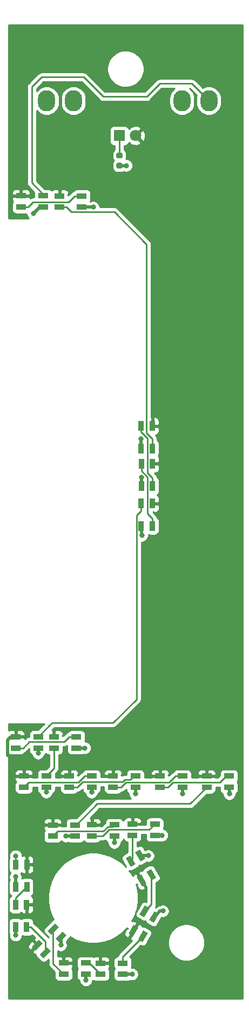
<source format=gbr>
%TF.GenerationSoftware,KiCad,Pcbnew,(5.1.6)-1*%
%TF.CreationDate,2021-08-23T16:24:13+10:00*%
%TF.ProjectId,DEFOG Panel PCB V2,4445464f-4720-4506-916e-656c20504342,rev?*%
%TF.SameCoordinates,Original*%
%TF.FileFunction,Copper,L1,Top*%
%TF.FilePolarity,Positive*%
%FSLAX46Y46*%
G04 Gerber Fmt 4.6, Leading zero omitted, Abs format (unit mm)*
G04 Created by KiCad (PCBNEW (5.1.6)-1) date 2021-08-23 16:24:13*
%MOMM*%
%LPD*%
G01*
G04 APERTURE LIST*
%TA.AperFunction,SMDPad,CuDef*%
%ADD10C,0.100000*%
%TD*%
%TA.AperFunction,SMDPad,CuDef*%
%ADD11R,1.600000X0.850000*%
%TD*%
%TA.AperFunction,SMDPad,CuDef*%
%ADD12R,0.850000X1.600000*%
%TD*%
%TA.AperFunction,ComponentPad*%
%ADD13O,2.700000X3.300000*%
%TD*%
%TA.AperFunction,ComponentPad*%
%ADD14C,1.800000*%
%TD*%
%TA.AperFunction,ComponentPad*%
%ADD15R,1.800000X1.800000*%
%TD*%
%TA.AperFunction,ViaPad*%
%ADD16C,0.800000*%
%TD*%
%TA.AperFunction,Conductor*%
%ADD17C,0.500000*%
%TD*%
%TA.AperFunction,Conductor*%
%ADD18C,0.250000*%
%TD*%
%TA.AperFunction,Conductor*%
%ADD19C,0.254000*%
%TD*%
G04 APERTURE END LIST*
%TA.AperFunction,SMDPad,CuDef*%
D10*
%TO.P,D16,3*%
%TO.N,/LEDGND*%
G36*
X142747833Y-161729276D02*
G01*
X142011711Y-162154276D01*
X141211711Y-160768636D01*
X141947833Y-160343636D01*
X142747833Y-161729276D01*
G37*
%TD.AperFunction*%
%TA.AperFunction,SMDPad,CuDef*%
%TO.P,D16,4*%
%TO.N,Net-(D15-Pad2)*%
G36*
X141232289Y-162604276D02*
G01*
X140496167Y-163029276D01*
X139696167Y-161643636D01*
X140432289Y-161218636D01*
X141232289Y-162604276D01*
G37*
%TD.AperFunction*%
%TA.AperFunction,SMDPad,CuDef*%
%TO.P,D16,2*%
%TO.N,Net-(D16-Pad2)*%
G36*
X144497833Y-164760364D02*
G01*
X143761711Y-165185364D01*
X142961711Y-163799724D01*
X143697833Y-163374724D01*
X144497833Y-164760364D01*
G37*
%TD.AperFunction*%
%TA.AperFunction,SMDPad,CuDef*%
%TO.P,D16,1*%
%TO.N,/LED+5V*%
G36*
X142982289Y-165635364D02*
G01*
X142246167Y-166060364D01*
X141446167Y-164674724D01*
X142182289Y-164249724D01*
X142982289Y-165635364D01*
G37*
%TD.AperFunction*%
%TD*%
%TA.AperFunction,SMDPad,CuDef*%
%TO.P,D17,3*%
%TO.N,/LEDGND*%
G36*
X144130833Y-171762276D02*
G01*
X143394711Y-171337276D01*
X144194711Y-169951636D01*
X144930833Y-170376636D01*
X144130833Y-171762276D01*
G37*
%TD.AperFunction*%
%TA.AperFunction,SMDPad,CuDef*%
%TO.P,D17,4*%
%TO.N,Net-(D16-Pad2)*%
G36*
X142615289Y-170887276D02*
G01*
X141879167Y-170462276D01*
X142679167Y-169076636D01*
X143415289Y-169501636D01*
X142615289Y-170887276D01*
G37*
%TD.AperFunction*%
%TA.AperFunction,SMDPad,CuDef*%
%TO.P,D17,2*%
%TO.N,Net-(D17-Pad2)*%
G36*
X142380833Y-174793364D02*
G01*
X141644711Y-174368364D01*
X142444711Y-172982724D01*
X143180833Y-173407724D01*
X142380833Y-174793364D01*
G37*
%TD.AperFunction*%
%TA.AperFunction,SMDPad,CuDef*%
%TO.P,D17,1*%
%TO.N,/LED+5V*%
G36*
X140865289Y-173918364D02*
G01*
X140129167Y-173493364D01*
X140929167Y-172107724D01*
X141665289Y-172532724D01*
X140865289Y-173918364D01*
G37*
%TD.AperFunction*%
%TD*%
D11*
%TO.P,D18,3*%
%TO.N,/LEDGND*%
X139247000Y-179822000D03*
%TO.P,D18,4*%
%TO.N,Net-(D17-Pad2)*%
X139247000Y-178072000D03*
%TO.P,D18,2*%
%TO.N,Net-(D18-Pad2)*%
X135747000Y-179822000D03*
%TO.P,D18,1*%
%TO.N,/LED+5V*%
X135747000Y-178072000D03*
%TD*%
%TO.P,D19,3*%
%TO.N,/LEDGND*%
X133480000Y-179810000D03*
%TO.P,D19,4*%
%TO.N,Net-(D18-Pad2)*%
X133480000Y-178060000D03*
%TO.P,D19,2*%
%TO.N,Net-(D19-Pad2)*%
X129980000Y-179810000D03*
%TO.P,D19,1*%
%TO.N,/LED+5V*%
X129980000Y-178060000D03*
%TD*%
%TA.AperFunction,SMDPad,CuDef*%
D10*
%TO.P,D20,3*%
%TO.N,/LEDGND*%
G36*
X129314990Y-174846488D02*
G01*
X128713949Y-174245447D01*
X129845320Y-173114076D01*
X130446361Y-173715117D01*
X129314990Y-174846488D01*
G37*
%TD.AperFunction*%
%TA.AperFunction,SMDPad,CuDef*%
%TO.P,D20,4*%
%TO.N,Net-(D19-Pad2)*%
G36*
X128077553Y-173609051D02*
G01*
X127476512Y-173008010D01*
X128607883Y-171876639D01*
X129208924Y-172477680D01*
X128077553Y-173609051D01*
G37*
%TD.AperFunction*%
%TA.AperFunction,SMDPad,CuDef*%
%TO.P,D20,2*%
%TO.N,Net-(D20-Pad2)*%
G36*
X126840117Y-177321361D02*
G01*
X126239076Y-176720320D01*
X127370447Y-175588949D01*
X127971488Y-176189990D01*
X126840117Y-177321361D01*
G37*
%TD.AperFunction*%
%TA.AperFunction,SMDPad,CuDef*%
%TO.P,D20,1*%
%TO.N,/LED+5V*%
G36*
X125602680Y-176083924D02*
G01*
X125001639Y-175482883D01*
X126133010Y-174351512D01*
X126734051Y-174952553D01*
X125602680Y-176083924D01*
G37*
%TD.AperFunction*%
%TD*%
D12*
%TO.P,D21,3*%
%TO.N,/LEDGND*%
X122440000Y-172440000D03*
%TO.P,D21,4*%
%TO.N,Net-(D20-Pad2)*%
X124190000Y-172440000D03*
%TO.P,D21,2*%
%TO.N,Net-(D21-Pad2)*%
X122440000Y-168940000D03*
%TO.P,D21,1*%
%TO.N,/LED+5V*%
X124190000Y-168940000D03*
%TD*%
D11*
%TO.P,D1,3*%
%TO.N,/LEDGND*%
X126800000Y-59920000D03*
%TO.P,D1,4*%
%TO.N,/DATAIN*%
X126800000Y-58170000D03*
%TO.P,D1,2*%
%TO.N,Net-(D1-Pad2)*%
X123300000Y-59920000D03*
%TO.P,D1,1*%
%TO.N,/LED+5V*%
X123300000Y-58170000D03*
%TD*%
D12*
%TO.P,D22,3*%
%TO.N,/LEDGND*%
X122460000Y-166180000D03*
%TO.P,D22,4*%
%TO.N,Net-(D21-Pad2)*%
X124210000Y-166180000D03*
%TO.P,D22,2*%
%TO.N,/DATAOUT*%
X122460000Y-162680000D03*
%TO.P,D22,1*%
%TO.N,/LED+5V*%
X124210000Y-162680000D03*
%TD*%
D11*
%TO.P,D15,3*%
%TO.N,/LEDGND*%
X144272000Y-158101000D03*
%TO.P,D15,4*%
%TO.N,Net-(D14-Pad2)*%
X144272000Y-156351000D03*
%TO.P,D15,2*%
%TO.N,Net-(D15-Pad2)*%
X140772000Y-158101000D03*
%TO.P,D15,1*%
%TO.N,/LED+5V*%
X140772000Y-156351000D03*
%TD*%
%TO.P,D14,3*%
%TO.N,/LEDGND*%
X137922000Y-158214000D03*
%TO.P,D14,4*%
%TO.N,Net-(D13-Pad2)*%
X137922000Y-156464000D03*
%TO.P,D14,2*%
%TO.N,Net-(D14-Pad2)*%
X134422000Y-158214000D03*
%TO.P,D14,1*%
%TO.N,/LED+5V*%
X134422000Y-156464000D03*
%TD*%
%TO.P,D13,3*%
%TO.N,/LEDGND*%
X131770000Y-158242000D03*
%TO.P,D13,4*%
%TO.N,/DATAOUT1*%
X131770000Y-156492000D03*
%TO.P,D13,2*%
%TO.N,Net-(D13-Pad2)*%
X128270000Y-158242000D03*
%TO.P,D13,1*%
%TO.N,/LED+5V*%
X128270000Y-156492000D03*
%TD*%
%TO.P,D12,3*%
%TO.N,/LEDGND*%
X155900000Y-150594000D03*
%TO.P,D12,4*%
%TO.N,Net-(D11-Pad2)*%
X155900000Y-148844000D03*
%TO.P,D12,2*%
%TO.N,/DATAOUT1*%
X152400000Y-150594000D03*
%TO.P,D12,1*%
%TO.N,/LED+5V*%
X152400000Y-148844000D03*
%TD*%
%TO.P,D11,3*%
%TO.N,/LEDGND*%
X148590000Y-150594000D03*
%TO.P,D11,4*%
%TO.N,Net-(D10-Pad2)*%
X148590000Y-148844000D03*
%TO.P,D11,2*%
%TO.N,Net-(D11-Pad2)*%
X145090000Y-150594000D03*
%TO.P,D11,1*%
%TO.N,/LED+5V*%
X145090000Y-148844000D03*
%TD*%
%TO.P,D10,3*%
%TO.N,/LEDGND*%
X141224000Y-150594000D03*
%TO.P,D10,4*%
%TO.N,Net-(D10-Pad4)*%
X141224000Y-148844000D03*
%TO.P,D10,2*%
%TO.N,Net-(D10-Pad2)*%
X137724000Y-150594000D03*
%TO.P,D10,1*%
%TO.N,/LED+5V*%
X137724000Y-148844000D03*
%TD*%
%TO.P,D9,3*%
%TO.N,/LEDGND*%
X134366000Y-150594000D03*
%TO.P,D9,4*%
%TO.N,Net-(D8-Pad2)*%
X134366000Y-148844000D03*
%TO.P,D9,2*%
%TO.N,Net-(D10-Pad4)*%
X130866000Y-150594000D03*
%TO.P,D9,1*%
%TO.N,/LED+5V*%
X130866000Y-148844000D03*
%TD*%
%TO.P,D8,3*%
%TO.N,/LEDGND*%
X127254000Y-150594000D03*
%TO.P,D8,4*%
%TO.N,Net-(D7-Pad2)*%
X127254000Y-148844000D03*
%TO.P,D8,2*%
%TO.N,Net-(D8-Pad2)*%
X123754000Y-150594000D03*
%TO.P,D8,1*%
%TO.N,/LED+5V*%
X123754000Y-148844000D03*
%TD*%
%TO.P,D7,3*%
%TO.N,/LEDGND*%
X131960000Y-144465000D03*
%TO.P,D7,4*%
%TO.N,Net-(D6-Pad2)*%
X131960000Y-142715000D03*
%TO.P,D7,2*%
%TO.N,Net-(D7-Pad2)*%
X128460000Y-144465000D03*
%TO.P,D7,1*%
%TO.N,/LED+5V*%
X128460000Y-142715000D03*
%TD*%
%TO.P,D6,3*%
%TO.N,/LEDGND*%
X125980000Y-144460000D03*
%TO.P,D6,4*%
%TO.N,Net-(D5-Pad2)*%
X125980000Y-142710000D03*
%TO.P,D6,2*%
%TO.N,Net-(D6-Pad2)*%
X122480000Y-144460000D03*
%TO.P,D6,1*%
%TO.N,/LED+5V*%
X122480000Y-142710000D03*
%TD*%
D12*
%TO.P,D5,3*%
%TO.N,/LEDGND*%
X142140000Y-109750000D03*
%TO.P,D5,4*%
%TO.N,Net-(D4-Pad2)*%
X143890000Y-109750000D03*
%TO.P,D5,2*%
%TO.N,Net-(D5-Pad2)*%
X142140000Y-106250000D03*
%TO.P,D5,1*%
%TO.N,/LED+5V*%
X143890000Y-106250000D03*
%TD*%
%TO.P,D4,3*%
%TO.N,/LEDGND*%
X142160000Y-103530000D03*
%TO.P,D4,4*%
%TO.N,Net-(D3-Pad2)*%
X143910000Y-103530000D03*
%TO.P,D4,2*%
%TO.N,Net-(D4-Pad2)*%
X142160000Y-100030000D03*
%TO.P,D4,1*%
%TO.N,/LED+5V*%
X143910000Y-100030000D03*
%TD*%
%TO.P,D3,3*%
%TO.N,/LEDGND*%
X142130000Y-97640000D03*
%TO.P,D3,4*%
%TO.N,Net-(D2-Pad2)*%
X143880000Y-97640000D03*
%TO.P,D3,2*%
%TO.N,Net-(D3-Pad2)*%
X142130000Y-94140000D03*
%TO.P,D3,1*%
%TO.N,/LED+5V*%
X143880000Y-94140000D03*
%TD*%
D11*
%TO.P,D2,3*%
%TO.N,/LEDGND*%
X132830000Y-59955000D03*
%TO.P,D2,4*%
%TO.N,Net-(D1-Pad2)*%
X132830000Y-58205000D03*
%TO.P,D2,2*%
%TO.N,Net-(D2-Pad2)*%
X129330000Y-59955000D03*
%TO.P,D2,1*%
%TO.N,/LED+5V*%
X129330000Y-58205000D03*
%TD*%
%TO.P,R1,2*%
%TO.N,/LEDGND*%
%TA.AperFunction,SMDPad,CuDef*%
G36*
G01*
X138463750Y-53010000D02*
X138976250Y-53010000D01*
G75*
G02*
X139195000Y-53228750I0J-218750D01*
G01*
X139195000Y-53666250D01*
G75*
G02*
X138976250Y-53885000I-218750J0D01*
G01*
X138463750Y-53885000D01*
G75*
G02*
X138245000Y-53666250I0J218750D01*
G01*
X138245000Y-53228750D01*
G75*
G02*
X138463750Y-53010000I218750J0D01*
G01*
G37*
%TD.AperFunction*%
%TO.P,R1,1*%
%TO.N,Net-(D30-Pad1)*%
%TA.AperFunction,SMDPad,CuDef*%
G36*
G01*
X138463750Y-51435000D02*
X138976250Y-51435000D01*
G75*
G02*
X139195000Y-51653750I0J-218750D01*
G01*
X139195000Y-52091250D01*
G75*
G02*
X138976250Y-52310000I-218750J0D01*
G01*
X138463750Y-52310000D01*
G75*
G02*
X138245000Y-52091250I0J218750D01*
G01*
X138245000Y-51653750D01*
G75*
G02*
X138463750Y-51435000I218750J0D01*
G01*
G37*
%TD.AperFunction*%
%TD*%
D13*
%TO.P,J2,4*%
%TO.N,/DATAOUT*%
X131520000Y-43320000D03*
%TO.P,J2,3*%
%TO.N,/LEDGND*%
X127320000Y-43320000D03*
%TO.P,J2,2*%
%TO.N,/LED+5V*%
X131520000Y-48820000D03*
%TO.P,J2,1*%
%TA.AperFunction,ComponentPad*%
G36*
G01*
X125970000Y-50218900D02*
X125970000Y-47421100D01*
G75*
G02*
X126221100Y-47170000I251100J0D01*
G01*
X128418900Y-47170000D01*
G75*
G02*
X128670000Y-47421100I0J-251100D01*
G01*
X128670000Y-50218900D01*
G75*
G02*
X128418900Y-50470000I-251100J0D01*
G01*
X126221100Y-50470000D01*
G75*
G02*
X125970000Y-50218900I0J251100D01*
G01*
G37*
%TD.AperFunction*%
%TD*%
%TO.P,J1,4*%
%TO.N,/DATAIN*%
X152730000Y-43320000D03*
%TO.P,J1,3*%
%TO.N,/LEDGND*%
X148530000Y-43320000D03*
%TO.P,J1,2*%
%TO.N,/LED+5V*%
X152730000Y-48820000D03*
%TO.P,J1,1*%
%TA.AperFunction,ComponentPad*%
G36*
G01*
X147180000Y-50218900D02*
X147180000Y-47421100D01*
G75*
G02*
X147431100Y-47170000I251100J0D01*
G01*
X149628900Y-47170000D01*
G75*
G02*
X149880000Y-47421100I0J-251100D01*
G01*
X149880000Y-50218900D01*
G75*
G02*
X149628900Y-50470000I-251100J0D01*
G01*
X147431100Y-50470000D01*
G75*
G02*
X147180000Y-50218900I0J251100D01*
G01*
G37*
%TD.AperFunction*%
%TD*%
D14*
%TO.P,D30,2*%
%TO.N,/LED+5V*%
X141250000Y-48780000D03*
D15*
%TO.P,D30,1*%
%TO.N,Net-(D30-Pad1)*%
X138710000Y-48780000D03*
%TD*%
D16*
%TO.N,/LEDGND*%
X139808000Y-53447500D03*
X130302000Y-158242000D03*
X122428000Y-164592000D03*
X122440000Y-173724000D03*
X129540000Y-175260000D03*
X133480000Y-180724000D03*
X140706000Y-179822000D03*
X145542000Y-169926000D03*
X143256000Y-161290000D03*
X145401000Y-158101000D03*
X155956000Y-151638000D03*
X148590000Y-151638000D03*
X141224000Y-151638000D03*
X134366000Y-151384000D03*
X127254000Y-151384000D03*
X133289000Y-144465000D03*
X125984000Y-145288000D03*
X142240000Y-111252000D03*
X142160000Y-102188000D03*
X142130000Y-96156000D03*
X134609000Y-59955000D03*
X125222000Y-60960000D03*
X137922000Y-159258000D03*
%TO.N,/LED+5V*%
X154410000Y-158220000D03*
X153692000Y-158220000D03*
X152930000Y-158220000D03*
%TO.N,/DATAOUT*%
X122460000Y-161322000D03*
%TD*%
D17*
%TO.N,/LEDGND*%
X144628500Y-170391500D02*
X144628300Y-170391500D01*
X144628300Y-170391500D02*
X144162800Y-170857000D01*
X144628500Y-170391500D02*
X145094000Y-169926000D01*
X145094000Y-169926000D02*
X145542000Y-169926000D01*
X144163000Y-170857000D02*
X144628500Y-170391500D01*
X142618000Y-161269500D02*
X142000300Y-161269500D01*
X142000300Y-161269500D02*
X141979800Y-161249000D01*
X142618000Y-161269500D02*
X143256000Y-161290000D01*
X141980000Y-161249000D02*
X142618000Y-161269500D01*
X129560000Y-174620000D02*
X129580200Y-174599800D01*
X129580200Y-174599800D02*
X129580200Y-173980300D01*
X129560000Y-174620000D02*
X129540000Y-175260000D01*
X129580000Y-173980000D02*
X129560000Y-174620000D01*
X122428000Y-164592000D02*
X122460000Y-164624000D01*
X122460000Y-166180000D02*
X122428000Y-164592000D01*
X129540000Y-175260000D02*
X129580000Y-175220000D01*
X143256000Y-161290000D02*
X143215000Y-161249000D01*
X155956000Y-151638000D02*
X155900000Y-151582000D01*
X155900000Y-150594000D02*
X155956000Y-151638000D01*
X125984000Y-145288000D02*
X125980000Y-145284000D01*
X125980000Y-144460000D02*
X125984000Y-145288000D01*
X142240000Y-111252000D02*
X142140000Y-111152000D01*
X142140000Y-109750000D02*
X142240000Y-111252000D01*
X138720000Y-53447500D02*
X139808000Y-53447500D01*
X131770000Y-158242000D02*
X130302000Y-158242000D01*
X122440000Y-172440000D02*
X122440000Y-173724000D01*
X133480000Y-179810000D02*
X133480000Y-180724000D01*
X139247000Y-179822000D02*
X140706000Y-179822000D01*
X144272000Y-158101000D02*
X145401000Y-158101000D01*
X148590000Y-150594000D02*
X148590000Y-151638000D01*
X141224000Y-150594000D02*
X141224000Y-151638000D01*
X134366000Y-150594000D02*
X134366000Y-151384000D01*
X127254000Y-150594000D02*
X127254000Y-151384000D01*
X131960000Y-144465000D02*
X133289000Y-144465000D01*
X142160000Y-103530000D02*
X142160000Y-102188000D01*
X142130000Y-97640000D02*
X142130000Y-96156000D01*
X132830000Y-59955000D02*
X134609000Y-59955000D01*
X126800000Y-59920000D02*
X126262000Y-59920000D01*
X126262000Y-59920000D02*
X125222000Y-60960000D01*
X137922000Y-158214000D02*
X137922000Y-159258000D01*
X137922000Y-159258000D02*
X137922000Y-159258000D01*
%TO.N,/LED+5V*%
X121704000Y-142710000D02*
X121184026Y-143229974D01*
X122480000Y-142710000D02*
X121704000Y-142710000D01*
X121184026Y-143229974D02*
X121184026Y-145568026D01*
X121184026Y-145568026D02*
X121666000Y-146050000D01*
D18*
X134422000Y-156464000D02*
X136144000Y-156464000D01*
X136144000Y-156464000D02*
X136144000Y-156464000D01*
X128460000Y-142715000D02*
X128460000Y-141796000D01*
%TO.N,Net-(D1-Pad2)*%
X123300000Y-59920000D02*
X124425300Y-59920000D01*
X132830000Y-58205000D02*
X131704700Y-58205000D01*
X131704700Y-58205000D02*
X130740000Y-59169700D01*
X130740000Y-59169700D02*
X125175600Y-59169700D01*
X125175600Y-59169700D02*
X124425300Y-59920000D01*
%TO.N,/DATAIN*%
X126800000Y-57966000D02*
X126800000Y-58170000D01*
X124968000Y-56134000D02*
X126800000Y-57966000D01*
X124968000Y-41148000D02*
X124968000Y-56134000D01*
X126492000Y-39624000D02*
X124968000Y-41148000D01*
X133096000Y-39624000D02*
X126492000Y-39624000D01*
X152730000Y-43320000D02*
X150050000Y-40640000D01*
X150050000Y-40640000D02*
X145034000Y-40640000D01*
X145034000Y-40640000D02*
X143002000Y-42672000D01*
X136144000Y-42672000D02*
X133096000Y-39624000D01*
X143002000Y-42672000D02*
X136144000Y-42672000D01*
%TO.N,Net-(D2-Pad2)*%
X143880000Y-97640000D02*
X143880000Y-96149800D01*
X142974300Y-95244100D02*
X142974300Y-65758300D01*
X143880000Y-96149800D02*
X142974300Y-95244100D01*
X142974300Y-65758300D02*
X137921300Y-60705300D01*
X137921300Y-60705300D02*
X131205600Y-60705300D01*
X130455300Y-59955000D02*
X131205600Y-60705300D01*
X129330000Y-59955000D02*
X130455300Y-59955000D01*
%TO.N,Net-(D3-Pad2)*%
X143116300Y-96069298D02*
X143116300Y-101452700D01*
X142130000Y-95082998D02*
X143116300Y-96069298D01*
X143910000Y-102246400D02*
X143910000Y-103530000D01*
X143116300Y-101452700D02*
X143910000Y-102246400D01*
X142130000Y-94140000D02*
X142130000Y-95082998D01*
%TO.N,Net-(D4-Pad2)*%
X143890000Y-109750000D02*
X143890000Y-108624700D01*
X142160000Y-100030000D02*
X142160000Y-101155300D01*
X142160000Y-101155300D02*
X143139700Y-102135000D01*
X143139700Y-102135000D02*
X143139700Y-107874400D01*
X143139700Y-107874400D02*
X143890000Y-108624700D01*
%TO.N,Net-(D5-Pad2)*%
X142140000Y-106250000D02*
X142140000Y-107375300D01*
X142140000Y-107375300D02*
X141389700Y-108125600D01*
X141389700Y-108125600D02*
X141389700Y-136847500D01*
X127793400Y-140896600D02*
X125980000Y-142710000D01*
X128174400Y-140515600D02*
X127793400Y-140896600D01*
X137721600Y-140515600D02*
X128174400Y-140515600D01*
X141389700Y-136847500D02*
X137721600Y-140515600D01*
%TO.N,Net-(D6-Pad2)*%
X131960000Y-142715000D02*
X130834700Y-142715000D01*
X122480000Y-144460000D02*
X123605300Y-144460000D01*
X123605300Y-144460000D02*
X124600000Y-143465300D01*
X124600000Y-143465300D02*
X130084400Y-143465300D01*
X130084400Y-143465300D02*
X130834700Y-142715000D01*
%TO.N,Net-(D7-Pad2)*%
X128460000Y-147638000D02*
X127254000Y-148844000D01*
X128460000Y-144465000D02*
X128460000Y-147638000D01*
%TO.N,Net-(D8-Pad2)*%
X124504001Y-149843999D02*
X123754000Y-150594000D01*
X132263191Y-149843999D02*
X124504001Y-149843999D01*
X133263190Y-148844000D02*
X132263191Y-149843999D01*
X134366000Y-148844000D02*
X133263190Y-148844000D01*
%TO.N,Net-(D10-Pad4)*%
X132989800Y-149753800D02*
X132149600Y-150594000D01*
X141224000Y-148844000D02*
X140970000Y-148844000D01*
X139571200Y-149393990D02*
X139211390Y-149753800D01*
X140970000Y-148844000D02*
X140420011Y-149393989D01*
X132149600Y-150594000D02*
X130866000Y-150594000D01*
X140420011Y-149393989D02*
X139571200Y-149393990D01*
X139211390Y-149753800D02*
X132989800Y-149753800D01*
%TO.N,Net-(D10-Pad2)*%
X139757601Y-149843999D02*
X139007600Y-150594000D01*
X146487191Y-149843999D02*
X139757601Y-149843999D01*
X147487190Y-148844000D02*
X146487191Y-149843999D01*
X139007600Y-150594000D02*
X137724000Y-150594000D01*
X148590000Y-148844000D02*
X147487190Y-148844000D01*
%TO.N,Net-(D11-Pad2)*%
X146373600Y-150594000D02*
X145090000Y-150594000D01*
X147123601Y-149843999D02*
X146373600Y-150594000D01*
X154448001Y-149843999D02*
X147123601Y-149843999D01*
X155448000Y-148844000D02*
X154448001Y-149843999D01*
X155900000Y-148844000D02*
X155448000Y-148844000D01*
%TO.N,/DATAOUT1*%
X131947588Y-156492000D02*
X131770000Y-156492000D01*
X135277588Y-153162000D02*
X131947588Y-156492000D01*
X149832000Y-153162000D02*
X135277588Y-153162000D01*
X152400000Y-150594000D02*
X149832000Y-153162000D01*
%TO.N,Net-(D13-Pad2)*%
X136217003Y-157463999D02*
X136906000Y-156775002D01*
X128270000Y-158242000D02*
X129048001Y-157463999D01*
X129048001Y-157463999D02*
X136217003Y-157463999D01*
X137610998Y-156775002D02*
X137922000Y-156464000D01*
X136906000Y-156775002D02*
X137610998Y-156775002D01*
%TO.N,Net-(D14-Pad2)*%
X143397988Y-157225012D02*
X144272000Y-156351000D01*
X137100986Y-157225012D02*
X143397988Y-157225012D01*
X136111998Y-158214000D02*
X137100986Y-157225012D01*
X134422000Y-158214000D02*
X136111998Y-158214000D01*
%TO.N,Net-(D15-Pad2)*%
X140772000Y-161816184D02*
X140464228Y-162123956D01*
X140772000Y-158101000D02*
X140772000Y-161816184D01*
%TO.N,Net-(D16-Pad2)*%
X143729772Y-168899412D02*
X143729772Y-164280044D01*
X142647228Y-169981956D02*
X143729772Y-168899412D01*
%TO.N,Net-(D17-Pad2)*%
X139247000Y-177053816D02*
X142412772Y-173888044D01*
X139247000Y-178072000D02*
X139247000Y-177053816D01*
%TO.N,Net-(D18-Pad2)*%
X133985000Y-178060000D02*
X135747000Y-179822000D01*
X133480000Y-178060000D02*
X133985000Y-178060000D01*
%TO.N,Net-(D19-Pad2)*%
X128342700Y-172742700D02*
X128342700Y-172742800D01*
X128343000Y-172743000D02*
X128342700Y-172742700D01*
X128342718Y-178172718D02*
X129980000Y-179810000D01*
X128342718Y-172742845D02*
X128342718Y-178172718D01*
%TO.N,Net-(D20-Pad2)*%
X127105300Y-176454700D02*
X127105300Y-176455200D01*
X127105300Y-176454700D02*
X127105000Y-176455000D01*
X127105282Y-174680282D02*
X127105282Y-176455155D01*
X124865000Y-172440000D02*
X127105282Y-174680282D01*
X124190000Y-172440000D02*
X124865000Y-172440000D01*
%TO.N,Net-(D21-Pad2)*%
X122440000Y-167890000D02*
X124150000Y-166180000D01*
X124150000Y-166180000D02*
X124210000Y-166180000D01*
X122440000Y-168940000D02*
X122440000Y-167890000D01*
%TO.N,/DATAOUT*%
X122460000Y-162680000D02*
X122460000Y-161322000D01*
X122460000Y-161322000D02*
X122460000Y-161322000D01*
%TO.N,Net-(D30-Pad1)*%
X138710000Y-48780000D02*
X138710000Y-51862500D01*
X138710000Y-51862500D02*
X138720000Y-51872500D01*
%TD*%
D19*
%TO.N,/LED+5V*%
G36*
X157999016Y-183652625D02*
G01*
X121369016Y-183652625D01*
X121369016Y-175482883D01*
X124363567Y-175482883D01*
X124375828Y-175607364D01*
X124412137Y-175727063D01*
X124471101Y-175837377D01*
X124550454Y-175934068D01*
X124651091Y-176030360D01*
X124875597Y-176030360D01*
X125688240Y-175217718D01*
X125140762Y-174670241D01*
X124916256Y-174670241D01*
X124550454Y-175031698D01*
X124471101Y-175128389D01*
X124412137Y-175238704D01*
X124375828Y-175358402D01*
X124363567Y-175482883D01*
X121369016Y-175482883D01*
X121369016Y-168140000D01*
X121376928Y-168140000D01*
X121376928Y-169740000D01*
X121389188Y-169864482D01*
X121425498Y-169984180D01*
X121484463Y-170094494D01*
X121563815Y-170191185D01*
X121660506Y-170270537D01*
X121770820Y-170329502D01*
X121890518Y-170365812D01*
X122015000Y-170378072D01*
X122865000Y-170378072D01*
X122989482Y-170365812D01*
X123109180Y-170329502D01*
X123219494Y-170270537D01*
X123315000Y-170192158D01*
X123410506Y-170270537D01*
X123520820Y-170329502D01*
X123640518Y-170365812D01*
X123765000Y-170378072D01*
X123904250Y-170375000D01*
X124063000Y-170216250D01*
X124063000Y-169067000D01*
X124317000Y-169067000D01*
X124317000Y-170216250D01*
X124475750Y-170375000D01*
X124615000Y-170378072D01*
X124739482Y-170365812D01*
X124859180Y-170329502D01*
X124969494Y-170270537D01*
X125066185Y-170191185D01*
X125145537Y-170094494D01*
X125204502Y-169984180D01*
X125240812Y-169864482D01*
X125253072Y-169740000D01*
X125250000Y-169225750D01*
X125091250Y-169067000D01*
X124317000Y-169067000D01*
X124063000Y-169067000D01*
X124043000Y-169067000D01*
X124043000Y-168813000D01*
X124063000Y-168813000D01*
X124063000Y-168793000D01*
X124317000Y-168793000D01*
X124317000Y-168813000D01*
X125091250Y-168813000D01*
X125250000Y-168654250D01*
X125253072Y-168140000D01*
X125240812Y-168015518D01*
X125204502Y-167895820D01*
X125145537Y-167785506D01*
X125066185Y-167688815D01*
X124969494Y-167609463D01*
X124886957Y-167565345D01*
X124989494Y-167510537D01*
X125086185Y-167431185D01*
X125165537Y-167334494D01*
X125224502Y-167224180D01*
X125260812Y-167104482D01*
X125273072Y-166980000D01*
X125273072Y-165380000D01*
X125260812Y-165255518D01*
X125224502Y-165135820D01*
X125165537Y-165025506D01*
X125086185Y-164928815D01*
X124989494Y-164849463D01*
X124879180Y-164790498D01*
X124759482Y-164754188D01*
X124635000Y-164741928D01*
X123785000Y-164741928D01*
X123660518Y-164754188D01*
X123540820Y-164790498D01*
X123432250Y-164848531D01*
X123463000Y-164693939D01*
X123463000Y-164490061D01*
X123423226Y-164290102D01*
X123345205Y-164101744D01*
X123268408Y-163986808D01*
X123335000Y-163932158D01*
X123430506Y-164010537D01*
X123540820Y-164069502D01*
X123660518Y-164105812D01*
X123785000Y-164118072D01*
X123924250Y-164115000D01*
X124083000Y-163956250D01*
X124083000Y-162807000D01*
X124337000Y-162807000D01*
X124337000Y-163956250D01*
X124495750Y-164115000D01*
X124635000Y-164118072D01*
X124759482Y-164105812D01*
X124879180Y-164069502D01*
X124989494Y-164010537D01*
X125086185Y-163931185D01*
X125165537Y-163834494D01*
X125224502Y-163724180D01*
X125260812Y-163604482D01*
X125273072Y-163480000D01*
X125270000Y-162965750D01*
X125111250Y-162807000D01*
X124337000Y-162807000D01*
X124083000Y-162807000D01*
X124063000Y-162807000D01*
X124063000Y-162553000D01*
X124083000Y-162553000D01*
X124083000Y-161403750D01*
X124337000Y-161403750D01*
X124337000Y-162553000D01*
X125111250Y-162553000D01*
X125270000Y-162394250D01*
X125273072Y-161880000D01*
X125260812Y-161755518D01*
X125224502Y-161635820D01*
X125165537Y-161525506D01*
X125086185Y-161428815D01*
X124989494Y-161349463D01*
X124879180Y-161290498D01*
X124759482Y-161254188D01*
X124635000Y-161241928D01*
X124495750Y-161245000D01*
X124337000Y-161403750D01*
X124083000Y-161403750D01*
X123924250Y-161245000D01*
X123785000Y-161241928D01*
X123660518Y-161254188D01*
X123540820Y-161290498D01*
X123495000Y-161314990D01*
X123495000Y-161220061D01*
X123455226Y-161020102D01*
X123377205Y-160831744D01*
X123263937Y-160662226D01*
X123119774Y-160518063D01*
X122950256Y-160404795D01*
X122761898Y-160326774D01*
X122561939Y-160287000D01*
X122358061Y-160287000D01*
X122158102Y-160326774D01*
X121969744Y-160404795D01*
X121800226Y-160518063D01*
X121656063Y-160662226D01*
X121542795Y-160831744D01*
X121464774Y-161020102D01*
X121425000Y-161220061D01*
X121425000Y-161423939D01*
X121461275Y-161606305D01*
X121445498Y-161635820D01*
X121409188Y-161755518D01*
X121396928Y-161880000D01*
X121396928Y-163480000D01*
X121409188Y-163604482D01*
X121445498Y-163724180D01*
X121504463Y-163834494D01*
X121583815Y-163931185D01*
X121610258Y-163952886D01*
X121510795Y-164101744D01*
X121432774Y-164290102D01*
X121393000Y-164490061D01*
X121393000Y-164693939D01*
X121432774Y-164893898D01*
X121494787Y-165043609D01*
X121445498Y-165135820D01*
X121409188Y-165255518D01*
X121396928Y-165380000D01*
X121396928Y-166980000D01*
X121409188Y-167104482D01*
X121445498Y-167224180D01*
X121504463Y-167334494D01*
X121583815Y-167431185D01*
X121680506Y-167510537D01*
X121758725Y-167552347D01*
X121755270Y-167558810D01*
X121660506Y-167609463D01*
X121563815Y-167688815D01*
X121484463Y-167785506D01*
X121425498Y-167895820D01*
X121389188Y-168015518D01*
X121376928Y-168140000D01*
X121369016Y-168140000D01*
X121369016Y-156067000D01*
X126831928Y-156067000D01*
X126835000Y-156206250D01*
X126993750Y-156365000D01*
X128143000Y-156365000D01*
X128143000Y-155590750D01*
X128397000Y-155590750D01*
X128397000Y-156365000D01*
X129546250Y-156365000D01*
X129705000Y-156206250D01*
X129708072Y-156067000D01*
X129695812Y-155942518D01*
X129659502Y-155822820D01*
X129600537Y-155712506D01*
X129521185Y-155615815D01*
X129424494Y-155536463D01*
X129314180Y-155477498D01*
X129194482Y-155441188D01*
X129070000Y-155428928D01*
X128555750Y-155432000D01*
X128397000Y-155590750D01*
X128143000Y-155590750D01*
X127984250Y-155432000D01*
X127470000Y-155428928D01*
X127345518Y-155441188D01*
X127225820Y-155477498D01*
X127115506Y-155536463D01*
X127018815Y-155615815D01*
X126939463Y-155712506D01*
X126880498Y-155822820D01*
X126844188Y-155942518D01*
X126831928Y-156067000D01*
X121369016Y-156067000D01*
X121369016Y-148419000D01*
X122315928Y-148419000D01*
X122319000Y-148558250D01*
X122477750Y-148717000D01*
X123627000Y-148717000D01*
X123627000Y-147942750D01*
X123881000Y-147942750D01*
X123881000Y-148717000D01*
X125030250Y-148717000D01*
X125189000Y-148558250D01*
X125192072Y-148419000D01*
X125179812Y-148294518D01*
X125143502Y-148174820D01*
X125084537Y-148064506D01*
X125005185Y-147967815D01*
X124908494Y-147888463D01*
X124798180Y-147829498D01*
X124678482Y-147793188D01*
X124554000Y-147780928D01*
X124039750Y-147784000D01*
X123881000Y-147942750D01*
X123627000Y-147942750D01*
X123468250Y-147784000D01*
X122954000Y-147780928D01*
X122829518Y-147793188D01*
X122709820Y-147829498D01*
X122599506Y-147888463D01*
X122502815Y-147967815D01*
X122423463Y-148064506D01*
X122364498Y-148174820D01*
X122328188Y-148294518D01*
X122315928Y-148419000D01*
X121369016Y-148419000D01*
X121369016Y-145438794D01*
X121435820Y-145474502D01*
X121555518Y-145510812D01*
X121680000Y-145523072D01*
X123280000Y-145523072D01*
X123404482Y-145510812D01*
X123524180Y-145474502D01*
X123634494Y-145415537D01*
X123731185Y-145336185D01*
X123810537Y-145239494D01*
X123840875Y-145182737D01*
X123897547Y-145165546D01*
X124029576Y-145094974D01*
X124145301Y-145000001D01*
X124169104Y-144970998D01*
X124541928Y-144598173D01*
X124541928Y-144885000D01*
X124554188Y-145009482D01*
X124590498Y-145129180D01*
X124649463Y-145239494D01*
X124728815Y-145336185D01*
X124825506Y-145415537D01*
X124935820Y-145474502D01*
X124967747Y-145484187D01*
X124988774Y-145589898D01*
X125066795Y-145778256D01*
X125180063Y-145947774D01*
X125324226Y-146091937D01*
X125493744Y-146205205D01*
X125682102Y-146283226D01*
X125882061Y-146323000D01*
X126085939Y-146323000D01*
X126285898Y-146283226D01*
X126474256Y-146205205D01*
X126643774Y-146091937D01*
X126787937Y-145947774D01*
X126901205Y-145778256D01*
X126979226Y-145589898D01*
X127000767Y-145481604D01*
X127024180Y-145474502D01*
X127134494Y-145415537D01*
X127216954Y-145347864D01*
X127305506Y-145420537D01*
X127415820Y-145479502D01*
X127535518Y-145515812D01*
X127660000Y-145528072D01*
X127700000Y-145528072D01*
X127700001Y-147323197D01*
X127242271Y-147780928D01*
X126454000Y-147780928D01*
X126329518Y-147793188D01*
X126209820Y-147829498D01*
X126099506Y-147888463D01*
X126002815Y-147967815D01*
X125923463Y-148064506D01*
X125864498Y-148174820D01*
X125828188Y-148294518D01*
X125815928Y-148419000D01*
X125815928Y-149083999D01*
X125143249Y-149083999D01*
X125030250Y-148971000D01*
X123881000Y-148971000D01*
X123881000Y-148991000D01*
X123627000Y-148991000D01*
X123627000Y-148971000D01*
X122477750Y-148971000D01*
X122319000Y-149129750D01*
X122315928Y-149269000D01*
X122328188Y-149393482D01*
X122364498Y-149513180D01*
X122423463Y-149623494D01*
X122501842Y-149719000D01*
X122423463Y-149814506D01*
X122364498Y-149924820D01*
X122328188Y-150044518D01*
X122315928Y-150169000D01*
X122315928Y-151019000D01*
X122328188Y-151143482D01*
X122364498Y-151263180D01*
X122423463Y-151373494D01*
X122502815Y-151470185D01*
X122599506Y-151549537D01*
X122709820Y-151608502D01*
X122829518Y-151644812D01*
X122954000Y-151657072D01*
X124554000Y-151657072D01*
X124678482Y-151644812D01*
X124798180Y-151608502D01*
X124908494Y-151549537D01*
X125005185Y-151470185D01*
X125084537Y-151373494D01*
X125143502Y-151263180D01*
X125179812Y-151143482D01*
X125192072Y-151019000D01*
X125192072Y-150603999D01*
X125815928Y-150603999D01*
X125815928Y-151019000D01*
X125828188Y-151143482D01*
X125864498Y-151263180D01*
X125923463Y-151373494D01*
X126002815Y-151470185D01*
X126099506Y-151549537D01*
X126209820Y-151608502D01*
X126245534Y-151619336D01*
X126258774Y-151685898D01*
X126336795Y-151874256D01*
X126450063Y-152043774D01*
X126594226Y-152187937D01*
X126763744Y-152301205D01*
X126952102Y-152379226D01*
X127152061Y-152419000D01*
X127355939Y-152419000D01*
X127555898Y-152379226D01*
X127744256Y-152301205D01*
X127913774Y-152187937D01*
X128057937Y-152043774D01*
X128171205Y-151874256D01*
X128249226Y-151685898D01*
X128262466Y-151619336D01*
X128298180Y-151608502D01*
X128408494Y-151549537D01*
X128505185Y-151470185D01*
X128584537Y-151373494D01*
X128643502Y-151263180D01*
X128679812Y-151143482D01*
X128692072Y-151019000D01*
X128692072Y-150603999D01*
X129427928Y-150603999D01*
X129427928Y-151019000D01*
X129440188Y-151143482D01*
X129476498Y-151263180D01*
X129535463Y-151373494D01*
X129614815Y-151470185D01*
X129711506Y-151549537D01*
X129821820Y-151608502D01*
X129941518Y-151644812D01*
X130066000Y-151657072D01*
X131666000Y-151657072D01*
X131790482Y-151644812D01*
X131910180Y-151608502D01*
X132020494Y-151549537D01*
X132117185Y-151470185D01*
X132196537Y-151373494D01*
X132208070Y-151351918D01*
X132298586Y-151343003D01*
X132441847Y-151299546D01*
X132573876Y-151228974D01*
X132689601Y-151134001D01*
X132713403Y-151104998D01*
X132927928Y-150890473D01*
X132927928Y-151019000D01*
X132940188Y-151143482D01*
X132976498Y-151263180D01*
X133035463Y-151373494D01*
X133114815Y-151470185D01*
X133211506Y-151549537D01*
X133321820Y-151608502D01*
X133357534Y-151619336D01*
X133370774Y-151685898D01*
X133448795Y-151874256D01*
X133562063Y-152043774D01*
X133706226Y-152187937D01*
X133875744Y-152301205D01*
X134064102Y-152379226D01*
X134264061Y-152419000D01*
X134467939Y-152419000D01*
X134667898Y-152379226D01*
X134856256Y-152301205D01*
X135025774Y-152187937D01*
X135169937Y-152043774D01*
X135283205Y-151874256D01*
X135361226Y-151685898D01*
X135374466Y-151619336D01*
X135410180Y-151608502D01*
X135520494Y-151549537D01*
X135617185Y-151470185D01*
X135696537Y-151373494D01*
X135755502Y-151263180D01*
X135791812Y-151143482D01*
X135804072Y-151019000D01*
X135804072Y-150513800D01*
X136285928Y-150513800D01*
X136285928Y-151019000D01*
X136298188Y-151143482D01*
X136334498Y-151263180D01*
X136393463Y-151373494D01*
X136472815Y-151470185D01*
X136569506Y-151549537D01*
X136679820Y-151608502D01*
X136799518Y-151644812D01*
X136924000Y-151657072D01*
X138524000Y-151657072D01*
X138648482Y-151644812D01*
X138768180Y-151608502D01*
X138878494Y-151549537D01*
X138975185Y-151470185D01*
X139054537Y-151373494D01*
X139066070Y-151351918D01*
X139156586Y-151343003D01*
X139299847Y-151299546D01*
X139431876Y-151228974D01*
X139547601Y-151134001D01*
X139571403Y-151104998D01*
X139785928Y-150890473D01*
X139785928Y-151019000D01*
X139798188Y-151143482D01*
X139834498Y-151263180D01*
X139893463Y-151373494D01*
X139972815Y-151470185D01*
X140069506Y-151549537D01*
X140179820Y-151608502D01*
X140189000Y-151611287D01*
X140189000Y-151739939D01*
X140228774Y-151939898D01*
X140306795Y-152128256D01*
X140420063Y-152297774D01*
X140524289Y-152402000D01*
X135314910Y-152402000D01*
X135277587Y-152398324D01*
X135240264Y-152402000D01*
X135240255Y-152402000D01*
X135128602Y-152412997D01*
X134985341Y-152456454D01*
X134853312Y-152527026D01*
X134737587Y-152621999D01*
X134713789Y-152650997D01*
X131935859Y-155428928D01*
X130970000Y-155428928D01*
X130845518Y-155441188D01*
X130725820Y-155477498D01*
X130615506Y-155536463D01*
X130518815Y-155615815D01*
X130439463Y-155712506D01*
X130380498Y-155822820D01*
X130344188Y-155942518D01*
X130331928Y-156067000D01*
X130331928Y-156703999D01*
X129631249Y-156703999D01*
X129546250Y-156619000D01*
X128397000Y-156619000D01*
X128397000Y-156639000D01*
X128143000Y-156639000D01*
X128143000Y-156619000D01*
X126993750Y-156619000D01*
X126835000Y-156777750D01*
X126831928Y-156917000D01*
X126844188Y-157041482D01*
X126880498Y-157161180D01*
X126939463Y-157271494D01*
X127017842Y-157367000D01*
X126939463Y-157462506D01*
X126880498Y-157572820D01*
X126844188Y-157692518D01*
X126831928Y-157817000D01*
X126831928Y-158667000D01*
X126844188Y-158791482D01*
X126880498Y-158911180D01*
X126939463Y-159021494D01*
X127018815Y-159118185D01*
X127115506Y-159197537D01*
X127225820Y-159256502D01*
X127345518Y-159292812D01*
X127470000Y-159305072D01*
X129070000Y-159305072D01*
X129194482Y-159292812D01*
X129314180Y-159256502D01*
X129424494Y-159197537D01*
X129521185Y-159118185D01*
X129600537Y-159021494D01*
X129606544Y-159010255D01*
X129642226Y-159045937D01*
X129811744Y-159159205D01*
X130000102Y-159237226D01*
X130200061Y-159277000D01*
X130403939Y-159277000D01*
X130603898Y-159237226D01*
X130652272Y-159217189D01*
X130725820Y-159256502D01*
X130845518Y-159292812D01*
X130970000Y-159305072D01*
X132570000Y-159305072D01*
X132694482Y-159292812D01*
X132814180Y-159256502D01*
X132924494Y-159197537D01*
X133021185Y-159118185D01*
X133100537Y-159021494D01*
X133106021Y-159011234D01*
X133170815Y-159090185D01*
X133267506Y-159169537D01*
X133377820Y-159228502D01*
X133497518Y-159264812D01*
X133622000Y-159277072D01*
X135222000Y-159277072D01*
X135346482Y-159264812D01*
X135466180Y-159228502D01*
X135576494Y-159169537D01*
X135673185Y-159090185D01*
X135752537Y-158993494D01*
X135762957Y-158974000D01*
X136074676Y-158974000D01*
X136111998Y-158977676D01*
X136149320Y-158974000D01*
X136149331Y-158974000D01*
X136260984Y-158963003D01*
X136404245Y-158919546D01*
X136524096Y-158855483D01*
X136532498Y-158883180D01*
X136591463Y-158993494D01*
X136670815Y-159090185D01*
X136767506Y-159169537D01*
X136877820Y-159228502D01*
X136887000Y-159231287D01*
X136887000Y-159359939D01*
X136926774Y-159559898D01*
X137004795Y-159748256D01*
X137118063Y-159917774D01*
X137262226Y-160061937D01*
X137431744Y-160175205D01*
X137620102Y-160253226D01*
X137820061Y-160293000D01*
X138023939Y-160293000D01*
X138223898Y-160253226D01*
X138412256Y-160175205D01*
X138581774Y-160061937D01*
X138725937Y-159917774D01*
X138839205Y-159748256D01*
X138917226Y-159559898D01*
X138957000Y-159359939D01*
X138957000Y-159231287D01*
X138966180Y-159228502D01*
X139076494Y-159169537D01*
X139173185Y-159090185D01*
X139252537Y-158993494D01*
X139311502Y-158883180D01*
X139347812Y-158763482D01*
X139355815Y-158682219D01*
X139382498Y-158770180D01*
X139441463Y-158880494D01*
X139520815Y-158977185D01*
X139617506Y-159056537D01*
X139727820Y-159115502D01*
X139847518Y-159151812D01*
X139972000Y-159164072D01*
X140012000Y-159164072D01*
X140012001Y-160724507D01*
X139377131Y-161091049D01*
X139275457Y-161163908D01*
X139189950Y-161255202D01*
X139123898Y-161361424D01*
X139079837Y-161478491D01*
X139059461Y-161601904D01*
X139063554Y-161726921D01*
X139091957Y-161848738D01*
X139143581Y-161962672D01*
X139741226Y-162997823D01*
X139218344Y-162474941D01*
X138316368Y-161819617D01*
X137322982Y-161313461D01*
X136262645Y-160968937D01*
X135161468Y-160794527D01*
X134046564Y-160794527D01*
X132945387Y-160968937D01*
X131885050Y-161313461D01*
X130891664Y-161819617D01*
X129989688Y-162474941D01*
X129201332Y-163263297D01*
X128546008Y-164165273D01*
X128039852Y-165158659D01*
X127695328Y-166218996D01*
X127520918Y-167320173D01*
X127520918Y-168435077D01*
X127695328Y-169536254D01*
X128039852Y-170596591D01*
X128387955Y-171279780D01*
X128363703Y-171287137D01*
X128253389Y-171346102D01*
X128156698Y-171425454D01*
X127025327Y-172556825D01*
X126945975Y-172653516D01*
X126887010Y-172763830D01*
X126850700Y-172883528D01*
X126838440Y-173008010D01*
X126850700Y-173132492D01*
X126887010Y-173252190D01*
X126945975Y-173362504D01*
X127025327Y-173459195D01*
X127582718Y-174016586D01*
X127582718Y-174082916D01*
X125428804Y-171929003D01*
X125405001Y-171899999D01*
X125289276Y-171805026D01*
X125253072Y-171785674D01*
X125253072Y-171640000D01*
X125240812Y-171515518D01*
X125204502Y-171395820D01*
X125145537Y-171285506D01*
X125066185Y-171188815D01*
X124969494Y-171109463D01*
X124859180Y-171050498D01*
X124739482Y-171014188D01*
X124615000Y-171001928D01*
X123765000Y-171001928D01*
X123640518Y-171014188D01*
X123520820Y-171050498D01*
X123410506Y-171109463D01*
X123315000Y-171187842D01*
X123219494Y-171109463D01*
X123109180Y-171050498D01*
X122989482Y-171014188D01*
X122865000Y-171001928D01*
X122015000Y-171001928D01*
X121890518Y-171014188D01*
X121770820Y-171050498D01*
X121660506Y-171109463D01*
X121563815Y-171188815D01*
X121484463Y-171285506D01*
X121425498Y-171395820D01*
X121389188Y-171515518D01*
X121376928Y-171640000D01*
X121376928Y-173240000D01*
X121389188Y-173364482D01*
X121425498Y-173484180D01*
X121430547Y-173493626D01*
X121405000Y-173622061D01*
X121405000Y-173825939D01*
X121444774Y-174025898D01*
X121522795Y-174214256D01*
X121636063Y-174383774D01*
X121780226Y-174527937D01*
X121949744Y-174641205D01*
X122138102Y-174719226D01*
X122338061Y-174759000D01*
X122541939Y-174759000D01*
X122741898Y-174719226D01*
X122930256Y-174641205D01*
X123099774Y-174527937D01*
X123243937Y-174383774D01*
X123357205Y-174214256D01*
X123435226Y-174025898D01*
X123475000Y-173825939D01*
X123475000Y-173805010D01*
X123520820Y-173829502D01*
X123640518Y-173865812D01*
X123765000Y-173878072D01*
X124615000Y-173878072D01*
X124739482Y-173865812D01*
X124859180Y-173829502D01*
X124969494Y-173770537D01*
X125052563Y-173702364D01*
X125467464Y-174117265D01*
X125320368Y-174266129D01*
X125320368Y-174490635D01*
X125867845Y-175038113D01*
X125881988Y-175023971D01*
X126061593Y-175203576D01*
X126047450Y-175217718D01*
X126061593Y-175231861D01*
X125881988Y-175411466D01*
X125867845Y-175397323D01*
X125055203Y-176209966D01*
X125055203Y-176434472D01*
X125151495Y-176535109D01*
X125248186Y-176614462D01*
X125358500Y-176673426D01*
X125478199Y-176709735D01*
X125601154Y-176721846D01*
X125613264Y-176844802D01*
X125649574Y-176964500D01*
X125708539Y-177074814D01*
X125787891Y-177171505D01*
X126388932Y-177772546D01*
X126485623Y-177851898D01*
X126595937Y-177910863D01*
X126715635Y-177947173D01*
X126840117Y-177959433D01*
X126964599Y-177947173D01*
X127084297Y-177910863D01*
X127194611Y-177851898D01*
X127291302Y-177772546D01*
X127582719Y-177481129D01*
X127582719Y-178135386D01*
X127579042Y-178172718D01*
X127593716Y-178321703D01*
X127637172Y-178464964D01*
X127707744Y-178596994D01*
X127778919Y-178683720D01*
X127802718Y-178712719D01*
X127831716Y-178736517D01*
X128541928Y-179446730D01*
X128541928Y-180235000D01*
X128554188Y-180359482D01*
X128590498Y-180479180D01*
X128649463Y-180589494D01*
X128728815Y-180686185D01*
X128825506Y-180765537D01*
X128935820Y-180824502D01*
X129055518Y-180860812D01*
X129180000Y-180873072D01*
X130780000Y-180873072D01*
X130904482Y-180860812D01*
X131024180Y-180824502D01*
X131134494Y-180765537D01*
X131231185Y-180686185D01*
X131310537Y-180589494D01*
X131369502Y-180479180D01*
X131405812Y-180359482D01*
X131418072Y-180235000D01*
X131418072Y-179385000D01*
X131405812Y-179260518D01*
X131369502Y-179140820D01*
X131310537Y-179030506D01*
X131232158Y-178935000D01*
X131310537Y-178839494D01*
X131369502Y-178729180D01*
X131405812Y-178609482D01*
X131418072Y-178485000D01*
X131415000Y-178345750D01*
X131256250Y-178187000D01*
X130107000Y-178187000D01*
X130107000Y-178207000D01*
X129853000Y-178207000D01*
X129853000Y-178187000D01*
X129833000Y-178187000D01*
X129833000Y-177933000D01*
X129853000Y-177933000D01*
X129853000Y-177158750D01*
X130107000Y-177158750D01*
X130107000Y-177933000D01*
X131256250Y-177933000D01*
X131415000Y-177774250D01*
X131418072Y-177635000D01*
X132041928Y-177635000D01*
X132041928Y-178485000D01*
X132054188Y-178609482D01*
X132090498Y-178729180D01*
X132149463Y-178839494D01*
X132227842Y-178935000D01*
X132149463Y-179030506D01*
X132090498Y-179140820D01*
X132054188Y-179260518D01*
X132041928Y-179385000D01*
X132041928Y-180235000D01*
X132054188Y-180359482D01*
X132090498Y-180479180D01*
X132149463Y-180589494D01*
X132228815Y-180686185D01*
X132325506Y-180765537D01*
X132435820Y-180824502D01*
X132445285Y-180827373D01*
X132484774Y-181025898D01*
X132562795Y-181214256D01*
X132676063Y-181383774D01*
X132820226Y-181527937D01*
X132989744Y-181641205D01*
X133178102Y-181719226D01*
X133378061Y-181759000D01*
X133581939Y-181759000D01*
X133781898Y-181719226D01*
X133970256Y-181641205D01*
X134139774Y-181527937D01*
X134283937Y-181383774D01*
X134397205Y-181214256D01*
X134475226Y-181025898D01*
X134514715Y-180827373D01*
X134524180Y-180824502D01*
X134602275Y-180782759D01*
X134702820Y-180836502D01*
X134822518Y-180872812D01*
X134947000Y-180885072D01*
X136547000Y-180885072D01*
X136671482Y-180872812D01*
X136791180Y-180836502D01*
X136901494Y-180777537D01*
X136998185Y-180698185D01*
X137077537Y-180601494D01*
X137136502Y-180491180D01*
X137172812Y-180371482D01*
X137185072Y-180247000D01*
X137185072Y-179397000D01*
X137172812Y-179272518D01*
X137136502Y-179152820D01*
X137077537Y-179042506D01*
X136999158Y-178947000D01*
X137077537Y-178851494D01*
X137136502Y-178741180D01*
X137172812Y-178621482D01*
X137185072Y-178497000D01*
X137182000Y-178357750D01*
X137023250Y-178199000D01*
X135874000Y-178199000D01*
X135874000Y-178219000D01*
X135620000Y-178219000D01*
X135620000Y-178199000D01*
X135600000Y-178199000D01*
X135600000Y-177945000D01*
X135620000Y-177945000D01*
X135620000Y-177170750D01*
X135874000Y-177170750D01*
X135874000Y-177945000D01*
X137023250Y-177945000D01*
X137182000Y-177786250D01*
X137185072Y-177647000D01*
X137808928Y-177647000D01*
X137808928Y-178497000D01*
X137821188Y-178621482D01*
X137857498Y-178741180D01*
X137916463Y-178851494D01*
X137994842Y-178947000D01*
X137916463Y-179042506D01*
X137857498Y-179152820D01*
X137821188Y-179272518D01*
X137808928Y-179397000D01*
X137808928Y-180247000D01*
X137821188Y-180371482D01*
X137857498Y-180491180D01*
X137916463Y-180601494D01*
X137995815Y-180698185D01*
X138092506Y-180777537D01*
X138202820Y-180836502D01*
X138322518Y-180872812D01*
X138447000Y-180885072D01*
X140047000Y-180885072D01*
X140171482Y-180872812D01*
X140291180Y-180836502D01*
X140360799Y-180799289D01*
X140404102Y-180817226D01*
X140604061Y-180857000D01*
X140807939Y-180857000D01*
X141007898Y-180817226D01*
X141196256Y-180739205D01*
X141365774Y-180625937D01*
X141509937Y-180481774D01*
X141623205Y-180312256D01*
X141701226Y-180123898D01*
X141741000Y-179923939D01*
X141741000Y-179720061D01*
X141701226Y-179520102D01*
X141623205Y-179331744D01*
X141509937Y-179162226D01*
X141365774Y-179018063D01*
X141196256Y-178904795D01*
X141007898Y-178826774D01*
X140807939Y-178787000D01*
X140612010Y-178787000D01*
X140636502Y-178741180D01*
X140672812Y-178621482D01*
X140685072Y-178497000D01*
X140685072Y-177647000D01*
X140672812Y-177522518D01*
X140636502Y-177402820D01*
X140577537Y-177292506D01*
X140498185Y-177195815D01*
X140401494Y-177116463D01*
X140308735Y-177066882D01*
X142041427Y-175334191D01*
X142061797Y-175345951D01*
X142175731Y-175397574D01*
X142297548Y-175425977D01*
X142422565Y-175430070D01*
X142545978Y-175409694D01*
X142663045Y-175365633D01*
X142769267Y-175299581D01*
X142860561Y-175214074D01*
X142933419Y-175112400D01*
X143242171Y-174577625D01*
X146315367Y-174577625D01*
X146315367Y-175147625D01*
X146426568Y-175706671D01*
X146644698Y-176233282D01*
X146961372Y-176707219D01*
X147364422Y-177110269D01*
X147838359Y-177426943D01*
X148364970Y-177645073D01*
X148924016Y-177756274D01*
X149494016Y-177756274D01*
X150053062Y-177645073D01*
X150579673Y-177426943D01*
X151053610Y-177110269D01*
X151456660Y-176707219D01*
X151773334Y-176233282D01*
X151991464Y-175706671D01*
X152102665Y-175147625D01*
X152102665Y-174577625D01*
X151991464Y-174018579D01*
X151773334Y-173491968D01*
X151456660Y-173018031D01*
X151053610Y-172614981D01*
X150579673Y-172298307D01*
X150053062Y-172080177D01*
X149494016Y-171968976D01*
X148924016Y-171968976D01*
X148364970Y-172080177D01*
X147838359Y-172298307D01*
X147364422Y-172614981D01*
X146961372Y-173018031D01*
X146644698Y-173491968D01*
X146426568Y-174018579D01*
X146315367Y-174577625D01*
X143242171Y-174577625D01*
X143733419Y-173726760D01*
X143785043Y-173612825D01*
X143813446Y-173491009D01*
X143817539Y-173365992D01*
X143797163Y-173242579D01*
X143753102Y-173125512D01*
X143687049Y-173019290D01*
X143601543Y-172927996D01*
X143499869Y-172855137D01*
X142763747Y-172430137D01*
X142649813Y-172378514D01*
X142527996Y-172350111D01*
X142402979Y-172346018D01*
X142281079Y-172366144D01*
X142237558Y-172250512D01*
X142171506Y-172144290D01*
X142085999Y-172052996D01*
X141984325Y-171980137D01*
X141862195Y-171913173D01*
X141645338Y-171971279D01*
X141070713Y-172966559D01*
X141088034Y-172976559D01*
X140961034Y-173196529D01*
X140943713Y-173186529D01*
X140369088Y-174181809D01*
X140427195Y-174398665D01*
X140546253Y-174470951D01*
X140660187Y-174522574D01*
X140695262Y-174530752D01*
X138735998Y-176490017D01*
X138707000Y-176513815D01*
X138683202Y-176542813D01*
X138683201Y-176542814D01*
X138612026Y-176629540D01*
X138541454Y-176761570D01*
X138516207Y-176844802D01*
X138497998Y-176904830D01*
X138487745Y-177008928D01*
X138447000Y-177008928D01*
X138322518Y-177021188D01*
X138202820Y-177057498D01*
X138092506Y-177116463D01*
X137995815Y-177195815D01*
X137916463Y-177292506D01*
X137857498Y-177402820D01*
X137821188Y-177522518D01*
X137808928Y-177647000D01*
X137185072Y-177647000D01*
X137172812Y-177522518D01*
X137136502Y-177402820D01*
X137077537Y-177292506D01*
X136998185Y-177195815D01*
X136901494Y-177116463D01*
X136791180Y-177057498D01*
X136671482Y-177021188D01*
X136547000Y-177008928D01*
X136032750Y-177012000D01*
X135874000Y-177170750D01*
X135620000Y-177170750D01*
X135461250Y-177012000D01*
X134947000Y-177008928D01*
X134822518Y-177021188D01*
X134702820Y-177057498D01*
X134624725Y-177099241D01*
X134524180Y-177045498D01*
X134404482Y-177009188D01*
X134280000Y-176996928D01*
X132680000Y-176996928D01*
X132555518Y-177009188D01*
X132435820Y-177045498D01*
X132325506Y-177104463D01*
X132228815Y-177183815D01*
X132149463Y-177280506D01*
X132090498Y-177390820D01*
X132054188Y-177510518D01*
X132041928Y-177635000D01*
X131418072Y-177635000D01*
X131405812Y-177510518D01*
X131369502Y-177390820D01*
X131310537Y-177280506D01*
X131231185Y-177183815D01*
X131134494Y-177104463D01*
X131024180Y-177045498D01*
X130904482Y-177009188D01*
X130780000Y-176996928D01*
X130265750Y-177000000D01*
X130107000Y-177158750D01*
X129853000Y-177158750D01*
X129694250Y-177000000D01*
X129180000Y-176996928D01*
X129102718Y-177004539D01*
X129102718Y-176199148D01*
X129238102Y-176255226D01*
X129438061Y-176295000D01*
X129641939Y-176295000D01*
X129841898Y-176255226D01*
X130030256Y-176177205D01*
X130199774Y-176063937D01*
X130343937Y-175919774D01*
X130457205Y-175750256D01*
X130535226Y-175561898D01*
X130575000Y-175361939D01*
X130575000Y-175158061D01*
X130535226Y-174958102D01*
X130457205Y-174769744D01*
X130453317Y-174763926D01*
X130465200Y-174643277D01*
X130465200Y-174643267D01*
X130469481Y-174599801D01*
X130468994Y-174594854D01*
X130897546Y-174166302D01*
X130976898Y-174069611D01*
X131014938Y-173998444D01*
X131885050Y-174441789D01*
X132945387Y-174786313D01*
X134046564Y-174960723D01*
X135161468Y-174960723D01*
X136262645Y-174786313D01*
X137322982Y-174441789D01*
X138316368Y-173935633D01*
X139218344Y-173280309D01*
X139929561Y-172569092D01*
X139915740Y-172593031D01*
X140053220Y-172672405D01*
X139836366Y-172730511D01*
X139576581Y-173174328D01*
X139524957Y-173288263D01*
X139496553Y-173410079D01*
X139492462Y-173535097D01*
X139512837Y-173658509D01*
X139556898Y-173775576D01*
X139622950Y-173881798D01*
X139708457Y-173973092D01*
X139810131Y-174045951D01*
X139932261Y-174112915D01*
X140149118Y-174054809D01*
X140723743Y-173059529D01*
X140706422Y-173049529D01*
X140833422Y-172829559D01*
X140850743Y-172839559D01*
X141425368Y-171844279D01*
X141367261Y-171627423D01*
X141248203Y-171555137D01*
X141134269Y-171503514D01*
X141012452Y-171475110D01*
X140887435Y-171471018D01*
X140764022Y-171491394D01*
X140699972Y-171515501D01*
X141168180Y-170596591D01*
X141266048Y-170295383D01*
X141246554Y-170378991D01*
X141242461Y-170504008D01*
X141262837Y-170627421D01*
X141306898Y-170744488D01*
X141372951Y-170850710D01*
X141458457Y-170942004D01*
X141560131Y-171014863D01*
X142296253Y-171439863D01*
X142410187Y-171491486D01*
X142532004Y-171519889D01*
X142657021Y-171523982D01*
X142778921Y-171503856D01*
X142822442Y-171619488D01*
X142888495Y-171725710D01*
X142974001Y-171817004D01*
X143075675Y-171889863D01*
X143811797Y-172314863D01*
X143925731Y-172366486D01*
X144047548Y-172394889D01*
X144172565Y-172398982D01*
X144295978Y-172378606D01*
X144413045Y-172334545D01*
X144519267Y-172268493D01*
X144610561Y-172182986D01*
X144683419Y-172081312D01*
X145341545Y-170941404D01*
X145440061Y-170961000D01*
X145643939Y-170961000D01*
X145843898Y-170921226D01*
X146032256Y-170843205D01*
X146201774Y-170729937D01*
X146345937Y-170585774D01*
X146459205Y-170416256D01*
X146537226Y-170227898D01*
X146577000Y-170027939D01*
X146577000Y-169824061D01*
X146537226Y-169624102D01*
X146459205Y-169435744D01*
X146345937Y-169266226D01*
X146201774Y-169122063D01*
X146032256Y-169008795D01*
X145843898Y-168930774D01*
X145643939Y-168891000D01*
X145440061Y-168891000D01*
X145240102Y-168930774D01*
X145051744Y-169008795D01*
X144995424Y-169046427D01*
X144920510Y-169053805D01*
X144753687Y-169104411D01*
X144599941Y-169186589D01*
X144465183Y-169297183D01*
X144437466Y-169330956D01*
X144414391Y-169354031D01*
X144399813Y-169347426D01*
X144354026Y-169336750D01*
X144364745Y-169323689D01*
X144364746Y-169323688D01*
X144435318Y-169191659D01*
X144478775Y-169048398D01*
X144489772Y-168936745D01*
X144489772Y-168936736D01*
X144493448Y-168899413D01*
X144489772Y-168862090D01*
X144489772Y-165501800D01*
X144816869Y-165312951D01*
X144918543Y-165240092D01*
X145004050Y-165148798D01*
X145070102Y-165042576D01*
X145114163Y-164925509D01*
X145134539Y-164802096D01*
X145130446Y-164677079D01*
X145102043Y-164555262D01*
X145050419Y-164441328D01*
X144250419Y-163055688D01*
X144177561Y-162954014D01*
X144086267Y-162868508D01*
X143980045Y-162802455D01*
X143862978Y-162758394D01*
X143739565Y-162738018D01*
X143614548Y-162742111D01*
X143492732Y-162770514D01*
X143378797Y-162822137D01*
X142642675Y-163247137D01*
X142541001Y-163319996D01*
X142455494Y-163411290D01*
X142389442Y-163517512D01*
X142345921Y-163633144D01*
X142224021Y-163613018D01*
X142099004Y-163617110D01*
X141977187Y-163645514D01*
X141863253Y-163697137D01*
X141744195Y-163769423D01*
X141686088Y-163986279D01*
X142260713Y-164981559D01*
X142278034Y-164971559D01*
X142405034Y-165191529D01*
X142387713Y-165201529D01*
X142962338Y-166196809D01*
X142969773Y-166198801D01*
X142969772Y-168511167D01*
X142884269Y-168472426D01*
X142762452Y-168444023D01*
X142637435Y-168439930D01*
X142514022Y-168460306D01*
X142396955Y-168504367D01*
X142290733Y-168570419D01*
X142199439Y-168655926D01*
X142126581Y-168757600D01*
X141326581Y-170143240D01*
X141287350Y-170229824D01*
X141512704Y-169536254D01*
X141687114Y-168435077D01*
X141687114Y-167320173D01*
X141512704Y-166218996D01*
X141372547Y-165787638D01*
X141497222Y-165715657D01*
X141439116Y-165932511D01*
X141693581Y-166379400D01*
X141766439Y-166481075D01*
X141857733Y-166566581D01*
X141963956Y-166632634D01*
X142081022Y-166676694D01*
X142204435Y-166697070D01*
X142329452Y-166692978D01*
X142451269Y-166664574D01*
X142565203Y-166612951D01*
X142684261Y-166540665D01*
X142742368Y-166323809D01*
X142167743Y-165328529D01*
X142150422Y-165338529D01*
X142023422Y-165118559D01*
X142040743Y-165108559D01*
X141466118Y-164113279D01*
X141249261Y-164055173D01*
X141127131Y-164122137D01*
X141025457Y-164194996D01*
X140939950Y-164286290D01*
X140873898Y-164392512D01*
X140833074Y-164500978D01*
X140662024Y-164165273D01*
X140266941Y-163621487D01*
X140331022Y-163645606D01*
X140454435Y-163665982D01*
X140579452Y-163661889D01*
X140701268Y-163633486D01*
X140815203Y-163581863D01*
X141551325Y-163156863D01*
X141652999Y-163084004D01*
X141738506Y-162992710D01*
X141804558Y-162886488D01*
X141848079Y-162770856D01*
X141969979Y-162790982D01*
X142094996Y-162786889D01*
X142216812Y-162758486D01*
X142330747Y-162706863D01*
X143033641Y-162301047D01*
X143154061Y-162325000D01*
X143357939Y-162325000D01*
X143557898Y-162285226D01*
X143746256Y-162207205D01*
X143915774Y-162093937D01*
X144059937Y-161949774D01*
X144173205Y-161780256D01*
X144251226Y-161591898D01*
X144291000Y-161391939D01*
X144291000Y-161188061D01*
X144251226Y-160988102D01*
X144173205Y-160799744D01*
X144059937Y-160630226D01*
X143915774Y-160486063D01*
X143746256Y-160372795D01*
X143557898Y-160294774D01*
X143357939Y-160255000D01*
X143154061Y-160255000D01*
X142954102Y-160294774D01*
X142765744Y-160372795D01*
X142742902Y-160388057D01*
X142709644Y-160386989D01*
X142500419Y-160024600D01*
X142427561Y-159922926D01*
X142336267Y-159837420D01*
X142230045Y-159771367D01*
X142112978Y-159727306D01*
X141989565Y-159706930D01*
X141864548Y-159711023D01*
X141742732Y-159739426D01*
X141628797Y-159791049D01*
X141532000Y-159846935D01*
X141532000Y-159164072D01*
X141572000Y-159164072D01*
X141696482Y-159151812D01*
X141816180Y-159115502D01*
X141926494Y-159056537D01*
X142023185Y-158977185D01*
X142102537Y-158880494D01*
X142161502Y-158770180D01*
X142197812Y-158650482D01*
X142210072Y-158526000D01*
X142210072Y-157985012D01*
X142833928Y-157985012D01*
X142833928Y-158526000D01*
X142846188Y-158650482D01*
X142882498Y-158770180D01*
X142941463Y-158880494D01*
X143020815Y-158977185D01*
X143117506Y-159056537D01*
X143227820Y-159115502D01*
X143347518Y-159151812D01*
X143472000Y-159164072D01*
X145072000Y-159164072D01*
X145196482Y-159151812D01*
X145268589Y-159129939D01*
X145299061Y-159136000D01*
X145502939Y-159136000D01*
X145702898Y-159096226D01*
X145891256Y-159018205D01*
X146060774Y-158904937D01*
X146204937Y-158760774D01*
X146318205Y-158591256D01*
X146396226Y-158402898D01*
X146436000Y-158202939D01*
X146436000Y-157999061D01*
X146396226Y-157799102D01*
X146318205Y-157610744D01*
X146204937Y-157441226D01*
X146060774Y-157297063D01*
X145891256Y-157183795D01*
X145702898Y-157105774D01*
X145624126Y-157090105D01*
X145661502Y-157020180D01*
X145697812Y-156900482D01*
X145710072Y-156776000D01*
X145710072Y-155926000D01*
X145697812Y-155801518D01*
X145661502Y-155681820D01*
X145602537Y-155571506D01*
X145523185Y-155474815D01*
X145426494Y-155395463D01*
X145316180Y-155336498D01*
X145196482Y-155300188D01*
X145072000Y-155287928D01*
X143472000Y-155287928D01*
X143347518Y-155300188D01*
X143227820Y-155336498D01*
X143117506Y-155395463D01*
X143020815Y-155474815D01*
X142941463Y-155571506D01*
X142882498Y-155681820D01*
X142846188Y-155801518D01*
X142833928Y-155926000D01*
X142833928Y-156465012D01*
X140625000Y-156465012D01*
X140625000Y-156224000D01*
X140645000Y-156224000D01*
X140645000Y-155449750D01*
X140899000Y-155449750D01*
X140899000Y-156224000D01*
X142048250Y-156224000D01*
X142207000Y-156065250D01*
X142210072Y-155926000D01*
X142197812Y-155801518D01*
X142161502Y-155681820D01*
X142102537Y-155571506D01*
X142023185Y-155474815D01*
X141926494Y-155395463D01*
X141816180Y-155336498D01*
X141696482Y-155300188D01*
X141572000Y-155287928D01*
X141057750Y-155291000D01*
X140899000Y-155449750D01*
X140645000Y-155449750D01*
X140486250Y-155291000D01*
X139972000Y-155287928D01*
X139847518Y-155300188D01*
X139727820Y-155336498D01*
X139617506Y-155395463D01*
X139520815Y-155474815D01*
X139441463Y-155571506D01*
X139382498Y-155681820D01*
X139346188Y-155801518D01*
X139338185Y-155882781D01*
X139311502Y-155794820D01*
X139252537Y-155684506D01*
X139173185Y-155587815D01*
X139076494Y-155508463D01*
X138966180Y-155449498D01*
X138846482Y-155413188D01*
X138722000Y-155400928D01*
X137122000Y-155400928D01*
X136997518Y-155413188D01*
X136877820Y-155449498D01*
X136767506Y-155508463D01*
X136670815Y-155587815D01*
X136591463Y-155684506D01*
X136532498Y-155794820D01*
X136496188Y-155914518D01*
X136483928Y-156039000D01*
X136483928Y-156138849D01*
X136481723Y-156140028D01*
X136406194Y-156202014D01*
X136365999Y-156235001D01*
X136342201Y-156264000D01*
X135902202Y-156703999D01*
X135811249Y-156703999D01*
X135698250Y-156591000D01*
X134549000Y-156591000D01*
X134549000Y-156611000D01*
X134295000Y-156611000D01*
X134295000Y-156591000D01*
X134275000Y-156591000D01*
X134275000Y-156337000D01*
X134295000Y-156337000D01*
X134295000Y-155562750D01*
X134549000Y-155562750D01*
X134549000Y-156337000D01*
X135698250Y-156337000D01*
X135857000Y-156178250D01*
X135860072Y-156039000D01*
X135847812Y-155914518D01*
X135811502Y-155794820D01*
X135752537Y-155684506D01*
X135673185Y-155587815D01*
X135576494Y-155508463D01*
X135466180Y-155449498D01*
X135346482Y-155413188D01*
X135222000Y-155400928D01*
X134707750Y-155404000D01*
X134549000Y-155562750D01*
X134295000Y-155562750D01*
X134136250Y-155404000D01*
X134110543Y-155403846D01*
X135592390Y-153922000D01*
X149794678Y-153922000D01*
X149832000Y-153925676D01*
X149869322Y-153922000D01*
X149869333Y-153922000D01*
X149980986Y-153911003D01*
X150124247Y-153867546D01*
X150256276Y-153796974D01*
X150372001Y-153702001D01*
X150395804Y-153672997D01*
X152411731Y-151657072D01*
X153200000Y-151657072D01*
X153324482Y-151644812D01*
X153444180Y-151608502D01*
X153554494Y-151549537D01*
X153651185Y-151470185D01*
X153730537Y-151373494D01*
X153789502Y-151263180D01*
X153825812Y-151143482D01*
X153838072Y-151019000D01*
X153838072Y-150603999D01*
X154410679Y-150603999D01*
X154448001Y-150607675D01*
X154461928Y-150606303D01*
X154461928Y-151019000D01*
X154474188Y-151143482D01*
X154510498Y-151263180D01*
X154569463Y-151373494D01*
X154648815Y-151470185D01*
X154745506Y-151549537D01*
X154855820Y-151608502D01*
X154921000Y-151628274D01*
X154921000Y-151739939D01*
X154960774Y-151939898D01*
X155038795Y-152128256D01*
X155152063Y-152297774D01*
X155296226Y-152441937D01*
X155465744Y-152555205D01*
X155654102Y-152633226D01*
X155854061Y-152673000D01*
X156057939Y-152673000D01*
X156257898Y-152633226D01*
X156446256Y-152555205D01*
X156615774Y-152441937D01*
X156759937Y-152297774D01*
X156873205Y-152128256D01*
X156951226Y-151939898D01*
X156991000Y-151739939D01*
X156991000Y-151583476D01*
X157054494Y-151549537D01*
X157151185Y-151470185D01*
X157230537Y-151373494D01*
X157289502Y-151263180D01*
X157325812Y-151143482D01*
X157338072Y-151019000D01*
X157338072Y-150169000D01*
X157325812Y-150044518D01*
X157289502Y-149924820D01*
X157230537Y-149814506D01*
X157152158Y-149719000D01*
X157230537Y-149623494D01*
X157289502Y-149513180D01*
X157325812Y-149393482D01*
X157338072Y-149269000D01*
X157338072Y-148419000D01*
X157325812Y-148294518D01*
X157289502Y-148174820D01*
X157230537Y-148064506D01*
X157151185Y-147967815D01*
X157054494Y-147888463D01*
X156944180Y-147829498D01*
X156824482Y-147793188D01*
X156700000Y-147780928D01*
X155100000Y-147780928D01*
X154975518Y-147793188D01*
X154855820Y-147829498D01*
X154745506Y-147888463D01*
X154648815Y-147967815D01*
X154569463Y-148064506D01*
X154510498Y-148174820D01*
X154474188Y-148294518D01*
X154461928Y-148419000D01*
X154461928Y-148755270D01*
X154133200Y-149083999D01*
X153789249Y-149083999D01*
X153676250Y-148971000D01*
X152527000Y-148971000D01*
X152527000Y-148991000D01*
X152273000Y-148991000D01*
X152273000Y-148971000D01*
X151123750Y-148971000D01*
X151010751Y-149083999D01*
X150028072Y-149083999D01*
X150028072Y-148419000D01*
X150961928Y-148419000D01*
X150965000Y-148558250D01*
X151123750Y-148717000D01*
X152273000Y-148717000D01*
X152273000Y-147942750D01*
X152527000Y-147942750D01*
X152527000Y-148717000D01*
X153676250Y-148717000D01*
X153835000Y-148558250D01*
X153838072Y-148419000D01*
X153825812Y-148294518D01*
X153789502Y-148174820D01*
X153730537Y-148064506D01*
X153651185Y-147967815D01*
X153554494Y-147888463D01*
X153444180Y-147829498D01*
X153324482Y-147793188D01*
X153200000Y-147780928D01*
X152685750Y-147784000D01*
X152527000Y-147942750D01*
X152273000Y-147942750D01*
X152114250Y-147784000D01*
X151600000Y-147780928D01*
X151475518Y-147793188D01*
X151355820Y-147829498D01*
X151245506Y-147888463D01*
X151148815Y-147967815D01*
X151069463Y-148064506D01*
X151010498Y-148174820D01*
X150974188Y-148294518D01*
X150961928Y-148419000D01*
X150028072Y-148419000D01*
X150015812Y-148294518D01*
X149979502Y-148174820D01*
X149920537Y-148064506D01*
X149841185Y-147967815D01*
X149744494Y-147888463D01*
X149634180Y-147829498D01*
X149514482Y-147793188D01*
X149390000Y-147780928D01*
X147790000Y-147780928D01*
X147665518Y-147793188D01*
X147545820Y-147829498D01*
X147435506Y-147888463D01*
X147338815Y-147967815D01*
X147259463Y-148064506D01*
X147224773Y-148129405D01*
X147194943Y-148138454D01*
X147062913Y-148209026D01*
X146984993Y-148272974D01*
X146947189Y-148303999D01*
X146923391Y-148332997D01*
X146525000Y-148731389D01*
X146525000Y-148716998D01*
X146366252Y-148716998D01*
X146525000Y-148558250D01*
X146528072Y-148419000D01*
X146515812Y-148294518D01*
X146479502Y-148174820D01*
X146420537Y-148064506D01*
X146341185Y-147967815D01*
X146244494Y-147888463D01*
X146134180Y-147829498D01*
X146014482Y-147793188D01*
X145890000Y-147780928D01*
X145375750Y-147784000D01*
X145217000Y-147942750D01*
X145217000Y-148717000D01*
X145237000Y-148717000D01*
X145237000Y-148971000D01*
X145217000Y-148971000D01*
X145217000Y-148991000D01*
X144963000Y-148991000D01*
X144963000Y-148971000D01*
X143813750Y-148971000D01*
X143700751Y-149083999D01*
X142662072Y-149083999D01*
X142662072Y-148419000D01*
X143651928Y-148419000D01*
X143655000Y-148558250D01*
X143813750Y-148717000D01*
X144963000Y-148717000D01*
X144963000Y-147942750D01*
X144804250Y-147784000D01*
X144290000Y-147780928D01*
X144165518Y-147793188D01*
X144045820Y-147829498D01*
X143935506Y-147888463D01*
X143838815Y-147967815D01*
X143759463Y-148064506D01*
X143700498Y-148174820D01*
X143664188Y-148294518D01*
X143651928Y-148419000D01*
X142662072Y-148419000D01*
X142649812Y-148294518D01*
X142613502Y-148174820D01*
X142554537Y-148064506D01*
X142475185Y-147967815D01*
X142378494Y-147888463D01*
X142268180Y-147829498D01*
X142148482Y-147793188D01*
X142024000Y-147780928D01*
X140424000Y-147780928D01*
X140299518Y-147793188D01*
X140179820Y-147829498D01*
X140069506Y-147888463D01*
X139972815Y-147967815D01*
X139893463Y-148064506D01*
X139834498Y-148174820D01*
X139798188Y-148294518D01*
X139785928Y-148419000D01*
X139785928Y-148633990D01*
X139608530Y-148633991D01*
X139571199Y-148630314D01*
X139422213Y-148644988D01*
X139278953Y-148688444D01*
X139159000Y-148752562D01*
X139159000Y-148716998D01*
X139000252Y-148716998D01*
X139159000Y-148558250D01*
X139162072Y-148419000D01*
X139149812Y-148294518D01*
X139113502Y-148174820D01*
X139054537Y-148064506D01*
X138975185Y-147967815D01*
X138878494Y-147888463D01*
X138768180Y-147829498D01*
X138648482Y-147793188D01*
X138524000Y-147780928D01*
X138009750Y-147784000D01*
X137851000Y-147942750D01*
X137851000Y-148717000D01*
X137871000Y-148717000D01*
X137871000Y-148971000D01*
X137851000Y-148971000D01*
X137851000Y-148991000D01*
X137597000Y-148991000D01*
X137597000Y-148971000D01*
X136447750Y-148971000D01*
X136424950Y-148993800D01*
X135804072Y-148993800D01*
X135804072Y-148419000D01*
X136285928Y-148419000D01*
X136289000Y-148558250D01*
X136447750Y-148717000D01*
X137597000Y-148717000D01*
X137597000Y-147942750D01*
X137438250Y-147784000D01*
X136924000Y-147780928D01*
X136799518Y-147793188D01*
X136679820Y-147829498D01*
X136569506Y-147888463D01*
X136472815Y-147967815D01*
X136393463Y-148064506D01*
X136334498Y-148174820D01*
X136298188Y-148294518D01*
X136285928Y-148419000D01*
X135804072Y-148419000D01*
X135791812Y-148294518D01*
X135755502Y-148174820D01*
X135696537Y-148064506D01*
X135617185Y-147967815D01*
X135520494Y-147888463D01*
X135410180Y-147829498D01*
X135290482Y-147793188D01*
X135166000Y-147780928D01*
X133566000Y-147780928D01*
X133441518Y-147793188D01*
X133321820Y-147829498D01*
X133211506Y-147888463D01*
X133114815Y-147967815D01*
X133035463Y-148064506D01*
X133000773Y-148129405D01*
X132970943Y-148138454D01*
X132838913Y-148209026D01*
X132760993Y-148272974D01*
X132723189Y-148303999D01*
X132699391Y-148332997D01*
X132301000Y-148731389D01*
X132301000Y-148716998D01*
X132142252Y-148716998D01*
X132301000Y-148558250D01*
X132304072Y-148419000D01*
X132291812Y-148294518D01*
X132255502Y-148174820D01*
X132196537Y-148064506D01*
X132117185Y-147967815D01*
X132020494Y-147888463D01*
X131910180Y-147829498D01*
X131790482Y-147793188D01*
X131666000Y-147780928D01*
X131151750Y-147784000D01*
X130993000Y-147942750D01*
X130993000Y-148717000D01*
X131013000Y-148717000D01*
X131013000Y-148971000D01*
X130993000Y-148971000D01*
X130993000Y-148991000D01*
X130739000Y-148991000D01*
X130739000Y-148971000D01*
X129589750Y-148971000D01*
X129476751Y-149083999D01*
X128692072Y-149083999D01*
X128692072Y-148480730D01*
X128753802Y-148419000D01*
X129427928Y-148419000D01*
X129431000Y-148558250D01*
X129589750Y-148717000D01*
X130739000Y-148717000D01*
X130739000Y-147942750D01*
X130580250Y-147784000D01*
X130066000Y-147780928D01*
X129941518Y-147793188D01*
X129821820Y-147829498D01*
X129711506Y-147888463D01*
X129614815Y-147967815D01*
X129535463Y-148064506D01*
X129476498Y-148174820D01*
X129440188Y-148294518D01*
X129427928Y-148419000D01*
X128753802Y-148419000D01*
X128971003Y-148201799D01*
X129000001Y-148178001D01*
X129094974Y-148062276D01*
X129165546Y-147930247D01*
X129209003Y-147786986D01*
X129220000Y-147675333D01*
X129223677Y-147638000D01*
X129220000Y-147600667D01*
X129220000Y-145528072D01*
X129260000Y-145528072D01*
X129384482Y-145515812D01*
X129504180Y-145479502D01*
X129614494Y-145420537D01*
X129711185Y-145341185D01*
X129790537Y-145244494D01*
X129849502Y-145134180D01*
X129885812Y-145014482D01*
X129898072Y-144890000D01*
X129898072Y-144225300D01*
X130047078Y-144225300D01*
X130084400Y-144228976D01*
X130121722Y-144225300D01*
X130121733Y-144225300D01*
X130233386Y-144214303D01*
X130376647Y-144170846D01*
X130508676Y-144100274D01*
X130521928Y-144089398D01*
X130521928Y-144890000D01*
X130534188Y-145014482D01*
X130570498Y-145134180D01*
X130629463Y-145244494D01*
X130708815Y-145341185D01*
X130805506Y-145420537D01*
X130915820Y-145479502D01*
X131035518Y-145515812D01*
X131160000Y-145528072D01*
X132760000Y-145528072D01*
X132884482Y-145515812D01*
X133004180Y-145479502D01*
X133025830Y-145467929D01*
X133187061Y-145500000D01*
X133390939Y-145500000D01*
X133590898Y-145460226D01*
X133779256Y-145382205D01*
X133948774Y-145268937D01*
X134092937Y-145124774D01*
X134206205Y-144955256D01*
X134284226Y-144766898D01*
X134324000Y-144566939D01*
X134324000Y-144363061D01*
X134284226Y-144163102D01*
X134206205Y-143974744D01*
X134092937Y-143805226D01*
X133948774Y-143661063D01*
X133779256Y-143547795D01*
X133590898Y-143469774D01*
X133390939Y-143430000D01*
X133325010Y-143430000D01*
X133349502Y-143384180D01*
X133385812Y-143264482D01*
X133398072Y-143140000D01*
X133398072Y-142290000D01*
X133385812Y-142165518D01*
X133349502Y-142045820D01*
X133290537Y-141935506D01*
X133211185Y-141838815D01*
X133114494Y-141759463D01*
X133004180Y-141700498D01*
X132884482Y-141664188D01*
X132760000Y-141651928D01*
X131160000Y-141651928D01*
X131035518Y-141664188D01*
X130915820Y-141700498D01*
X130805506Y-141759463D01*
X130708815Y-141838815D01*
X130629463Y-141935506D01*
X130599125Y-141992263D01*
X130542453Y-142009454D01*
X130410424Y-142080026D01*
X130410422Y-142080027D01*
X130410423Y-142080027D01*
X130323696Y-142151201D01*
X130323692Y-142151205D01*
X130294699Y-142174999D01*
X130270905Y-142203992D01*
X129886900Y-142587998D01*
X129736252Y-142587998D01*
X129895000Y-142429250D01*
X129898072Y-142290000D01*
X129885812Y-142165518D01*
X129849502Y-142045820D01*
X129790537Y-141935506D01*
X129711185Y-141838815D01*
X129614494Y-141759463D01*
X129504180Y-141700498D01*
X129384482Y-141664188D01*
X129260000Y-141651928D01*
X128745750Y-141655000D01*
X128587000Y-141813750D01*
X128587000Y-142588000D01*
X128607000Y-142588000D01*
X128607000Y-142705300D01*
X128313000Y-142705300D01*
X128313000Y-142588000D01*
X128333000Y-142588000D01*
X128333000Y-141813750D01*
X128174250Y-141655000D01*
X128110185Y-141654617D01*
X128357199Y-141407603D01*
X128357204Y-141407597D01*
X128489201Y-141275600D01*
X137684278Y-141275600D01*
X137721600Y-141279276D01*
X137758922Y-141275600D01*
X137758933Y-141275600D01*
X137870586Y-141264603D01*
X138013847Y-141221146D01*
X138145876Y-141150574D01*
X138261601Y-141055601D01*
X138285404Y-141026597D01*
X141900703Y-137411299D01*
X141929701Y-137387501D01*
X142024674Y-137271776D01*
X142095246Y-137139747D01*
X142138703Y-136996486D01*
X142149700Y-136884833D01*
X142149700Y-136884825D01*
X142153376Y-136847500D01*
X142149700Y-136810175D01*
X142149700Y-112287000D01*
X142341939Y-112287000D01*
X142541898Y-112247226D01*
X142730256Y-112169205D01*
X142899774Y-112055937D01*
X143043937Y-111911774D01*
X143157205Y-111742256D01*
X143235226Y-111553898D01*
X143275000Y-111353939D01*
X143275000Y-111155937D01*
X143340518Y-111175812D01*
X143465000Y-111188072D01*
X144315000Y-111188072D01*
X144439482Y-111175812D01*
X144559180Y-111139502D01*
X144669494Y-111080537D01*
X144766185Y-111001185D01*
X144845537Y-110904494D01*
X144904502Y-110794180D01*
X144940812Y-110674482D01*
X144953072Y-110550000D01*
X144953072Y-108950000D01*
X144940812Y-108825518D01*
X144904502Y-108705820D01*
X144845537Y-108595506D01*
X144766185Y-108498815D01*
X144669494Y-108419463D01*
X144612737Y-108389125D01*
X144595546Y-108332453D01*
X144524974Y-108200424D01*
X144463568Y-108125600D01*
X144453799Y-108113696D01*
X144453795Y-108113692D01*
X144430001Y-108084699D01*
X144401008Y-108060905D01*
X144017002Y-107676900D01*
X144017002Y-107526252D01*
X144175750Y-107685000D01*
X144315000Y-107688072D01*
X144439482Y-107675812D01*
X144559180Y-107639502D01*
X144669494Y-107580537D01*
X144766185Y-107501185D01*
X144845537Y-107404494D01*
X144904502Y-107294180D01*
X144940812Y-107174482D01*
X144953072Y-107050000D01*
X144950000Y-106535750D01*
X144791250Y-106377000D01*
X144017000Y-106377000D01*
X144017000Y-106397000D01*
X143899700Y-106397000D01*
X143899700Y-106103000D01*
X144017000Y-106103000D01*
X144017000Y-106123000D01*
X144791250Y-106123000D01*
X144950000Y-105964250D01*
X144953072Y-105450000D01*
X144940812Y-105325518D01*
X144904502Y-105205820D01*
X144845537Y-105095506D01*
X144766185Y-104998815D01*
X144669494Y-104919463D01*
X144624373Y-104895345D01*
X144689494Y-104860537D01*
X144786185Y-104781185D01*
X144865537Y-104684494D01*
X144924502Y-104574180D01*
X144960812Y-104454482D01*
X144973072Y-104330000D01*
X144973072Y-102730000D01*
X144960812Y-102605518D01*
X144924502Y-102485820D01*
X144865537Y-102375506D01*
X144786185Y-102278815D01*
X144689494Y-102199463D01*
X144667918Y-102187930D01*
X144659003Y-102097414D01*
X144615546Y-101954153D01*
X144544974Y-101822124D01*
X144450001Y-101706399D01*
X144421004Y-101682602D01*
X144203574Y-101465173D01*
X144335000Y-101468072D01*
X144459482Y-101455812D01*
X144579180Y-101419502D01*
X144689494Y-101360537D01*
X144786185Y-101281185D01*
X144865537Y-101184494D01*
X144924502Y-101074180D01*
X144960812Y-100954482D01*
X144973072Y-100830000D01*
X144970000Y-100315750D01*
X144811250Y-100157000D01*
X144037000Y-100157000D01*
X144037000Y-100177000D01*
X143876300Y-100177000D01*
X143876300Y-99883000D01*
X144037000Y-99883000D01*
X144037000Y-99903000D01*
X144811250Y-99903000D01*
X144970000Y-99744250D01*
X144973072Y-99230000D01*
X144960812Y-99105518D01*
X144924502Y-98985820D01*
X144865537Y-98875506D01*
X144817295Y-98816722D01*
X144835537Y-98794494D01*
X144894502Y-98684180D01*
X144930812Y-98564482D01*
X144943072Y-98440000D01*
X144943072Y-96840000D01*
X144930812Y-96715518D01*
X144894502Y-96595820D01*
X144835537Y-96485506D01*
X144756185Y-96388815D01*
X144659494Y-96309463D01*
X144640000Y-96299043D01*
X144640000Y-96187122D01*
X144643676Y-96149799D01*
X144640000Y-96112476D01*
X144640000Y-96112467D01*
X144629003Y-96000814D01*
X144585546Y-95857553D01*
X144514974Y-95725524D01*
X144420001Y-95609799D01*
X144391003Y-95586001D01*
X144376074Y-95571072D01*
X144429482Y-95565812D01*
X144549180Y-95529502D01*
X144659494Y-95470537D01*
X144756185Y-95391185D01*
X144835537Y-95294494D01*
X144894502Y-95184180D01*
X144930812Y-95064482D01*
X144943072Y-94940000D01*
X144940000Y-94425750D01*
X144781250Y-94267000D01*
X144007000Y-94267000D01*
X144007000Y-94287000D01*
X143753000Y-94287000D01*
X143753000Y-94267000D01*
X143734300Y-94267000D01*
X143734300Y-94013000D01*
X143753000Y-94013000D01*
X143753000Y-92863750D01*
X144007000Y-92863750D01*
X144007000Y-94013000D01*
X144781250Y-94013000D01*
X144940000Y-93854250D01*
X144943072Y-93340000D01*
X144930812Y-93215518D01*
X144894502Y-93095820D01*
X144835537Y-92985506D01*
X144756185Y-92888815D01*
X144659494Y-92809463D01*
X144549180Y-92750498D01*
X144429482Y-92714188D01*
X144305000Y-92701928D01*
X144165750Y-92705000D01*
X144007000Y-92863750D01*
X143753000Y-92863750D01*
X143734300Y-92845050D01*
X143734300Y-65795622D01*
X143737976Y-65758299D01*
X143734300Y-65720976D01*
X143734300Y-65720967D01*
X143723303Y-65609314D01*
X143679846Y-65466053D01*
X143609274Y-65334023D01*
X143538099Y-65247297D01*
X143514301Y-65218299D01*
X143485303Y-65194501D01*
X138485104Y-60194303D01*
X138461301Y-60165299D01*
X138345576Y-60070326D01*
X138213547Y-59999754D01*
X138070286Y-59956297D01*
X137958633Y-59945300D01*
X137958622Y-59945300D01*
X137921300Y-59941624D01*
X137883978Y-59945300D01*
X135644000Y-59945300D01*
X135644000Y-59853061D01*
X135604226Y-59653102D01*
X135526205Y-59464744D01*
X135412937Y-59295226D01*
X135268774Y-59151063D01*
X135099256Y-59037795D01*
X134910898Y-58959774D01*
X134710939Y-58920000D01*
X134507061Y-58920000D01*
X134307102Y-58959774D01*
X134118744Y-59037795D01*
X134114427Y-59040680D01*
X134160537Y-58984494D01*
X134219502Y-58874180D01*
X134255812Y-58754482D01*
X134268072Y-58630000D01*
X134268072Y-57780000D01*
X134255812Y-57655518D01*
X134219502Y-57535820D01*
X134160537Y-57425506D01*
X134081185Y-57328815D01*
X133984494Y-57249463D01*
X133874180Y-57190498D01*
X133754482Y-57154188D01*
X133630000Y-57141928D01*
X132030000Y-57141928D01*
X131905518Y-57154188D01*
X131785820Y-57190498D01*
X131675506Y-57249463D01*
X131578815Y-57328815D01*
X131499463Y-57425506D01*
X131469125Y-57482263D01*
X131412453Y-57499454D01*
X131280424Y-57570026D01*
X131164699Y-57664999D01*
X131140901Y-57693997D01*
X130756901Y-58077998D01*
X130606252Y-58077998D01*
X130765000Y-57919250D01*
X130768072Y-57780000D01*
X130755812Y-57655518D01*
X130719502Y-57535820D01*
X130660537Y-57425506D01*
X130581185Y-57328815D01*
X130484494Y-57249463D01*
X130374180Y-57190498D01*
X130254482Y-57154188D01*
X130130000Y-57141928D01*
X129615750Y-57145000D01*
X129457000Y-57303750D01*
X129457000Y-58078000D01*
X129477000Y-58078000D01*
X129477000Y-58332000D01*
X129457000Y-58332000D01*
X129457000Y-58352000D01*
X129203000Y-58352000D01*
X129203000Y-58332000D01*
X129183000Y-58332000D01*
X129183000Y-58078000D01*
X129203000Y-58078000D01*
X129203000Y-57303750D01*
X129044250Y-57145000D01*
X128530000Y-57141928D01*
X128405518Y-57154188D01*
X128285820Y-57190498D01*
X128175506Y-57249463D01*
X128079469Y-57328279D01*
X128051185Y-57293815D01*
X127954494Y-57214463D01*
X127844180Y-57155498D01*
X127724482Y-57119188D01*
X127600000Y-57106928D01*
X127015730Y-57106928D01*
X125728000Y-55819199D01*
X125728000Y-47880000D01*
X137171928Y-47880000D01*
X137171928Y-49680000D01*
X137184188Y-49804482D01*
X137220498Y-49924180D01*
X137279463Y-50034494D01*
X137358815Y-50131185D01*
X137455506Y-50210537D01*
X137565820Y-50269502D01*
X137685518Y-50305812D01*
X137810000Y-50318072D01*
X137950000Y-50318072D01*
X137950001Y-50972288D01*
X137857885Y-51047885D01*
X137751329Y-51177725D01*
X137672150Y-51325858D01*
X137623392Y-51486592D01*
X137606928Y-51653750D01*
X137606928Y-52091250D01*
X137623392Y-52258408D01*
X137672150Y-52419142D01*
X137751329Y-52567275D01*
X137827426Y-52660000D01*
X137751329Y-52752725D01*
X137672150Y-52900858D01*
X137623392Y-53061592D01*
X137606928Y-53228750D01*
X137606928Y-53666250D01*
X137623392Y-53833408D01*
X137672150Y-53994142D01*
X137751329Y-54142275D01*
X137857885Y-54272115D01*
X137987725Y-54378671D01*
X138135858Y-54457850D01*
X138296592Y-54506608D01*
X138463750Y-54523072D01*
X138976250Y-54523072D01*
X139143408Y-54506608D01*
X139304142Y-54457850D01*
X139408259Y-54402198D01*
X139506102Y-54442726D01*
X139706061Y-54482500D01*
X139909939Y-54482500D01*
X140109898Y-54442726D01*
X140298256Y-54364705D01*
X140467774Y-54251437D01*
X140611937Y-54107274D01*
X140725205Y-53937756D01*
X140803226Y-53749398D01*
X140843000Y-53549439D01*
X140843000Y-53345561D01*
X140803226Y-53145602D01*
X140725205Y-52957244D01*
X140611937Y-52787726D01*
X140467774Y-52643563D01*
X140298256Y-52530295D01*
X140109898Y-52452274D01*
X139909939Y-52412500D01*
X139769865Y-52412500D01*
X139816608Y-52258408D01*
X139833072Y-52091250D01*
X139833072Y-51653750D01*
X139816608Y-51486592D01*
X139767850Y-51325858D01*
X139688671Y-51177725D01*
X139582115Y-51047885D01*
X139470000Y-50955875D01*
X139470000Y-50318072D01*
X139610000Y-50318072D01*
X139734482Y-50305812D01*
X139854180Y-50269502D01*
X139964494Y-50210537D01*
X140061185Y-50131185D01*
X140140537Y-50034494D01*
X140199502Y-49924180D01*
X140202813Y-49913265D01*
X140249578Y-49960030D01*
X140365526Y-49844082D01*
X140449208Y-50098261D01*
X140721775Y-50229158D01*
X141014642Y-50304365D01*
X141316553Y-50320991D01*
X141615907Y-50278397D01*
X141901199Y-50178222D01*
X142050792Y-50098261D01*
X142134475Y-49844080D01*
X141250000Y-48959605D01*
X141235858Y-48973748D01*
X141056253Y-48794143D01*
X141070395Y-48780000D01*
X141429605Y-48780000D01*
X142314080Y-49664475D01*
X142568261Y-49580792D01*
X142699158Y-49308225D01*
X142774365Y-49015358D01*
X142790991Y-48713447D01*
X142748397Y-48414093D01*
X142648222Y-48128801D01*
X142568261Y-47979208D01*
X142314080Y-47895525D01*
X141429605Y-48780000D01*
X141070395Y-48780000D01*
X141056253Y-48765858D01*
X141235858Y-48586253D01*
X141250000Y-48600395D01*
X142134475Y-47715920D01*
X142050792Y-47461739D01*
X141778225Y-47330842D01*
X141485358Y-47255635D01*
X141183447Y-47239009D01*
X140884093Y-47281603D01*
X140598801Y-47381778D01*
X140449208Y-47461739D01*
X140365526Y-47715918D01*
X140249578Y-47599970D01*
X140202813Y-47646735D01*
X140199502Y-47635820D01*
X140140537Y-47525506D01*
X140061185Y-47428815D01*
X139964494Y-47349463D01*
X139854180Y-47290498D01*
X139734482Y-47254188D01*
X139610000Y-47241928D01*
X137810000Y-47241928D01*
X137685518Y-47254188D01*
X137565820Y-47290498D01*
X137455506Y-47349463D01*
X137358815Y-47428815D01*
X137279463Y-47525506D01*
X137220498Y-47635820D01*
X137184188Y-47755518D01*
X137171928Y-47880000D01*
X125728000Y-47880000D01*
X125728000Y-44809116D01*
X125909603Y-45030398D01*
X126211858Y-45278453D01*
X126556699Y-45462774D01*
X126930873Y-45576278D01*
X127320000Y-45614604D01*
X127709128Y-45576278D01*
X128083302Y-45462774D01*
X128428143Y-45278453D01*
X128730398Y-45030398D01*
X128978453Y-44728143D01*
X129162774Y-44383302D01*
X129276278Y-44009127D01*
X129305000Y-43717509D01*
X129305000Y-42922491D01*
X129535000Y-42922491D01*
X129535000Y-43717510D01*
X129563722Y-44009128D01*
X129677226Y-44383302D01*
X129861547Y-44728143D01*
X130109603Y-45030398D01*
X130411858Y-45278453D01*
X130756699Y-45462774D01*
X131130873Y-45576278D01*
X131520000Y-45614604D01*
X131909128Y-45576278D01*
X132283302Y-45462774D01*
X132628143Y-45278453D01*
X132930398Y-45030398D01*
X133178453Y-44728143D01*
X133362774Y-44383302D01*
X133476278Y-44009127D01*
X133505000Y-43717509D01*
X133505000Y-42922490D01*
X133476278Y-42630872D01*
X133362774Y-42256698D01*
X133178453Y-41911857D01*
X132930398Y-41609602D01*
X132628143Y-41361547D01*
X132283301Y-41177226D01*
X131909127Y-41063722D01*
X131520000Y-41025396D01*
X131130872Y-41063722D01*
X130756698Y-41177226D01*
X130411857Y-41361547D01*
X130109602Y-41609602D01*
X129861547Y-41911857D01*
X129677226Y-42256699D01*
X129563722Y-42630873D01*
X129535000Y-42922491D01*
X129305000Y-42922491D01*
X129305000Y-42922490D01*
X129276278Y-42630872D01*
X129162774Y-42256698D01*
X128978453Y-41911857D01*
X128730398Y-41609602D01*
X128428143Y-41361547D01*
X128083301Y-41177226D01*
X127709127Y-41063722D01*
X127320000Y-41025396D01*
X126930872Y-41063722D01*
X126556698Y-41177226D01*
X126211857Y-41361547D01*
X125909602Y-41609602D01*
X125728000Y-41830884D01*
X125728000Y-41462801D01*
X126806803Y-40384000D01*
X132781199Y-40384000D01*
X135580201Y-43183003D01*
X135603999Y-43212001D01*
X135632997Y-43235799D01*
X135719723Y-43306974D01*
X135851753Y-43377546D01*
X135995014Y-43421003D01*
X136106667Y-43432000D01*
X136106677Y-43432000D01*
X136144000Y-43435676D01*
X136181323Y-43432000D01*
X142964678Y-43432000D01*
X143002000Y-43435676D01*
X143039322Y-43432000D01*
X143039333Y-43432000D01*
X143150986Y-43421003D01*
X143294247Y-43377546D01*
X143426276Y-43306974D01*
X143542001Y-43212001D01*
X143565804Y-43182997D01*
X145348802Y-41400000D01*
X147375002Y-41400000D01*
X147119602Y-41609602D01*
X146871547Y-41911857D01*
X146687226Y-42256699D01*
X146573722Y-42630873D01*
X146545000Y-42922491D01*
X146545000Y-43717510D01*
X146573722Y-44009128D01*
X146687226Y-44383302D01*
X146871547Y-44728143D01*
X147119603Y-45030398D01*
X147421858Y-45278453D01*
X147766699Y-45462774D01*
X148140873Y-45576278D01*
X148530000Y-45614604D01*
X148919128Y-45576278D01*
X149293302Y-45462774D01*
X149638143Y-45278453D01*
X149940398Y-45030398D01*
X150188453Y-44728143D01*
X150372774Y-44383302D01*
X150486278Y-44009127D01*
X150515000Y-43717509D01*
X150515000Y-42922490D01*
X150486278Y-42630872D01*
X150372774Y-42256698D01*
X150188453Y-41911857D01*
X149940398Y-41609602D01*
X149684998Y-41400000D01*
X149735199Y-41400000D01*
X150818490Y-42483292D01*
X150773722Y-42630873D01*
X150745000Y-42922491D01*
X150745000Y-43717510D01*
X150773722Y-44009128D01*
X150887226Y-44383302D01*
X151071547Y-44728143D01*
X151319603Y-45030398D01*
X151621858Y-45278453D01*
X151966699Y-45462774D01*
X152340873Y-45576278D01*
X152730000Y-45614604D01*
X153119128Y-45576278D01*
X153493302Y-45462774D01*
X153838143Y-45278453D01*
X154140398Y-45030398D01*
X154388453Y-44728143D01*
X154572774Y-44383302D01*
X154686278Y-44009127D01*
X154715000Y-43717509D01*
X154715000Y-42922490D01*
X154686278Y-42630872D01*
X154572774Y-42256698D01*
X154388453Y-41911857D01*
X154140398Y-41609602D01*
X153838143Y-41361547D01*
X153493301Y-41177226D01*
X153119127Y-41063722D01*
X152730000Y-41025396D01*
X152340872Y-41063722D01*
X151966698Y-41177226D01*
X151768152Y-41283351D01*
X150613804Y-40129003D01*
X150590001Y-40099999D01*
X150474276Y-40005026D01*
X150342247Y-39934454D01*
X150198986Y-39890997D01*
X150087333Y-39880000D01*
X150087322Y-39880000D01*
X150050000Y-39876324D01*
X150012678Y-39880000D01*
X145071323Y-39880000D01*
X145034000Y-39876324D01*
X144996677Y-39880000D01*
X144996667Y-39880000D01*
X144885014Y-39890997D01*
X144741753Y-39934454D01*
X144609723Y-40005026D01*
X144557022Y-40048277D01*
X144493999Y-40099999D01*
X144470201Y-40128997D01*
X142687199Y-41912000D01*
X136458802Y-41912000D01*
X133659804Y-39113003D01*
X133636001Y-39083999D01*
X133520276Y-38989026D01*
X133388247Y-38918454D01*
X133244986Y-38874997D01*
X133133333Y-38864000D01*
X133133322Y-38864000D01*
X133096000Y-38860324D01*
X133058678Y-38864000D01*
X126529322Y-38864000D01*
X126491999Y-38860324D01*
X126454676Y-38864000D01*
X126454667Y-38864000D01*
X126343014Y-38874997D01*
X126199753Y-38918454D01*
X126067724Y-38989026D01*
X126067722Y-38989027D01*
X126067723Y-38989027D01*
X125980996Y-39060201D01*
X125980992Y-39060205D01*
X125951999Y-39083999D01*
X125928205Y-39112992D01*
X124457002Y-40584197D01*
X124427999Y-40607999D01*
X124401737Y-40640000D01*
X124333026Y-40723724D01*
X124262455Y-40855753D01*
X124262454Y-40855754D01*
X124218997Y-40999015D01*
X124208000Y-41110668D01*
X124208000Y-41110678D01*
X124204324Y-41148000D01*
X124208000Y-41185322D01*
X124208001Y-56096667D01*
X124204324Y-56134000D01*
X124218998Y-56282985D01*
X124262454Y-56426246D01*
X124333026Y-56558276D01*
X124404201Y-56645002D01*
X124428000Y-56674001D01*
X124456998Y-56697799D01*
X125375475Y-57616276D01*
X125374188Y-57620518D01*
X125361928Y-57745000D01*
X125361928Y-58409700D01*
X125212922Y-58409700D01*
X125175599Y-58406024D01*
X125138276Y-58409700D01*
X125138267Y-58409700D01*
X125026614Y-58420697D01*
X124883353Y-58464154D01*
X124751324Y-58534726D01*
X124751322Y-58534727D01*
X124751323Y-58534727D01*
X124737002Y-58546480D01*
X124735000Y-58455750D01*
X124576250Y-58297000D01*
X123427000Y-58297000D01*
X123427000Y-58317000D01*
X123173000Y-58317000D01*
X123173000Y-58297000D01*
X122023750Y-58297000D01*
X121865000Y-58455750D01*
X121861928Y-58595000D01*
X121874188Y-58719482D01*
X121910498Y-58839180D01*
X121969463Y-58949494D01*
X122047842Y-59045000D01*
X121969463Y-59140506D01*
X121910498Y-59250820D01*
X121874188Y-59370518D01*
X121861928Y-59495000D01*
X121861928Y-60345000D01*
X121874188Y-60469482D01*
X121910498Y-60589180D01*
X121969463Y-60699494D01*
X122048815Y-60796185D01*
X122145506Y-60875537D01*
X122255820Y-60934502D01*
X122375518Y-60970812D01*
X122500000Y-60983072D01*
X124100000Y-60983072D01*
X124187000Y-60974504D01*
X124187000Y-61061939D01*
X124226774Y-61261898D01*
X124304795Y-61450256D01*
X124418063Y-61619774D01*
X124530914Y-61732625D01*
X121369016Y-61732625D01*
X121369016Y-57745000D01*
X121861928Y-57745000D01*
X121865000Y-57884250D01*
X122023750Y-58043000D01*
X123173000Y-58043000D01*
X123173000Y-57268750D01*
X123427000Y-57268750D01*
X123427000Y-58043000D01*
X124576250Y-58043000D01*
X124735000Y-57884250D01*
X124738072Y-57745000D01*
X124725812Y-57620518D01*
X124689502Y-57500820D01*
X124630537Y-57390506D01*
X124551185Y-57293815D01*
X124454494Y-57214463D01*
X124344180Y-57155498D01*
X124224482Y-57119188D01*
X124100000Y-57106928D01*
X123585750Y-57110000D01*
X123427000Y-57268750D01*
X123173000Y-57268750D01*
X123014250Y-57110000D01*
X122500000Y-57106928D01*
X122375518Y-57119188D01*
X122255820Y-57155498D01*
X122145506Y-57214463D01*
X122048815Y-57293815D01*
X121969463Y-57390506D01*
X121910498Y-57500820D01*
X121874188Y-57620518D01*
X121861928Y-57745000D01*
X121369016Y-57745000D01*
X121369016Y-38052625D01*
X136790367Y-38052625D01*
X136790367Y-38622625D01*
X136901568Y-39181671D01*
X137119698Y-39708282D01*
X137436372Y-40182219D01*
X137839422Y-40585269D01*
X138313359Y-40901943D01*
X138839970Y-41120073D01*
X139399016Y-41231274D01*
X139969016Y-41231274D01*
X140528062Y-41120073D01*
X141054673Y-40901943D01*
X141528610Y-40585269D01*
X141931660Y-40182219D01*
X142248334Y-39708282D01*
X142466464Y-39181671D01*
X142577665Y-38622625D01*
X142577665Y-38052625D01*
X142466464Y-37493579D01*
X142248334Y-36966968D01*
X141931660Y-36493031D01*
X141528610Y-36089981D01*
X141054673Y-35773307D01*
X140528062Y-35555177D01*
X139969016Y-35443976D01*
X139399016Y-35443976D01*
X138839970Y-35555177D01*
X138313359Y-35773307D01*
X137839422Y-36089981D01*
X137436372Y-36493031D01*
X137119698Y-36966968D01*
X136901568Y-37493579D01*
X136790367Y-38052625D01*
X121369016Y-38052625D01*
X121369016Y-31452627D01*
X157999017Y-31452627D01*
X157999016Y-183652625D01*
G37*
X157999016Y-183652625D02*
X121369016Y-183652625D01*
X121369016Y-175482883D01*
X124363567Y-175482883D01*
X124375828Y-175607364D01*
X124412137Y-175727063D01*
X124471101Y-175837377D01*
X124550454Y-175934068D01*
X124651091Y-176030360D01*
X124875597Y-176030360D01*
X125688240Y-175217718D01*
X125140762Y-174670241D01*
X124916256Y-174670241D01*
X124550454Y-175031698D01*
X124471101Y-175128389D01*
X124412137Y-175238704D01*
X124375828Y-175358402D01*
X124363567Y-175482883D01*
X121369016Y-175482883D01*
X121369016Y-168140000D01*
X121376928Y-168140000D01*
X121376928Y-169740000D01*
X121389188Y-169864482D01*
X121425498Y-169984180D01*
X121484463Y-170094494D01*
X121563815Y-170191185D01*
X121660506Y-170270537D01*
X121770820Y-170329502D01*
X121890518Y-170365812D01*
X122015000Y-170378072D01*
X122865000Y-170378072D01*
X122989482Y-170365812D01*
X123109180Y-170329502D01*
X123219494Y-170270537D01*
X123315000Y-170192158D01*
X123410506Y-170270537D01*
X123520820Y-170329502D01*
X123640518Y-170365812D01*
X123765000Y-170378072D01*
X123904250Y-170375000D01*
X124063000Y-170216250D01*
X124063000Y-169067000D01*
X124317000Y-169067000D01*
X124317000Y-170216250D01*
X124475750Y-170375000D01*
X124615000Y-170378072D01*
X124739482Y-170365812D01*
X124859180Y-170329502D01*
X124969494Y-170270537D01*
X125066185Y-170191185D01*
X125145537Y-170094494D01*
X125204502Y-169984180D01*
X125240812Y-169864482D01*
X125253072Y-169740000D01*
X125250000Y-169225750D01*
X125091250Y-169067000D01*
X124317000Y-169067000D01*
X124063000Y-169067000D01*
X124043000Y-169067000D01*
X124043000Y-168813000D01*
X124063000Y-168813000D01*
X124063000Y-168793000D01*
X124317000Y-168793000D01*
X124317000Y-168813000D01*
X125091250Y-168813000D01*
X125250000Y-168654250D01*
X125253072Y-168140000D01*
X125240812Y-168015518D01*
X125204502Y-167895820D01*
X125145537Y-167785506D01*
X125066185Y-167688815D01*
X124969494Y-167609463D01*
X124886957Y-167565345D01*
X124989494Y-167510537D01*
X125086185Y-167431185D01*
X125165537Y-167334494D01*
X125224502Y-167224180D01*
X125260812Y-167104482D01*
X125273072Y-166980000D01*
X125273072Y-165380000D01*
X125260812Y-165255518D01*
X125224502Y-165135820D01*
X125165537Y-165025506D01*
X125086185Y-164928815D01*
X124989494Y-164849463D01*
X124879180Y-164790498D01*
X124759482Y-164754188D01*
X124635000Y-164741928D01*
X123785000Y-164741928D01*
X123660518Y-164754188D01*
X123540820Y-164790498D01*
X123432250Y-164848531D01*
X123463000Y-164693939D01*
X123463000Y-164490061D01*
X123423226Y-164290102D01*
X123345205Y-164101744D01*
X123268408Y-163986808D01*
X123335000Y-163932158D01*
X123430506Y-164010537D01*
X123540820Y-164069502D01*
X123660518Y-164105812D01*
X123785000Y-164118072D01*
X123924250Y-164115000D01*
X124083000Y-163956250D01*
X124083000Y-162807000D01*
X124337000Y-162807000D01*
X124337000Y-163956250D01*
X124495750Y-164115000D01*
X124635000Y-164118072D01*
X124759482Y-164105812D01*
X124879180Y-164069502D01*
X124989494Y-164010537D01*
X125086185Y-163931185D01*
X125165537Y-163834494D01*
X125224502Y-163724180D01*
X125260812Y-163604482D01*
X125273072Y-163480000D01*
X125270000Y-162965750D01*
X125111250Y-162807000D01*
X124337000Y-162807000D01*
X124083000Y-162807000D01*
X124063000Y-162807000D01*
X124063000Y-162553000D01*
X124083000Y-162553000D01*
X124083000Y-161403750D01*
X124337000Y-161403750D01*
X124337000Y-162553000D01*
X125111250Y-162553000D01*
X125270000Y-162394250D01*
X125273072Y-161880000D01*
X125260812Y-161755518D01*
X125224502Y-161635820D01*
X125165537Y-161525506D01*
X125086185Y-161428815D01*
X124989494Y-161349463D01*
X124879180Y-161290498D01*
X124759482Y-161254188D01*
X124635000Y-161241928D01*
X124495750Y-161245000D01*
X124337000Y-161403750D01*
X124083000Y-161403750D01*
X123924250Y-161245000D01*
X123785000Y-161241928D01*
X123660518Y-161254188D01*
X123540820Y-161290498D01*
X123495000Y-161314990D01*
X123495000Y-161220061D01*
X123455226Y-161020102D01*
X123377205Y-160831744D01*
X123263937Y-160662226D01*
X123119774Y-160518063D01*
X122950256Y-160404795D01*
X122761898Y-160326774D01*
X122561939Y-160287000D01*
X122358061Y-160287000D01*
X122158102Y-160326774D01*
X121969744Y-160404795D01*
X121800226Y-160518063D01*
X121656063Y-160662226D01*
X121542795Y-160831744D01*
X121464774Y-161020102D01*
X121425000Y-161220061D01*
X121425000Y-161423939D01*
X121461275Y-161606305D01*
X121445498Y-161635820D01*
X121409188Y-161755518D01*
X121396928Y-161880000D01*
X121396928Y-163480000D01*
X121409188Y-163604482D01*
X121445498Y-163724180D01*
X121504463Y-163834494D01*
X121583815Y-163931185D01*
X121610258Y-163952886D01*
X121510795Y-164101744D01*
X121432774Y-164290102D01*
X121393000Y-164490061D01*
X121393000Y-164693939D01*
X121432774Y-164893898D01*
X121494787Y-165043609D01*
X121445498Y-165135820D01*
X121409188Y-165255518D01*
X121396928Y-165380000D01*
X121396928Y-166980000D01*
X121409188Y-167104482D01*
X121445498Y-167224180D01*
X121504463Y-167334494D01*
X121583815Y-167431185D01*
X121680506Y-167510537D01*
X121758725Y-167552347D01*
X121755270Y-167558810D01*
X121660506Y-167609463D01*
X121563815Y-167688815D01*
X121484463Y-167785506D01*
X121425498Y-167895820D01*
X121389188Y-168015518D01*
X121376928Y-168140000D01*
X121369016Y-168140000D01*
X121369016Y-156067000D01*
X126831928Y-156067000D01*
X126835000Y-156206250D01*
X126993750Y-156365000D01*
X128143000Y-156365000D01*
X128143000Y-155590750D01*
X128397000Y-155590750D01*
X128397000Y-156365000D01*
X129546250Y-156365000D01*
X129705000Y-156206250D01*
X129708072Y-156067000D01*
X129695812Y-155942518D01*
X129659502Y-155822820D01*
X129600537Y-155712506D01*
X129521185Y-155615815D01*
X129424494Y-155536463D01*
X129314180Y-155477498D01*
X129194482Y-155441188D01*
X129070000Y-155428928D01*
X128555750Y-155432000D01*
X128397000Y-155590750D01*
X128143000Y-155590750D01*
X127984250Y-155432000D01*
X127470000Y-155428928D01*
X127345518Y-155441188D01*
X127225820Y-155477498D01*
X127115506Y-155536463D01*
X127018815Y-155615815D01*
X126939463Y-155712506D01*
X126880498Y-155822820D01*
X126844188Y-155942518D01*
X126831928Y-156067000D01*
X121369016Y-156067000D01*
X121369016Y-148419000D01*
X122315928Y-148419000D01*
X122319000Y-148558250D01*
X122477750Y-148717000D01*
X123627000Y-148717000D01*
X123627000Y-147942750D01*
X123881000Y-147942750D01*
X123881000Y-148717000D01*
X125030250Y-148717000D01*
X125189000Y-148558250D01*
X125192072Y-148419000D01*
X125179812Y-148294518D01*
X125143502Y-148174820D01*
X125084537Y-148064506D01*
X125005185Y-147967815D01*
X124908494Y-147888463D01*
X124798180Y-147829498D01*
X124678482Y-147793188D01*
X124554000Y-147780928D01*
X124039750Y-147784000D01*
X123881000Y-147942750D01*
X123627000Y-147942750D01*
X123468250Y-147784000D01*
X122954000Y-147780928D01*
X122829518Y-147793188D01*
X122709820Y-147829498D01*
X122599506Y-147888463D01*
X122502815Y-147967815D01*
X122423463Y-148064506D01*
X122364498Y-148174820D01*
X122328188Y-148294518D01*
X122315928Y-148419000D01*
X121369016Y-148419000D01*
X121369016Y-145438794D01*
X121435820Y-145474502D01*
X121555518Y-145510812D01*
X121680000Y-145523072D01*
X123280000Y-145523072D01*
X123404482Y-145510812D01*
X123524180Y-145474502D01*
X123634494Y-145415537D01*
X123731185Y-145336185D01*
X123810537Y-145239494D01*
X123840875Y-145182737D01*
X123897547Y-145165546D01*
X124029576Y-145094974D01*
X124145301Y-145000001D01*
X124169104Y-144970998D01*
X124541928Y-144598173D01*
X124541928Y-144885000D01*
X124554188Y-145009482D01*
X124590498Y-145129180D01*
X124649463Y-145239494D01*
X124728815Y-145336185D01*
X124825506Y-145415537D01*
X124935820Y-145474502D01*
X124967747Y-145484187D01*
X124988774Y-145589898D01*
X125066795Y-145778256D01*
X125180063Y-145947774D01*
X125324226Y-146091937D01*
X125493744Y-146205205D01*
X125682102Y-146283226D01*
X125882061Y-146323000D01*
X126085939Y-146323000D01*
X126285898Y-146283226D01*
X126474256Y-146205205D01*
X126643774Y-146091937D01*
X126787937Y-145947774D01*
X126901205Y-145778256D01*
X126979226Y-145589898D01*
X127000767Y-145481604D01*
X127024180Y-145474502D01*
X127134494Y-145415537D01*
X127216954Y-145347864D01*
X127305506Y-145420537D01*
X127415820Y-145479502D01*
X127535518Y-145515812D01*
X127660000Y-145528072D01*
X127700000Y-145528072D01*
X127700001Y-147323197D01*
X127242271Y-147780928D01*
X126454000Y-147780928D01*
X126329518Y-147793188D01*
X126209820Y-147829498D01*
X126099506Y-147888463D01*
X126002815Y-147967815D01*
X125923463Y-148064506D01*
X125864498Y-148174820D01*
X125828188Y-148294518D01*
X125815928Y-148419000D01*
X125815928Y-149083999D01*
X125143249Y-149083999D01*
X125030250Y-148971000D01*
X123881000Y-148971000D01*
X123881000Y-148991000D01*
X123627000Y-148991000D01*
X123627000Y-148971000D01*
X122477750Y-148971000D01*
X122319000Y-149129750D01*
X122315928Y-149269000D01*
X122328188Y-149393482D01*
X122364498Y-149513180D01*
X122423463Y-149623494D01*
X122501842Y-149719000D01*
X122423463Y-149814506D01*
X122364498Y-149924820D01*
X122328188Y-150044518D01*
X122315928Y-150169000D01*
X122315928Y-151019000D01*
X122328188Y-151143482D01*
X122364498Y-151263180D01*
X122423463Y-151373494D01*
X122502815Y-151470185D01*
X122599506Y-151549537D01*
X122709820Y-151608502D01*
X122829518Y-151644812D01*
X122954000Y-151657072D01*
X124554000Y-151657072D01*
X124678482Y-151644812D01*
X124798180Y-151608502D01*
X124908494Y-151549537D01*
X125005185Y-151470185D01*
X125084537Y-151373494D01*
X125143502Y-151263180D01*
X125179812Y-151143482D01*
X125192072Y-151019000D01*
X125192072Y-150603999D01*
X125815928Y-150603999D01*
X125815928Y-151019000D01*
X125828188Y-151143482D01*
X125864498Y-151263180D01*
X125923463Y-151373494D01*
X126002815Y-151470185D01*
X126099506Y-151549537D01*
X126209820Y-151608502D01*
X126245534Y-151619336D01*
X126258774Y-151685898D01*
X126336795Y-151874256D01*
X126450063Y-152043774D01*
X126594226Y-152187937D01*
X126763744Y-152301205D01*
X126952102Y-152379226D01*
X127152061Y-152419000D01*
X127355939Y-152419000D01*
X127555898Y-152379226D01*
X127744256Y-152301205D01*
X127913774Y-152187937D01*
X128057937Y-152043774D01*
X128171205Y-151874256D01*
X128249226Y-151685898D01*
X128262466Y-151619336D01*
X128298180Y-151608502D01*
X128408494Y-151549537D01*
X128505185Y-151470185D01*
X128584537Y-151373494D01*
X128643502Y-151263180D01*
X128679812Y-151143482D01*
X128692072Y-151019000D01*
X128692072Y-150603999D01*
X129427928Y-150603999D01*
X129427928Y-151019000D01*
X129440188Y-151143482D01*
X129476498Y-151263180D01*
X129535463Y-151373494D01*
X129614815Y-151470185D01*
X129711506Y-151549537D01*
X129821820Y-151608502D01*
X129941518Y-151644812D01*
X130066000Y-151657072D01*
X131666000Y-151657072D01*
X131790482Y-151644812D01*
X131910180Y-151608502D01*
X132020494Y-151549537D01*
X132117185Y-151470185D01*
X132196537Y-151373494D01*
X132208070Y-151351918D01*
X132298586Y-151343003D01*
X132441847Y-151299546D01*
X132573876Y-151228974D01*
X132689601Y-151134001D01*
X132713403Y-151104998D01*
X132927928Y-150890473D01*
X132927928Y-151019000D01*
X132940188Y-151143482D01*
X132976498Y-151263180D01*
X133035463Y-151373494D01*
X133114815Y-151470185D01*
X133211506Y-151549537D01*
X133321820Y-151608502D01*
X133357534Y-151619336D01*
X133370774Y-151685898D01*
X133448795Y-151874256D01*
X133562063Y-152043774D01*
X133706226Y-152187937D01*
X133875744Y-152301205D01*
X134064102Y-152379226D01*
X134264061Y-152419000D01*
X134467939Y-152419000D01*
X134667898Y-152379226D01*
X134856256Y-152301205D01*
X135025774Y-152187937D01*
X135169937Y-152043774D01*
X135283205Y-151874256D01*
X135361226Y-151685898D01*
X135374466Y-151619336D01*
X135410180Y-151608502D01*
X135520494Y-151549537D01*
X135617185Y-151470185D01*
X135696537Y-151373494D01*
X135755502Y-151263180D01*
X135791812Y-151143482D01*
X135804072Y-151019000D01*
X135804072Y-150513800D01*
X136285928Y-150513800D01*
X136285928Y-151019000D01*
X136298188Y-151143482D01*
X136334498Y-151263180D01*
X136393463Y-151373494D01*
X136472815Y-151470185D01*
X136569506Y-151549537D01*
X136679820Y-151608502D01*
X136799518Y-151644812D01*
X136924000Y-151657072D01*
X138524000Y-151657072D01*
X138648482Y-151644812D01*
X138768180Y-151608502D01*
X138878494Y-151549537D01*
X138975185Y-151470185D01*
X139054537Y-151373494D01*
X139066070Y-151351918D01*
X139156586Y-151343003D01*
X139299847Y-151299546D01*
X139431876Y-151228974D01*
X139547601Y-151134001D01*
X139571403Y-151104998D01*
X139785928Y-150890473D01*
X139785928Y-151019000D01*
X139798188Y-151143482D01*
X139834498Y-151263180D01*
X139893463Y-151373494D01*
X139972815Y-151470185D01*
X140069506Y-151549537D01*
X140179820Y-151608502D01*
X140189000Y-151611287D01*
X140189000Y-151739939D01*
X140228774Y-151939898D01*
X140306795Y-152128256D01*
X140420063Y-152297774D01*
X140524289Y-152402000D01*
X135314910Y-152402000D01*
X135277587Y-152398324D01*
X135240264Y-152402000D01*
X135240255Y-152402000D01*
X135128602Y-152412997D01*
X134985341Y-152456454D01*
X134853312Y-152527026D01*
X134737587Y-152621999D01*
X134713789Y-152650997D01*
X131935859Y-155428928D01*
X130970000Y-155428928D01*
X130845518Y-155441188D01*
X130725820Y-155477498D01*
X130615506Y-155536463D01*
X130518815Y-155615815D01*
X130439463Y-155712506D01*
X130380498Y-155822820D01*
X130344188Y-155942518D01*
X130331928Y-156067000D01*
X130331928Y-156703999D01*
X129631249Y-156703999D01*
X129546250Y-156619000D01*
X128397000Y-156619000D01*
X128397000Y-156639000D01*
X128143000Y-156639000D01*
X128143000Y-156619000D01*
X126993750Y-156619000D01*
X126835000Y-156777750D01*
X126831928Y-156917000D01*
X126844188Y-157041482D01*
X126880498Y-157161180D01*
X126939463Y-157271494D01*
X127017842Y-157367000D01*
X126939463Y-157462506D01*
X126880498Y-157572820D01*
X126844188Y-157692518D01*
X126831928Y-157817000D01*
X126831928Y-158667000D01*
X126844188Y-158791482D01*
X126880498Y-158911180D01*
X126939463Y-159021494D01*
X127018815Y-159118185D01*
X127115506Y-159197537D01*
X127225820Y-159256502D01*
X127345518Y-159292812D01*
X127470000Y-159305072D01*
X129070000Y-159305072D01*
X129194482Y-159292812D01*
X129314180Y-159256502D01*
X129424494Y-159197537D01*
X129521185Y-159118185D01*
X129600537Y-159021494D01*
X129606544Y-159010255D01*
X129642226Y-159045937D01*
X129811744Y-159159205D01*
X130000102Y-159237226D01*
X130200061Y-159277000D01*
X130403939Y-159277000D01*
X130603898Y-159237226D01*
X130652272Y-159217189D01*
X130725820Y-159256502D01*
X130845518Y-159292812D01*
X130970000Y-159305072D01*
X132570000Y-159305072D01*
X132694482Y-159292812D01*
X132814180Y-159256502D01*
X132924494Y-159197537D01*
X133021185Y-159118185D01*
X133100537Y-159021494D01*
X133106021Y-159011234D01*
X133170815Y-159090185D01*
X133267506Y-159169537D01*
X133377820Y-159228502D01*
X133497518Y-159264812D01*
X133622000Y-159277072D01*
X135222000Y-159277072D01*
X135346482Y-159264812D01*
X135466180Y-159228502D01*
X135576494Y-159169537D01*
X135673185Y-159090185D01*
X135752537Y-158993494D01*
X135762957Y-158974000D01*
X136074676Y-158974000D01*
X136111998Y-158977676D01*
X136149320Y-158974000D01*
X136149331Y-158974000D01*
X136260984Y-158963003D01*
X136404245Y-158919546D01*
X136524096Y-158855483D01*
X136532498Y-158883180D01*
X136591463Y-158993494D01*
X136670815Y-159090185D01*
X136767506Y-159169537D01*
X136877820Y-159228502D01*
X136887000Y-159231287D01*
X136887000Y-159359939D01*
X136926774Y-159559898D01*
X137004795Y-159748256D01*
X137118063Y-159917774D01*
X137262226Y-160061937D01*
X137431744Y-160175205D01*
X137620102Y-160253226D01*
X137820061Y-160293000D01*
X138023939Y-160293000D01*
X138223898Y-160253226D01*
X138412256Y-160175205D01*
X138581774Y-160061937D01*
X138725937Y-159917774D01*
X138839205Y-159748256D01*
X138917226Y-159559898D01*
X138957000Y-159359939D01*
X138957000Y-159231287D01*
X138966180Y-159228502D01*
X139076494Y-159169537D01*
X139173185Y-159090185D01*
X139252537Y-158993494D01*
X139311502Y-158883180D01*
X139347812Y-158763482D01*
X139355815Y-158682219D01*
X139382498Y-158770180D01*
X139441463Y-158880494D01*
X139520815Y-158977185D01*
X139617506Y-159056537D01*
X139727820Y-159115502D01*
X139847518Y-159151812D01*
X139972000Y-159164072D01*
X140012000Y-159164072D01*
X140012001Y-160724507D01*
X139377131Y-161091049D01*
X139275457Y-161163908D01*
X139189950Y-161255202D01*
X139123898Y-161361424D01*
X139079837Y-161478491D01*
X139059461Y-161601904D01*
X139063554Y-161726921D01*
X139091957Y-161848738D01*
X139143581Y-161962672D01*
X139741226Y-162997823D01*
X139218344Y-162474941D01*
X138316368Y-161819617D01*
X137322982Y-161313461D01*
X136262645Y-160968937D01*
X135161468Y-160794527D01*
X134046564Y-160794527D01*
X132945387Y-160968937D01*
X131885050Y-161313461D01*
X130891664Y-161819617D01*
X129989688Y-162474941D01*
X129201332Y-163263297D01*
X128546008Y-164165273D01*
X128039852Y-165158659D01*
X127695328Y-166218996D01*
X127520918Y-167320173D01*
X127520918Y-168435077D01*
X127695328Y-169536254D01*
X128039852Y-170596591D01*
X128387955Y-171279780D01*
X128363703Y-171287137D01*
X128253389Y-171346102D01*
X128156698Y-171425454D01*
X127025327Y-172556825D01*
X126945975Y-172653516D01*
X126887010Y-172763830D01*
X126850700Y-172883528D01*
X126838440Y-173008010D01*
X126850700Y-173132492D01*
X126887010Y-173252190D01*
X126945975Y-173362504D01*
X127025327Y-173459195D01*
X127582718Y-174016586D01*
X127582718Y-174082916D01*
X125428804Y-171929003D01*
X125405001Y-171899999D01*
X125289276Y-171805026D01*
X125253072Y-171785674D01*
X125253072Y-171640000D01*
X125240812Y-171515518D01*
X125204502Y-171395820D01*
X125145537Y-171285506D01*
X125066185Y-171188815D01*
X124969494Y-171109463D01*
X124859180Y-171050498D01*
X124739482Y-171014188D01*
X124615000Y-171001928D01*
X123765000Y-171001928D01*
X123640518Y-171014188D01*
X123520820Y-171050498D01*
X123410506Y-171109463D01*
X123315000Y-171187842D01*
X123219494Y-171109463D01*
X123109180Y-171050498D01*
X122989482Y-171014188D01*
X122865000Y-171001928D01*
X122015000Y-171001928D01*
X121890518Y-171014188D01*
X121770820Y-171050498D01*
X121660506Y-171109463D01*
X121563815Y-171188815D01*
X121484463Y-171285506D01*
X121425498Y-171395820D01*
X121389188Y-171515518D01*
X121376928Y-171640000D01*
X121376928Y-173240000D01*
X121389188Y-173364482D01*
X121425498Y-173484180D01*
X121430547Y-173493626D01*
X121405000Y-173622061D01*
X121405000Y-173825939D01*
X121444774Y-174025898D01*
X121522795Y-174214256D01*
X121636063Y-174383774D01*
X121780226Y-174527937D01*
X121949744Y-174641205D01*
X122138102Y-174719226D01*
X122338061Y-174759000D01*
X122541939Y-174759000D01*
X122741898Y-174719226D01*
X122930256Y-174641205D01*
X123099774Y-174527937D01*
X123243937Y-174383774D01*
X123357205Y-174214256D01*
X123435226Y-174025898D01*
X123475000Y-173825939D01*
X123475000Y-173805010D01*
X123520820Y-173829502D01*
X123640518Y-173865812D01*
X123765000Y-173878072D01*
X124615000Y-173878072D01*
X124739482Y-173865812D01*
X124859180Y-173829502D01*
X124969494Y-173770537D01*
X125052563Y-173702364D01*
X125467464Y-174117265D01*
X125320368Y-174266129D01*
X125320368Y-174490635D01*
X125867845Y-175038113D01*
X125881988Y-175023971D01*
X126061593Y-175203576D01*
X126047450Y-175217718D01*
X126061593Y-175231861D01*
X125881988Y-175411466D01*
X125867845Y-175397323D01*
X125055203Y-176209966D01*
X125055203Y-176434472D01*
X125151495Y-176535109D01*
X125248186Y-176614462D01*
X125358500Y-176673426D01*
X125478199Y-176709735D01*
X125601154Y-176721846D01*
X125613264Y-176844802D01*
X125649574Y-176964500D01*
X125708539Y-177074814D01*
X125787891Y-177171505D01*
X126388932Y-177772546D01*
X126485623Y-177851898D01*
X126595937Y-177910863D01*
X126715635Y-177947173D01*
X126840117Y-177959433D01*
X126964599Y-177947173D01*
X127084297Y-177910863D01*
X127194611Y-177851898D01*
X127291302Y-177772546D01*
X127582719Y-177481129D01*
X127582719Y-178135386D01*
X127579042Y-178172718D01*
X127593716Y-178321703D01*
X127637172Y-178464964D01*
X127707744Y-178596994D01*
X127778919Y-178683720D01*
X127802718Y-178712719D01*
X127831716Y-178736517D01*
X128541928Y-179446730D01*
X128541928Y-180235000D01*
X128554188Y-180359482D01*
X128590498Y-180479180D01*
X128649463Y-180589494D01*
X128728815Y-180686185D01*
X128825506Y-180765537D01*
X128935820Y-180824502D01*
X129055518Y-180860812D01*
X129180000Y-180873072D01*
X130780000Y-180873072D01*
X130904482Y-180860812D01*
X131024180Y-180824502D01*
X131134494Y-180765537D01*
X131231185Y-180686185D01*
X131310537Y-180589494D01*
X131369502Y-180479180D01*
X131405812Y-180359482D01*
X131418072Y-180235000D01*
X131418072Y-179385000D01*
X131405812Y-179260518D01*
X131369502Y-179140820D01*
X131310537Y-179030506D01*
X131232158Y-178935000D01*
X131310537Y-178839494D01*
X131369502Y-178729180D01*
X131405812Y-178609482D01*
X131418072Y-178485000D01*
X131415000Y-178345750D01*
X131256250Y-178187000D01*
X130107000Y-178187000D01*
X130107000Y-178207000D01*
X129853000Y-178207000D01*
X129853000Y-178187000D01*
X129833000Y-178187000D01*
X129833000Y-177933000D01*
X129853000Y-177933000D01*
X129853000Y-177158750D01*
X130107000Y-177158750D01*
X130107000Y-177933000D01*
X131256250Y-177933000D01*
X131415000Y-177774250D01*
X131418072Y-177635000D01*
X132041928Y-177635000D01*
X132041928Y-178485000D01*
X132054188Y-178609482D01*
X132090498Y-178729180D01*
X132149463Y-178839494D01*
X132227842Y-178935000D01*
X132149463Y-179030506D01*
X132090498Y-179140820D01*
X132054188Y-179260518D01*
X132041928Y-179385000D01*
X132041928Y-180235000D01*
X132054188Y-180359482D01*
X132090498Y-180479180D01*
X132149463Y-180589494D01*
X132228815Y-180686185D01*
X132325506Y-180765537D01*
X132435820Y-180824502D01*
X132445285Y-180827373D01*
X132484774Y-181025898D01*
X132562795Y-181214256D01*
X132676063Y-181383774D01*
X132820226Y-181527937D01*
X132989744Y-181641205D01*
X133178102Y-181719226D01*
X133378061Y-181759000D01*
X133581939Y-181759000D01*
X133781898Y-181719226D01*
X133970256Y-181641205D01*
X134139774Y-181527937D01*
X134283937Y-181383774D01*
X134397205Y-181214256D01*
X134475226Y-181025898D01*
X134514715Y-180827373D01*
X134524180Y-180824502D01*
X134602275Y-180782759D01*
X134702820Y-180836502D01*
X134822518Y-180872812D01*
X134947000Y-180885072D01*
X136547000Y-180885072D01*
X136671482Y-180872812D01*
X136791180Y-180836502D01*
X136901494Y-180777537D01*
X136998185Y-180698185D01*
X137077537Y-180601494D01*
X137136502Y-180491180D01*
X137172812Y-180371482D01*
X137185072Y-180247000D01*
X137185072Y-179397000D01*
X137172812Y-179272518D01*
X137136502Y-179152820D01*
X137077537Y-179042506D01*
X136999158Y-178947000D01*
X137077537Y-178851494D01*
X137136502Y-178741180D01*
X137172812Y-178621482D01*
X137185072Y-178497000D01*
X137182000Y-178357750D01*
X137023250Y-178199000D01*
X135874000Y-178199000D01*
X135874000Y-178219000D01*
X135620000Y-178219000D01*
X135620000Y-178199000D01*
X135600000Y-178199000D01*
X135600000Y-177945000D01*
X135620000Y-177945000D01*
X135620000Y-177170750D01*
X135874000Y-177170750D01*
X135874000Y-177945000D01*
X137023250Y-177945000D01*
X137182000Y-177786250D01*
X137185072Y-177647000D01*
X137808928Y-177647000D01*
X137808928Y-178497000D01*
X137821188Y-178621482D01*
X137857498Y-178741180D01*
X137916463Y-178851494D01*
X137994842Y-178947000D01*
X137916463Y-179042506D01*
X137857498Y-179152820D01*
X137821188Y-179272518D01*
X137808928Y-179397000D01*
X137808928Y-180247000D01*
X137821188Y-180371482D01*
X137857498Y-180491180D01*
X137916463Y-180601494D01*
X137995815Y-180698185D01*
X138092506Y-180777537D01*
X138202820Y-180836502D01*
X138322518Y-180872812D01*
X138447000Y-180885072D01*
X140047000Y-180885072D01*
X140171482Y-180872812D01*
X140291180Y-180836502D01*
X140360799Y-180799289D01*
X140404102Y-180817226D01*
X140604061Y-180857000D01*
X140807939Y-180857000D01*
X141007898Y-180817226D01*
X141196256Y-180739205D01*
X141365774Y-180625937D01*
X141509937Y-180481774D01*
X141623205Y-180312256D01*
X141701226Y-180123898D01*
X141741000Y-179923939D01*
X141741000Y-179720061D01*
X141701226Y-179520102D01*
X141623205Y-179331744D01*
X141509937Y-179162226D01*
X141365774Y-179018063D01*
X141196256Y-178904795D01*
X141007898Y-178826774D01*
X140807939Y-178787000D01*
X140612010Y-178787000D01*
X140636502Y-178741180D01*
X140672812Y-178621482D01*
X140685072Y-178497000D01*
X140685072Y-177647000D01*
X140672812Y-177522518D01*
X140636502Y-177402820D01*
X140577537Y-177292506D01*
X140498185Y-177195815D01*
X140401494Y-177116463D01*
X140308735Y-177066882D01*
X142041427Y-175334191D01*
X142061797Y-175345951D01*
X142175731Y-175397574D01*
X142297548Y-175425977D01*
X142422565Y-175430070D01*
X142545978Y-175409694D01*
X142663045Y-175365633D01*
X142769267Y-175299581D01*
X142860561Y-175214074D01*
X142933419Y-175112400D01*
X143242171Y-174577625D01*
X146315367Y-174577625D01*
X146315367Y-175147625D01*
X146426568Y-175706671D01*
X146644698Y-176233282D01*
X146961372Y-176707219D01*
X147364422Y-177110269D01*
X147838359Y-177426943D01*
X148364970Y-177645073D01*
X148924016Y-177756274D01*
X149494016Y-177756274D01*
X150053062Y-177645073D01*
X150579673Y-177426943D01*
X151053610Y-177110269D01*
X151456660Y-176707219D01*
X151773334Y-176233282D01*
X151991464Y-175706671D01*
X152102665Y-175147625D01*
X152102665Y-174577625D01*
X151991464Y-174018579D01*
X151773334Y-173491968D01*
X151456660Y-173018031D01*
X151053610Y-172614981D01*
X150579673Y-172298307D01*
X150053062Y-172080177D01*
X149494016Y-171968976D01*
X148924016Y-171968976D01*
X148364970Y-172080177D01*
X147838359Y-172298307D01*
X147364422Y-172614981D01*
X146961372Y-173018031D01*
X146644698Y-173491968D01*
X146426568Y-174018579D01*
X146315367Y-174577625D01*
X143242171Y-174577625D01*
X143733419Y-173726760D01*
X143785043Y-173612825D01*
X143813446Y-173491009D01*
X143817539Y-173365992D01*
X143797163Y-173242579D01*
X143753102Y-173125512D01*
X143687049Y-173019290D01*
X143601543Y-172927996D01*
X143499869Y-172855137D01*
X142763747Y-172430137D01*
X142649813Y-172378514D01*
X142527996Y-172350111D01*
X142402979Y-172346018D01*
X142281079Y-172366144D01*
X142237558Y-172250512D01*
X142171506Y-172144290D01*
X142085999Y-172052996D01*
X141984325Y-171980137D01*
X141862195Y-171913173D01*
X141645338Y-171971279D01*
X141070713Y-172966559D01*
X141088034Y-172976559D01*
X140961034Y-173196529D01*
X140943713Y-173186529D01*
X140369088Y-174181809D01*
X140427195Y-174398665D01*
X140546253Y-174470951D01*
X140660187Y-174522574D01*
X140695262Y-174530752D01*
X138735998Y-176490017D01*
X138707000Y-176513815D01*
X138683202Y-176542813D01*
X138683201Y-176542814D01*
X138612026Y-176629540D01*
X138541454Y-176761570D01*
X138516207Y-176844802D01*
X138497998Y-176904830D01*
X138487745Y-177008928D01*
X138447000Y-177008928D01*
X138322518Y-177021188D01*
X138202820Y-177057498D01*
X138092506Y-177116463D01*
X137995815Y-177195815D01*
X137916463Y-177292506D01*
X137857498Y-177402820D01*
X137821188Y-177522518D01*
X137808928Y-177647000D01*
X137185072Y-177647000D01*
X137172812Y-177522518D01*
X137136502Y-177402820D01*
X137077537Y-177292506D01*
X136998185Y-177195815D01*
X136901494Y-177116463D01*
X136791180Y-177057498D01*
X136671482Y-177021188D01*
X136547000Y-177008928D01*
X136032750Y-177012000D01*
X135874000Y-177170750D01*
X135620000Y-177170750D01*
X135461250Y-177012000D01*
X134947000Y-177008928D01*
X134822518Y-177021188D01*
X134702820Y-177057498D01*
X134624725Y-177099241D01*
X134524180Y-177045498D01*
X134404482Y-177009188D01*
X134280000Y-176996928D01*
X132680000Y-176996928D01*
X132555518Y-177009188D01*
X132435820Y-177045498D01*
X132325506Y-177104463D01*
X132228815Y-177183815D01*
X132149463Y-177280506D01*
X132090498Y-177390820D01*
X132054188Y-177510518D01*
X132041928Y-177635000D01*
X131418072Y-177635000D01*
X131405812Y-177510518D01*
X131369502Y-177390820D01*
X131310537Y-177280506D01*
X131231185Y-177183815D01*
X131134494Y-177104463D01*
X131024180Y-177045498D01*
X130904482Y-177009188D01*
X130780000Y-176996928D01*
X130265750Y-177000000D01*
X130107000Y-177158750D01*
X129853000Y-177158750D01*
X129694250Y-177000000D01*
X129180000Y-176996928D01*
X129102718Y-177004539D01*
X129102718Y-176199148D01*
X129238102Y-176255226D01*
X129438061Y-176295000D01*
X129641939Y-176295000D01*
X129841898Y-176255226D01*
X130030256Y-176177205D01*
X130199774Y-176063937D01*
X130343937Y-175919774D01*
X130457205Y-175750256D01*
X130535226Y-175561898D01*
X130575000Y-175361939D01*
X130575000Y-175158061D01*
X130535226Y-174958102D01*
X130457205Y-174769744D01*
X130453317Y-174763926D01*
X130465200Y-174643277D01*
X130465200Y-174643267D01*
X130469481Y-174599801D01*
X130468994Y-174594854D01*
X130897546Y-174166302D01*
X130976898Y-174069611D01*
X131014938Y-173998444D01*
X131885050Y-174441789D01*
X132945387Y-174786313D01*
X134046564Y-174960723D01*
X135161468Y-174960723D01*
X136262645Y-174786313D01*
X137322982Y-174441789D01*
X138316368Y-173935633D01*
X139218344Y-173280309D01*
X139929561Y-172569092D01*
X139915740Y-172593031D01*
X140053220Y-172672405D01*
X139836366Y-172730511D01*
X139576581Y-173174328D01*
X139524957Y-173288263D01*
X139496553Y-173410079D01*
X139492462Y-173535097D01*
X139512837Y-173658509D01*
X139556898Y-173775576D01*
X139622950Y-173881798D01*
X139708457Y-173973092D01*
X139810131Y-174045951D01*
X139932261Y-174112915D01*
X140149118Y-174054809D01*
X140723743Y-173059529D01*
X140706422Y-173049529D01*
X140833422Y-172829559D01*
X140850743Y-172839559D01*
X141425368Y-171844279D01*
X141367261Y-171627423D01*
X141248203Y-171555137D01*
X141134269Y-171503514D01*
X141012452Y-171475110D01*
X140887435Y-171471018D01*
X140764022Y-171491394D01*
X140699972Y-171515501D01*
X141168180Y-170596591D01*
X141266048Y-170295383D01*
X141246554Y-170378991D01*
X141242461Y-170504008D01*
X141262837Y-170627421D01*
X141306898Y-170744488D01*
X141372951Y-170850710D01*
X141458457Y-170942004D01*
X141560131Y-171014863D01*
X142296253Y-171439863D01*
X142410187Y-171491486D01*
X142532004Y-171519889D01*
X142657021Y-171523982D01*
X142778921Y-171503856D01*
X142822442Y-171619488D01*
X142888495Y-171725710D01*
X142974001Y-171817004D01*
X143075675Y-171889863D01*
X143811797Y-172314863D01*
X143925731Y-172366486D01*
X144047548Y-172394889D01*
X144172565Y-172398982D01*
X144295978Y-172378606D01*
X144413045Y-172334545D01*
X144519267Y-172268493D01*
X144610561Y-172182986D01*
X144683419Y-172081312D01*
X145341545Y-170941404D01*
X145440061Y-170961000D01*
X145643939Y-170961000D01*
X145843898Y-170921226D01*
X146032256Y-170843205D01*
X146201774Y-170729937D01*
X146345937Y-170585774D01*
X146459205Y-170416256D01*
X146537226Y-170227898D01*
X146577000Y-170027939D01*
X146577000Y-169824061D01*
X146537226Y-169624102D01*
X146459205Y-169435744D01*
X146345937Y-169266226D01*
X146201774Y-169122063D01*
X146032256Y-169008795D01*
X145843898Y-168930774D01*
X145643939Y-168891000D01*
X145440061Y-168891000D01*
X145240102Y-168930774D01*
X145051744Y-169008795D01*
X144995424Y-169046427D01*
X144920510Y-169053805D01*
X144753687Y-169104411D01*
X144599941Y-169186589D01*
X144465183Y-169297183D01*
X144437466Y-169330956D01*
X144414391Y-169354031D01*
X144399813Y-169347426D01*
X144354026Y-169336750D01*
X144364745Y-169323689D01*
X144364746Y-169323688D01*
X144435318Y-169191659D01*
X144478775Y-169048398D01*
X144489772Y-168936745D01*
X144489772Y-168936736D01*
X144493448Y-168899413D01*
X144489772Y-168862090D01*
X144489772Y-165501800D01*
X144816869Y-165312951D01*
X144918543Y-165240092D01*
X145004050Y-165148798D01*
X145070102Y-165042576D01*
X145114163Y-164925509D01*
X145134539Y-164802096D01*
X145130446Y-164677079D01*
X145102043Y-164555262D01*
X145050419Y-164441328D01*
X144250419Y-163055688D01*
X144177561Y-162954014D01*
X144086267Y-162868508D01*
X143980045Y-162802455D01*
X143862978Y-162758394D01*
X143739565Y-162738018D01*
X143614548Y-162742111D01*
X143492732Y-162770514D01*
X143378797Y-162822137D01*
X142642675Y-163247137D01*
X142541001Y-163319996D01*
X142455494Y-163411290D01*
X142389442Y-163517512D01*
X142345921Y-163633144D01*
X142224021Y-163613018D01*
X142099004Y-163617110D01*
X141977187Y-163645514D01*
X141863253Y-163697137D01*
X141744195Y-163769423D01*
X141686088Y-163986279D01*
X142260713Y-164981559D01*
X142278034Y-164971559D01*
X142405034Y-165191529D01*
X142387713Y-165201529D01*
X142962338Y-166196809D01*
X142969773Y-166198801D01*
X142969772Y-168511167D01*
X142884269Y-168472426D01*
X142762452Y-168444023D01*
X142637435Y-168439930D01*
X142514022Y-168460306D01*
X142396955Y-168504367D01*
X142290733Y-168570419D01*
X142199439Y-168655926D01*
X142126581Y-168757600D01*
X141326581Y-170143240D01*
X141287350Y-170229824D01*
X141512704Y-169536254D01*
X141687114Y-168435077D01*
X141687114Y-167320173D01*
X141512704Y-166218996D01*
X141372547Y-165787638D01*
X141497222Y-165715657D01*
X141439116Y-165932511D01*
X141693581Y-166379400D01*
X141766439Y-166481075D01*
X141857733Y-166566581D01*
X141963956Y-166632634D01*
X142081022Y-166676694D01*
X142204435Y-166697070D01*
X142329452Y-166692978D01*
X142451269Y-166664574D01*
X142565203Y-166612951D01*
X142684261Y-166540665D01*
X142742368Y-166323809D01*
X142167743Y-165328529D01*
X142150422Y-165338529D01*
X142023422Y-165118559D01*
X142040743Y-165108559D01*
X141466118Y-164113279D01*
X141249261Y-164055173D01*
X141127131Y-164122137D01*
X141025457Y-164194996D01*
X140939950Y-164286290D01*
X140873898Y-164392512D01*
X140833074Y-164500978D01*
X140662024Y-164165273D01*
X140266941Y-163621487D01*
X140331022Y-163645606D01*
X140454435Y-163665982D01*
X140579452Y-163661889D01*
X140701268Y-163633486D01*
X140815203Y-163581863D01*
X141551325Y-163156863D01*
X141652999Y-163084004D01*
X141738506Y-162992710D01*
X141804558Y-162886488D01*
X141848079Y-162770856D01*
X141969979Y-162790982D01*
X142094996Y-162786889D01*
X142216812Y-162758486D01*
X142330747Y-162706863D01*
X143033641Y-162301047D01*
X143154061Y-162325000D01*
X143357939Y-162325000D01*
X143557898Y-162285226D01*
X143746256Y-162207205D01*
X143915774Y-162093937D01*
X144059937Y-161949774D01*
X144173205Y-161780256D01*
X144251226Y-161591898D01*
X144291000Y-161391939D01*
X144291000Y-161188061D01*
X144251226Y-160988102D01*
X144173205Y-160799744D01*
X144059937Y-160630226D01*
X143915774Y-160486063D01*
X143746256Y-160372795D01*
X143557898Y-160294774D01*
X143357939Y-160255000D01*
X143154061Y-160255000D01*
X142954102Y-160294774D01*
X142765744Y-160372795D01*
X142742902Y-160388057D01*
X142709644Y-160386989D01*
X142500419Y-160024600D01*
X142427561Y-159922926D01*
X142336267Y-159837420D01*
X142230045Y-159771367D01*
X142112978Y-159727306D01*
X141989565Y-159706930D01*
X141864548Y-159711023D01*
X141742732Y-159739426D01*
X141628797Y-159791049D01*
X141532000Y-159846935D01*
X141532000Y-159164072D01*
X141572000Y-159164072D01*
X141696482Y-159151812D01*
X141816180Y-159115502D01*
X141926494Y-159056537D01*
X142023185Y-158977185D01*
X142102537Y-158880494D01*
X142161502Y-158770180D01*
X142197812Y-158650482D01*
X142210072Y-158526000D01*
X142210072Y-157985012D01*
X142833928Y-157985012D01*
X142833928Y-158526000D01*
X142846188Y-158650482D01*
X142882498Y-158770180D01*
X142941463Y-158880494D01*
X143020815Y-158977185D01*
X143117506Y-159056537D01*
X143227820Y-159115502D01*
X143347518Y-159151812D01*
X143472000Y-159164072D01*
X145072000Y-159164072D01*
X145196482Y-159151812D01*
X145268589Y-159129939D01*
X145299061Y-159136000D01*
X145502939Y-159136000D01*
X145702898Y-159096226D01*
X145891256Y-159018205D01*
X146060774Y-158904937D01*
X146204937Y-158760774D01*
X146318205Y-158591256D01*
X146396226Y-158402898D01*
X146436000Y-158202939D01*
X146436000Y-157999061D01*
X146396226Y-157799102D01*
X146318205Y-157610744D01*
X146204937Y-157441226D01*
X146060774Y-157297063D01*
X145891256Y-157183795D01*
X145702898Y-157105774D01*
X145624126Y-157090105D01*
X145661502Y-157020180D01*
X145697812Y-156900482D01*
X145710072Y-156776000D01*
X145710072Y-155926000D01*
X145697812Y-155801518D01*
X145661502Y-155681820D01*
X145602537Y-155571506D01*
X145523185Y-155474815D01*
X145426494Y-155395463D01*
X145316180Y-155336498D01*
X145196482Y-155300188D01*
X145072000Y-155287928D01*
X143472000Y-155287928D01*
X143347518Y-155300188D01*
X143227820Y-155336498D01*
X143117506Y-155395463D01*
X143020815Y-155474815D01*
X142941463Y-155571506D01*
X142882498Y-155681820D01*
X142846188Y-155801518D01*
X142833928Y-155926000D01*
X142833928Y-156465012D01*
X140625000Y-156465012D01*
X140625000Y-156224000D01*
X140645000Y-156224000D01*
X140645000Y-155449750D01*
X140899000Y-155449750D01*
X140899000Y-156224000D01*
X142048250Y-156224000D01*
X142207000Y-156065250D01*
X142210072Y-155926000D01*
X142197812Y-155801518D01*
X142161502Y-155681820D01*
X142102537Y-155571506D01*
X142023185Y-155474815D01*
X141926494Y-155395463D01*
X141816180Y-155336498D01*
X141696482Y-155300188D01*
X141572000Y-155287928D01*
X141057750Y-155291000D01*
X140899000Y-155449750D01*
X140645000Y-155449750D01*
X140486250Y-155291000D01*
X139972000Y-155287928D01*
X139847518Y-155300188D01*
X139727820Y-155336498D01*
X139617506Y-155395463D01*
X139520815Y-155474815D01*
X139441463Y-155571506D01*
X139382498Y-155681820D01*
X139346188Y-155801518D01*
X139338185Y-155882781D01*
X139311502Y-155794820D01*
X139252537Y-155684506D01*
X139173185Y-155587815D01*
X139076494Y-155508463D01*
X138966180Y-155449498D01*
X138846482Y-155413188D01*
X138722000Y-155400928D01*
X137122000Y-155400928D01*
X136997518Y-155413188D01*
X136877820Y-155449498D01*
X136767506Y-155508463D01*
X136670815Y-155587815D01*
X136591463Y-155684506D01*
X136532498Y-155794820D01*
X136496188Y-155914518D01*
X136483928Y-156039000D01*
X136483928Y-156138849D01*
X136481723Y-156140028D01*
X136406194Y-156202014D01*
X136365999Y-156235001D01*
X136342201Y-156264000D01*
X135902202Y-156703999D01*
X135811249Y-156703999D01*
X135698250Y-156591000D01*
X134549000Y-156591000D01*
X134549000Y-156611000D01*
X134295000Y-156611000D01*
X134295000Y-156591000D01*
X134275000Y-156591000D01*
X134275000Y-156337000D01*
X134295000Y-156337000D01*
X134295000Y-155562750D01*
X134549000Y-155562750D01*
X134549000Y-156337000D01*
X135698250Y-156337000D01*
X135857000Y-156178250D01*
X135860072Y-156039000D01*
X135847812Y-155914518D01*
X135811502Y-155794820D01*
X135752537Y-155684506D01*
X135673185Y-155587815D01*
X135576494Y-155508463D01*
X135466180Y-155449498D01*
X135346482Y-155413188D01*
X135222000Y-155400928D01*
X134707750Y-155404000D01*
X134549000Y-155562750D01*
X134295000Y-155562750D01*
X134136250Y-155404000D01*
X134110543Y-155403846D01*
X135592390Y-153922000D01*
X149794678Y-153922000D01*
X149832000Y-153925676D01*
X149869322Y-153922000D01*
X149869333Y-153922000D01*
X149980986Y-153911003D01*
X150124247Y-153867546D01*
X150256276Y-153796974D01*
X150372001Y-153702001D01*
X150395804Y-153672997D01*
X152411731Y-151657072D01*
X153200000Y-151657072D01*
X153324482Y-151644812D01*
X153444180Y-151608502D01*
X153554494Y-151549537D01*
X153651185Y-151470185D01*
X153730537Y-151373494D01*
X153789502Y-151263180D01*
X153825812Y-151143482D01*
X153838072Y-151019000D01*
X153838072Y-150603999D01*
X154410679Y-150603999D01*
X154448001Y-150607675D01*
X154461928Y-150606303D01*
X154461928Y-151019000D01*
X154474188Y-151143482D01*
X154510498Y-151263180D01*
X154569463Y-151373494D01*
X154648815Y-151470185D01*
X154745506Y-151549537D01*
X154855820Y-151608502D01*
X154921000Y-151628274D01*
X154921000Y-151739939D01*
X154960774Y-151939898D01*
X155038795Y-152128256D01*
X155152063Y-152297774D01*
X155296226Y-152441937D01*
X155465744Y-152555205D01*
X155654102Y-152633226D01*
X155854061Y-152673000D01*
X156057939Y-152673000D01*
X156257898Y-152633226D01*
X156446256Y-152555205D01*
X156615774Y-152441937D01*
X156759937Y-152297774D01*
X156873205Y-152128256D01*
X156951226Y-151939898D01*
X156991000Y-151739939D01*
X156991000Y-151583476D01*
X157054494Y-151549537D01*
X157151185Y-151470185D01*
X157230537Y-151373494D01*
X157289502Y-151263180D01*
X157325812Y-151143482D01*
X157338072Y-151019000D01*
X157338072Y-150169000D01*
X157325812Y-150044518D01*
X157289502Y-149924820D01*
X157230537Y-149814506D01*
X157152158Y-149719000D01*
X157230537Y-149623494D01*
X157289502Y-149513180D01*
X157325812Y-149393482D01*
X157338072Y-149269000D01*
X157338072Y-148419000D01*
X157325812Y-148294518D01*
X157289502Y-148174820D01*
X157230537Y-148064506D01*
X157151185Y-147967815D01*
X157054494Y-147888463D01*
X156944180Y-147829498D01*
X156824482Y-147793188D01*
X156700000Y-147780928D01*
X155100000Y-147780928D01*
X154975518Y-147793188D01*
X154855820Y-147829498D01*
X154745506Y-147888463D01*
X154648815Y-147967815D01*
X154569463Y-148064506D01*
X154510498Y-148174820D01*
X154474188Y-148294518D01*
X154461928Y-148419000D01*
X154461928Y-148755270D01*
X154133200Y-149083999D01*
X153789249Y-149083999D01*
X153676250Y-148971000D01*
X152527000Y-148971000D01*
X152527000Y-148991000D01*
X152273000Y-148991000D01*
X152273000Y-148971000D01*
X151123750Y-148971000D01*
X151010751Y-149083999D01*
X150028072Y-149083999D01*
X150028072Y-148419000D01*
X150961928Y-148419000D01*
X150965000Y-148558250D01*
X151123750Y-148717000D01*
X152273000Y-148717000D01*
X152273000Y-147942750D01*
X152527000Y-147942750D01*
X152527000Y-148717000D01*
X153676250Y-148717000D01*
X153835000Y-148558250D01*
X153838072Y-148419000D01*
X153825812Y-148294518D01*
X153789502Y-148174820D01*
X153730537Y-148064506D01*
X153651185Y-147967815D01*
X153554494Y-147888463D01*
X153444180Y-147829498D01*
X153324482Y-147793188D01*
X153200000Y-147780928D01*
X152685750Y-147784000D01*
X152527000Y-147942750D01*
X152273000Y-147942750D01*
X152114250Y-147784000D01*
X151600000Y-147780928D01*
X151475518Y-147793188D01*
X151355820Y-147829498D01*
X151245506Y-147888463D01*
X151148815Y-147967815D01*
X151069463Y-148064506D01*
X151010498Y-148174820D01*
X150974188Y-148294518D01*
X150961928Y-148419000D01*
X150028072Y-148419000D01*
X150015812Y-148294518D01*
X149979502Y-148174820D01*
X149920537Y-148064506D01*
X149841185Y-147967815D01*
X149744494Y-147888463D01*
X149634180Y-147829498D01*
X149514482Y-147793188D01*
X149390000Y-147780928D01*
X147790000Y-147780928D01*
X147665518Y-147793188D01*
X147545820Y-147829498D01*
X147435506Y-147888463D01*
X147338815Y-147967815D01*
X147259463Y-148064506D01*
X147224773Y-148129405D01*
X147194943Y-148138454D01*
X147062913Y-148209026D01*
X146984993Y-148272974D01*
X146947189Y-148303999D01*
X146923391Y-148332997D01*
X146525000Y-148731389D01*
X146525000Y-148716998D01*
X146366252Y-148716998D01*
X146525000Y-148558250D01*
X146528072Y-148419000D01*
X146515812Y-148294518D01*
X146479502Y-148174820D01*
X146420537Y-148064506D01*
X146341185Y-147967815D01*
X146244494Y-147888463D01*
X146134180Y-147829498D01*
X146014482Y-147793188D01*
X145890000Y-147780928D01*
X145375750Y-147784000D01*
X145217000Y-147942750D01*
X145217000Y-148717000D01*
X145237000Y-148717000D01*
X145237000Y-148971000D01*
X145217000Y-148971000D01*
X145217000Y-148991000D01*
X144963000Y-148991000D01*
X144963000Y-148971000D01*
X143813750Y-148971000D01*
X143700751Y-149083999D01*
X142662072Y-149083999D01*
X142662072Y-148419000D01*
X143651928Y-148419000D01*
X143655000Y-148558250D01*
X143813750Y-148717000D01*
X144963000Y-148717000D01*
X144963000Y-147942750D01*
X144804250Y-147784000D01*
X144290000Y-147780928D01*
X144165518Y-147793188D01*
X144045820Y-147829498D01*
X143935506Y-147888463D01*
X143838815Y-147967815D01*
X143759463Y-148064506D01*
X143700498Y-148174820D01*
X143664188Y-148294518D01*
X143651928Y-148419000D01*
X142662072Y-148419000D01*
X142649812Y-148294518D01*
X142613502Y-148174820D01*
X142554537Y-148064506D01*
X142475185Y-147967815D01*
X142378494Y-147888463D01*
X142268180Y-147829498D01*
X142148482Y-147793188D01*
X142024000Y-147780928D01*
X140424000Y-147780928D01*
X140299518Y-147793188D01*
X140179820Y-147829498D01*
X140069506Y-147888463D01*
X139972815Y-147967815D01*
X139893463Y-148064506D01*
X139834498Y-148174820D01*
X139798188Y-148294518D01*
X139785928Y-148419000D01*
X139785928Y-148633990D01*
X139608530Y-148633991D01*
X139571199Y-148630314D01*
X139422213Y-148644988D01*
X139278953Y-148688444D01*
X139159000Y-148752562D01*
X139159000Y-148716998D01*
X139000252Y-148716998D01*
X139159000Y-148558250D01*
X139162072Y-148419000D01*
X139149812Y-148294518D01*
X139113502Y-148174820D01*
X139054537Y-148064506D01*
X138975185Y-147967815D01*
X138878494Y-147888463D01*
X138768180Y-147829498D01*
X138648482Y-147793188D01*
X138524000Y-147780928D01*
X138009750Y-147784000D01*
X137851000Y-147942750D01*
X137851000Y-148717000D01*
X137871000Y-148717000D01*
X137871000Y-148971000D01*
X137851000Y-148971000D01*
X137851000Y-148991000D01*
X137597000Y-148991000D01*
X137597000Y-148971000D01*
X136447750Y-148971000D01*
X136424950Y-148993800D01*
X135804072Y-148993800D01*
X135804072Y-148419000D01*
X136285928Y-148419000D01*
X136289000Y-148558250D01*
X136447750Y-148717000D01*
X137597000Y-148717000D01*
X137597000Y-147942750D01*
X137438250Y-147784000D01*
X136924000Y-147780928D01*
X136799518Y-147793188D01*
X136679820Y-147829498D01*
X136569506Y-147888463D01*
X136472815Y-147967815D01*
X136393463Y-148064506D01*
X136334498Y-148174820D01*
X136298188Y-148294518D01*
X136285928Y-148419000D01*
X135804072Y-148419000D01*
X135791812Y-148294518D01*
X135755502Y-148174820D01*
X135696537Y-148064506D01*
X135617185Y-147967815D01*
X135520494Y-147888463D01*
X135410180Y-147829498D01*
X135290482Y-147793188D01*
X135166000Y-147780928D01*
X133566000Y-147780928D01*
X133441518Y-147793188D01*
X133321820Y-147829498D01*
X133211506Y-147888463D01*
X133114815Y-147967815D01*
X133035463Y-148064506D01*
X133000773Y-148129405D01*
X132970943Y-148138454D01*
X132838913Y-148209026D01*
X132760993Y-148272974D01*
X132723189Y-148303999D01*
X132699391Y-148332997D01*
X132301000Y-148731389D01*
X132301000Y-148716998D01*
X132142252Y-148716998D01*
X132301000Y-148558250D01*
X132304072Y-148419000D01*
X132291812Y-148294518D01*
X132255502Y-148174820D01*
X132196537Y-148064506D01*
X132117185Y-147967815D01*
X132020494Y-147888463D01*
X131910180Y-147829498D01*
X131790482Y-147793188D01*
X131666000Y-147780928D01*
X131151750Y-147784000D01*
X130993000Y-147942750D01*
X130993000Y-148717000D01*
X131013000Y-148717000D01*
X131013000Y-148971000D01*
X130993000Y-148971000D01*
X130993000Y-148991000D01*
X130739000Y-148991000D01*
X130739000Y-148971000D01*
X129589750Y-148971000D01*
X129476751Y-149083999D01*
X128692072Y-149083999D01*
X128692072Y-148480730D01*
X128753802Y-148419000D01*
X129427928Y-148419000D01*
X129431000Y-148558250D01*
X129589750Y-148717000D01*
X130739000Y-148717000D01*
X130739000Y-147942750D01*
X130580250Y-147784000D01*
X130066000Y-147780928D01*
X129941518Y-147793188D01*
X129821820Y-147829498D01*
X129711506Y-147888463D01*
X129614815Y-147967815D01*
X129535463Y-148064506D01*
X129476498Y-148174820D01*
X129440188Y-148294518D01*
X129427928Y-148419000D01*
X128753802Y-148419000D01*
X128971003Y-148201799D01*
X129000001Y-148178001D01*
X129094974Y-148062276D01*
X129165546Y-147930247D01*
X129209003Y-147786986D01*
X129220000Y-147675333D01*
X129223677Y-147638000D01*
X129220000Y-147600667D01*
X129220000Y-145528072D01*
X129260000Y-145528072D01*
X129384482Y-145515812D01*
X129504180Y-145479502D01*
X129614494Y-145420537D01*
X129711185Y-145341185D01*
X129790537Y-145244494D01*
X129849502Y-145134180D01*
X129885812Y-145014482D01*
X129898072Y-144890000D01*
X129898072Y-144225300D01*
X130047078Y-144225300D01*
X130084400Y-144228976D01*
X130121722Y-144225300D01*
X130121733Y-144225300D01*
X130233386Y-144214303D01*
X130376647Y-144170846D01*
X130508676Y-144100274D01*
X130521928Y-144089398D01*
X130521928Y-144890000D01*
X130534188Y-145014482D01*
X130570498Y-145134180D01*
X130629463Y-145244494D01*
X130708815Y-145341185D01*
X130805506Y-145420537D01*
X130915820Y-145479502D01*
X131035518Y-145515812D01*
X131160000Y-145528072D01*
X132760000Y-145528072D01*
X132884482Y-145515812D01*
X133004180Y-145479502D01*
X133025830Y-145467929D01*
X133187061Y-145500000D01*
X133390939Y-145500000D01*
X133590898Y-145460226D01*
X133779256Y-145382205D01*
X133948774Y-145268937D01*
X134092937Y-145124774D01*
X134206205Y-144955256D01*
X134284226Y-144766898D01*
X134324000Y-144566939D01*
X134324000Y-144363061D01*
X134284226Y-144163102D01*
X134206205Y-143974744D01*
X134092937Y-143805226D01*
X133948774Y-143661063D01*
X133779256Y-143547795D01*
X133590898Y-143469774D01*
X133390939Y-143430000D01*
X133325010Y-143430000D01*
X133349502Y-143384180D01*
X133385812Y-143264482D01*
X133398072Y-143140000D01*
X133398072Y-142290000D01*
X133385812Y-142165518D01*
X133349502Y-142045820D01*
X133290537Y-141935506D01*
X133211185Y-141838815D01*
X133114494Y-141759463D01*
X133004180Y-141700498D01*
X132884482Y-141664188D01*
X132760000Y-141651928D01*
X131160000Y-141651928D01*
X131035518Y-141664188D01*
X130915820Y-141700498D01*
X130805506Y-141759463D01*
X130708815Y-141838815D01*
X130629463Y-141935506D01*
X130599125Y-141992263D01*
X130542453Y-142009454D01*
X130410424Y-142080026D01*
X130410422Y-142080027D01*
X130410423Y-142080027D01*
X130323696Y-142151201D01*
X130323692Y-142151205D01*
X130294699Y-142174999D01*
X130270905Y-142203992D01*
X129886900Y-142587998D01*
X129736252Y-142587998D01*
X129895000Y-142429250D01*
X129898072Y-142290000D01*
X129885812Y-142165518D01*
X129849502Y-142045820D01*
X129790537Y-141935506D01*
X129711185Y-141838815D01*
X129614494Y-141759463D01*
X129504180Y-141700498D01*
X129384482Y-141664188D01*
X129260000Y-141651928D01*
X128745750Y-141655000D01*
X128587000Y-141813750D01*
X128587000Y-142588000D01*
X128607000Y-142588000D01*
X128607000Y-142705300D01*
X128313000Y-142705300D01*
X128313000Y-142588000D01*
X128333000Y-142588000D01*
X128333000Y-141813750D01*
X128174250Y-141655000D01*
X128110185Y-141654617D01*
X128357199Y-141407603D01*
X128357204Y-141407597D01*
X128489201Y-141275600D01*
X137684278Y-141275600D01*
X137721600Y-141279276D01*
X137758922Y-141275600D01*
X137758933Y-141275600D01*
X137870586Y-141264603D01*
X138013847Y-141221146D01*
X138145876Y-141150574D01*
X138261601Y-141055601D01*
X138285404Y-141026597D01*
X141900703Y-137411299D01*
X141929701Y-137387501D01*
X142024674Y-137271776D01*
X142095246Y-137139747D01*
X142138703Y-136996486D01*
X142149700Y-136884833D01*
X142149700Y-136884825D01*
X142153376Y-136847500D01*
X142149700Y-136810175D01*
X142149700Y-112287000D01*
X142341939Y-112287000D01*
X142541898Y-112247226D01*
X142730256Y-112169205D01*
X142899774Y-112055937D01*
X143043937Y-111911774D01*
X143157205Y-111742256D01*
X143235226Y-111553898D01*
X143275000Y-111353939D01*
X143275000Y-111155937D01*
X143340518Y-111175812D01*
X143465000Y-111188072D01*
X144315000Y-111188072D01*
X144439482Y-111175812D01*
X144559180Y-111139502D01*
X144669494Y-111080537D01*
X144766185Y-111001185D01*
X144845537Y-110904494D01*
X144904502Y-110794180D01*
X144940812Y-110674482D01*
X144953072Y-110550000D01*
X144953072Y-108950000D01*
X144940812Y-108825518D01*
X144904502Y-108705820D01*
X144845537Y-108595506D01*
X144766185Y-108498815D01*
X144669494Y-108419463D01*
X144612737Y-108389125D01*
X144595546Y-108332453D01*
X144524974Y-108200424D01*
X144463568Y-108125600D01*
X144453799Y-108113696D01*
X144453795Y-108113692D01*
X144430001Y-108084699D01*
X144401008Y-108060905D01*
X144017002Y-107676900D01*
X144017002Y-107526252D01*
X144175750Y-107685000D01*
X144315000Y-107688072D01*
X144439482Y-107675812D01*
X144559180Y-107639502D01*
X144669494Y-107580537D01*
X144766185Y-107501185D01*
X144845537Y-107404494D01*
X144904502Y-107294180D01*
X144940812Y-107174482D01*
X144953072Y-107050000D01*
X144950000Y-106535750D01*
X144791250Y-106377000D01*
X144017000Y-106377000D01*
X144017000Y-106397000D01*
X143899700Y-106397000D01*
X143899700Y-106103000D01*
X144017000Y-106103000D01*
X144017000Y-106123000D01*
X144791250Y-106123000D01*
X144950000Y-105964250D01*
X144953072Y-105450000D01*
X144940812Y-105325518D01*
X144904502Y-105205820D01*
X144845537Y-105095506D01*
X144766185Y-104998815D01*
X144669494Y-104919463D01*
X144624373Y-104895345D01*
X144689494Y-104860537D01*
X144786185Y-104781185D01*
X144865537Y-104684494D01*
X144924502Y-104574180D01*
X144960812Y-104454482D01*
X144973072Y-104330000D01*
X144973072Y-102730000D01*
X144960812Y-102605518D01*
X144924502Y-102485820D01*
X144865537Y-102375506D01*
X144786185Y-102278815D01*
X144689494Y-102199463D01*
X144667918Y-102187930D01*
X144659003Y-102097414D01*
X144615546Y-101954153D01*
X144544974Y-101822124D01*
X144450001Y-101706399D01*
X144421004Y-101682602D01*
X144203574Y-101465173D01*
X144335000Y-101468072D01*
X144459482Y-101455812D01*
X144579180Y-101419502D01*
X144689494Y-101360537D01*
X144786185Y-101281185D01*
X144865537Y-101184494D01*
X144924502Y-101074180D01*
X144960812Y-100954482D01*
X144973072Y-100830000D01*
X144970000Y-100315750D01*
X144811250Y-100157000D01*
X144037000Y-100157000D01*
X144037000Y-100177000D01*
X143876300Y-100177000D01*
X143876300Y-99883000D01*
X144037000Y-99883000D01*
X144037000Y-99903000D01*
X144811250Y-99903000D01*
X144970000Y-99744250D01*
X144973072Y-99230000D01*
X144960812Y-99105518D01*
X144924502Y-98985820D01*
X144865537Y-98875506D01*
X144817295Y-98816722D01*
X144835537Y-98794494D01*
X144894502Y-98684180D01*
X144930812Y-98564482D01*
X144943072Y-98440000D01*
X144943072Y-96840000D01*
X144930812Y-96715518D01*
X144894502Y-96595820D01*
X144835537Y-96485506D01*
X144756185Y-96388815D01*
X144659494Y-96309463D01*
X144640000Y-96299043D01*
X144640000Y-96187122D01*
X144643676Y-96149799D01*
X144640000Y-96112476D01*
X144640000Y-96112467D01*
X144629003Y-96000814D01*
X144585546Y-95857553D01*
X144514974Y-95725524D01*
X144420001Y-95609799D01*
X144391003Y-95586001D01*
X144376074Y-95571072D01*
X144429482Y-95565812D01*
X144549180Y-95529502D01*
X144659494Y-95470537D01*
X144756185Y-95391185D01*
X144835537Y-95294494D01*
X144894502Y-95184180D01*
X144930812Y-95064482D01*
X144943072Y-94940000D01*
X144940000Y-94425750D01*
X144781250Y-94267000D01*
X144007000Y-94267000D01*
X144007000Y-94287000D01*
X143753000Y-94287000D01*
X143753000Y-94267000D01*
X143734300Y-94267000D01*
X143734300Y-94013000D01*
X143753000Y-94013000D01*
X143753000Y-92863750D01*
X144007000Y-92863750D01*
X144007000Y-94013000D01*
X144781250Y-94013000D01*
X144940000Y-93854250D01*
X144943072Y-93340000D01*
X144930812Y-93215518D01*
X144894502Y-93095820D01*
X144835537Y-92985506D01*
X144756185Y-92888815D01*
X144659494Y-92809463D01*
X144549180Y-92750498D01*
X144429482Y-92714188D01*
X144305000Y-92701928D01*
X144165750Y-92705000D01*
X144007000Y-92863750D01*
X143753000Y-92863750D01*
X143734300Y-92845050D01*
X143734300Y-65795622D01*
X143737976Y-65758299D01*
X143734300Y-65720976D01*
X143734300Y-65720967D01*
X143723303Y-65609314D01*
X143679846Y-65466053D01*
X143609274Y-65334023D01*
X143538099Y-65247297D01*
X143514301Y-65218299D01*
X143485303Y-65194501D01*
X138485104Y-60194303D01*
X138461301Y-60165299D01*
X138345576Y-60070326D01*
X138213547Y-59999754D01*
X138070286Y-59956297D01*
X137958633Y-59945300D01*
X137958622Y-59945300D01*
X137921300Y-59941624D01*
X137883978Y-59945300D01*
X135644000Y-59945300D01*
X135644000Y-59853061D01*
X135604226Y-59653102D01*
X135526205Y-59464744D01*
X135412937Y-59295226D01*
X135268774Y-59151063D01*
X135099256Y-59037795D01*
X134910898Y-58959774D01*
X134710939Y-58920000D01*
X134507061Y-58920000D01*
X134307102Y-58959774D01*
X134118744Y-59037795D01*
X134114427Y-59040680D01*
X134160537Y-58984494D01*
X134219502Y-58874180D01*
X134255812Y-58754482D01*
X134268072Y-58630000D01*
X134268072Y-57780000D01*
X134255812Y-57655518D01*
X134219502Y-57535820D01*
X134160537Y-57425506D01*
X134081185Y-57328815D01*
X133984494Y-57249463D01*
X133874180Y-57190498D01*
X133754482Y-57154188D01*
X133630000Y-57141928D01*
X132030000Y-57141928D01*
X131905518Y-57154188D01*
X131785820Y-57190498D01*
X131675506Y-57249463D01*
X131578815Y-57328815D01*
X131499463Y-57425506D01*
X131469125Y-57482263D01*
X131412453Y-57499454D01*
X131280424Y-57570026D01*
X131164699Y-57664999D01*
X131140901Y-57693997D01*
X130756901Y-58077998D01*
X130606252Y-58077998D01*
X130765000Y-57919250D01*
X130768072Y-57780000D01*
X130755812Y-57655518D01*
X130719502Y-57535820D01*
X130660537Y-57425506D01*
X130581185Y-57328815D01*
X130484494Y-57249463D01*
X130374180Y-57190498D01*
X130254482Y-57154188D01*
X130130000Y-57141928D01*
X129615750Y-57145000D01*
X129457000Y-57303750D01*
X129457000Y-58078000D01*
X129477000Y-58078000D01*
X129477000Y-58332000D01*
X129457000Y-58332000D01*
X129457000Y-58352000D01*
X129203000Y-58352000D01*
X129203000Y-58332000D01*
X129183000Y-58332000D01*
X129183000Y-58078000D01*
X129203000Y-58078000D01*
X129203000Y-57303750D01*
X129044250Y-57145000D01*
X128530000Y-57141928D01*
X128405518Y-57154188D01*
X128285820Y-57190498D01*
X128175506Y-57249463D01*
X128079469Y-57328279D01*
X128051185Y-57293815D01*
X127954494Y-57214463D01*
X127844180Y-57155498D01*
X127724482Y-57119188D01*
X127600000Y-57106928D01*
X127015730Y-57106928D01*
X125728000Y-55819199D01*
X125728000Y-47880000D01*
X137171928Y-47880000D01*
X137171928Y-49680000D01*
X137184188Y-49804482D01*
X137220498Y-49924180D01*
X137279463Y-50034494D01*
X137358815Y-50131185D01*
X137455506Y-50210537D01*
X137565820Y-50269502D01*
X137685518Y-50305812D01*
X137810000Y-50318072D01*
X137950000Y-50318072D01*
X137950001Y-50972288D01*
X137857885Y-51047885D01*
X137751329Y-51177725D01*
X137672150Y-51325858D01*
X137623392Y-51486592D01*
X137606928Y-51653750D01*
X137606928Y-52091250D01*
X137623392Y-52258408D01*
X137672150Y-52419142D01*
X137751329Y-52567275D01*
X137827426Y-52660000D01*
X137751329Y-52752725D01*
X137672150Y-52900858D01*
X137623392Y-53061592D01*
X137606928Y-53228750D01*
X137606928Y-53666250D01*
X137623392Y-53833408D01*
X137672150Y-53994142D01*
X137751329Y-54142275D01*
X137857885Y-54272115D01*
X137987725Y-54378671D01*
X138135858Y-54457850D01*
X138296592Y-54506608D01*
X138463750Y-54523072D01*
X138976250Y-54523072D01*
X139143408Y-54506608D01*
X139304142Y-54457850D01*
X139408259Y-54402198D01*
X139506102Y-54442726D01*
X139706061Y-54482500D01*
X139909939Y-54482500D01*
X140109898Y-54442726D01*
X140298256Y-54364705D01*
X140467774Y-54251437D01*
X140611937Y-54107274D01*
X140725205Y-53937756D01*
X140803226Y-53749398D01*
X140843000Y-53549439D01*
X140843000Y-53345561D01*
X140803226Y-53145602D01*
X140725205Y-52957244D01*
X140611937Y-52787726D01*
X140467774Y-52643563D01*
X140298256Y-52530295D01*
X140109898Y-52452274D01*
X139909939Y-52412500D01*
X139769865Y-52412500D01*
X139816608Y-52258408D01*
X139833072Y-52091250D01*
X139833072Y-51653750D01*
X139816608Y-51486592D01*
X139767850Y-51325858D01*
X139688671Y-51177725D01*
X139582115Y-51047885D01*
X139470000Y-50955875D01*
X139470000Y-50318072D01*
X139610000Y-50318072D01*
X139734482Y-50305812D01*
X139854180Y-50269502D01*
X139964494Y-50210537D01*
X140061185Y-50131185D01*
X140140537Y-50034494D01*
X140199502Y-49924180D01*
X140202813Y-49913265D01*
X140249578Y-49960030D01*
X140365526Y-49844082D01*
X140449208Y-50098261D01*
X140721775Y-50229158D01*
X141014642Y-50304365D01*
X141316553Y-50320991D01*
X141615907Y-50278397D01*
X141901199Y-50178222D01*
X142050792Y-50098261D01*
X142134475Y-49844080D01*
X141250000Y-48959605D01*
X141235858Y-48973748D01*
X141056253Y-48794143D01*
X141070395Y-48780000D01*
X141429605Y-48780000D01*
X142314080Y-49664475D01*
X142568261Y-49580792D01*
X142699158Y-49308225D01*
X142774365Y-49015358D01*
X142790991Y-48713447D01*
X142748397Y-48414093D01*
X142648222Y-48128801D01*
X142568261Y-47979208D01*
X142314080Y-47895525D01*
X141429605Y-48780000D01*
X141070395Y-48780000D01*
X141056253Y-48765858D01*
X141235858Y-48586253D01*
X141250000Y-48600395D01*
X142134475Y-47715920D01*
X142050792Y-47461739D01*
X141778225Y-47330842D01*
X141485358Y-47255635D01*
X141183447Y-47239009D01*
X140884093Y-47281603D01*
X140598801Y-47381778D01*
X140449208Y-47461739D01*
X140365526Y-47715918D01*
X140249578Y-47599970D01*
X140202813Y-47646735D01*
X140199502Y-47635820D01*
X140140537Y-47525506D01*
X140061185Y-47428815D01*
X139964494Y-47349463D01*
X139854180Y-47290498D01*
X139734482Y-47254188D01*
X139610000Y-47241928D01*
X137810000Y-47241928D01*
X137685518Y-47254188D01*
X137565820Y-47290498D01*
X137455506Y-47349463D01*
X137358815Y-47428815D01*
X137279463Y-47525506D01*
X137220498Y-47635820D01*
X137184188Y-47755518D01*
X137171928Y-47880000D01*
X125728000Y-47880000D01*
X125728000Y-44809116D01*
X125909603Y-45030398D01*
X126211858Y-45278453D01*
X126556699Y-45462774D01*
X126930873Y-45576278D01*
X127320000Y-45614604D01*
X127709128Y-45576278D01*
X128083302Y-45462774D01*
X128428143Y-45278453D01*
X128730398Y-45030398D01*
X128978453Y-44728143D01*
X129162774Y-44383302D01*
X129276278Y-44009127D01*
X129305000Y-43717509D01*
X129305000Y-42922491D01*
X129535000Y-42922491D01*
X129535000Y-43717510D01*
X129563722Y-44009128D01*
X129677226Y-44383302D01*
X129861547Y-44728143D01*
X130109603Y-45030398D01*
X130411858Y-45278453D01*
X130756699Y-45462774D01*
X131130873Y-45576278D01*
X131520000Y-45614604D01*
X131909128Y-45576278D01*
X132283302Y-45462774D01*
X132628143Y-45278453D01*
X132930398Y-45030398D01*
X133178453Y-44728143D01*
X133362774Y-44383302D01*
X133476278Y-44009127D01*
X133505000Y-43717509D01*
X133505000Y-42922490D01*
X133476278Y-42630872D01*
X133362774Y-42256698D01*
X133178453Y-41911857D01*
X132930398Y-41609602D01*
X132628143Y-41361547D01*
X132283301Y-41177226D01*
X131909127Y-41063722D01*
X131520000Y-41025396D01*
X131130872Y-41063722D01*
X130756698Y-41177226D01*
X130411857Y-41361547D01*
X130109602Y-41609602D01*
X129861547Y-41911857D01*
X129677226Y-42256699D01*
X129563722Y-42630873D01*
X129535000Y-42922491D01*
X129305000Y-42922491D01*
X129305000Y-42922490D01*
X129276278Y-42630872D01*
X129162774Y-42256698D01*
X128978453Y-41911857D01*
X128730398Y-41609602D01*
X128428143Y-41361547D01*
X128083301Y-41177226D01*
X127709127Y-41063722D01*
X127320000Y-41025396D01*
X126930872Y-41063722D01*
X126556698Y-41177226D01*
X126211857Y-41361547D01*
X125909602Y-41609602D01*
X125728000Y-41830884D01*
X125728000Y-41462801D01*
X126806803Y-40384000D01*
X132781199Y-40384000D01*
X135580201Y-43183003D01*
X135603999Y-43212001D01*
X135632997Y-43235799D01*
X135719723Y-43306974D01*
X135851753Y-43377546D01*
X135995014Y-43421003D01*
X136106667Y-43432000D01*
X136106677Y-43432000D01*
X136144000Y-43435676D01*
X136181323Y-43432000D01*
X142964678Y-43432000D01*
X143002000Y-43435676D01*
X143039322Y-43432000D01*
X143039333Y-43432000D01*
X143150986Y-43421003D01*
X143294247Y-43377546D01*
X143426276Y-43306974D01*
X143542001Y-43212001D01*
X143565804Y-43182997D01*
X145348802Y-41400000D01*
X147375002Y-41400000D01*
X147119602Y-41609602D01*
X146871547Y-41911857D01*
X146687226Y-42256699D01*
X146573722Y-42630873D01*
X146545000Y-42922491D01*
X146545000Y-43717510D01*
X146573722Y-44009128D01*
X146687226Y-44383302D01*
X146871547Y-44728143D01*
X147119603Y-45030398D01*
X147421858Y-45278453D01*
X147766699Y-45462774D01*
X148140873Y-45576278D01*
X148530000Y-45614604D01*
X148919128Y-45576278D01*
X149293302Y-45462774D01*
X149638143Y-45278453D01*
X149940398Y-45030398D01*
X150188453Y-44728143D01*
X150372774Y-44383302D01*
X150486278Y-44009127D01*
X150515000Y-43717509D01*
X150515000Y-42922490D01*
X150486278Y-42630872D01*
X150372774Y-42256698D01*
X150188453Y-41911857D01*
X149940398Y-41609602D01*
X149684998Y-41400000D01*
X149735199Y-41400000D01*
X150818490Y-42483292D01*
X150773722Y-42630873D01*
X150745000Y-42922491D01*
X150745000Y-43717510D01*
X150773722Y-44009128D01*
X150887226Y-44383302D01*
X151071547Y-44728143D01*
X151319603Y-45030398D01*
X151621858Y-45278453D01*
X151966699Y-45462774D01*
X152340873Y-45576278D01*
X152730000Y-45614604D01*
X153119128Y-45576278D01*
X153493302Y-45462774D01*
X153838143Y-45278453D01*
X154140398Y-45030398D01*
X154388453Y-44728143D01*
X154572774Y-44383302D01*
X154686278Y-44009127D01*
X154715000Y-43717509D01*
X154715000Y-42922490D01*
X154686278Y-42630872D01*
X154572774Y-42256698D01*
X154388453Y-41911857D01*
X154140398Y-41609602D01*
X153838143Y-41361547D01*
X153493301Y-41177226D01*
X153119127Y-41063722D01*
X152730000Y-41025396D01*
X152340872Y-41063722D01*
X151966698Y-41177226D01*
X151768152Y-41283351D01*
X150613804Y-40129003D01*
X150590001Y-40099999D01*
X150474276Y-40005026D01*
X150342247Y-39934454D01*
X150198986Y-39890997D01*
X150087333Y-39880000D01*
X150087322Y-39880000D01*
X150050000Y-39876324D01*
X150012678Y-39880000D01*
X145071323Y-39880000D01*
X145034000Y-39876324D01*
X144996677Y-39880000D01*
X144996667Y-39880000D01*
X144885014Y-39890997D01*
X144741753Y-39934454D01*
X144609723Y-40005026D01*
X144557022Y-40048277D01*
X144493999Y-40099999D01*
X144470201Y-40128997D01*
X142687199Y-41912000D01*
X136458802Y-41912000D01*
X133659804Y-39113003D01*
X133636001Y-39083999D01*
X133520276Y-38989026D01*
X133388247Y-38918454D01*
X133244986Y-38874997D01*
X133133333Y-38864000D01*
X133133322Y-38864000D01*
X133096000Y-38860324D01*
X133058678Y-38864000D01*
X126529322Y-38864000D01*
X126491999Y-38860324D01*
X126454676Y-38864000D01*
X126454667Y-38864000D01*
X126343014Y-38874997D01*
X126199753Y-38918454D01*
X126067724Y-38989026D01*
X126067722Y-38989027D01*
X126067723Y-38989027D01*
X125980996Y-39060201D01*
X125980992Y-39060205D01*
X125951999Y-39083999D01*
X125928205Y-39112992D01*
X124457002Y-40584197D01*
X124427999Y-40607999D01*
X124401737Y-40640000D01*
X124333026Y-40723724D01*
X124262455Y-40855753D01*
X124262454Y-40855754D01*
X124218997Y-40999015D01*
X124208000Y-41110668D01*
X124208000Y-41110678D01*
X124204324Y-41148000D01*
X124208000Y-41185322D01*
X124208001Y-56096667D01*
X124204324Y-56134000D01*
X124218998Y-56282985D01*
X124262454Y-56426246D01*
X124333026Y-56558276D01*
X124404201Y-56645002D01*
X124428000Y-56674001D01*
X124456998Y-56697799D01*
X125375475Y-57616276D01*
X125374188Y-57620518D01*
X125361928Y-57745000D01*
X125361928Y-58409700D01*
X125212922Y-58409700D01*
X125175599Y-58406024D01*
X125138276Y-58409700D01*
X125138267Y-58409700D01*
X125026614Y-58420697D01*
X124883353Y-58464154D01*
X124751324Y-58534726D01*
X124751322Y-58534727D01*
X124751323Y-58534727D01*
X124737002Y-58546480D01*
X124735000Y-58455750D01*
X124576250Y-58297000D01*
X123427000Y-58297000D01*
X123427000Y-58317000D01*
X123173000Y-58317000D01*
X123173000Y-58297000D01*
X122023750Y-58297000D01*
X121865000Y-58455750D01*
X121861928Y-58595000D01*
X121874188Y-58719482D01*
X121910498Y-58839180D01*
X121969463Y-58949494D01*
X122047842Y-59045000D01*
X121969463Y-59140506D01*
X121910498Y-59250820D01*
X121874188Y-59370518D01*
X121861928Y-59495000D01*
X121861928Y-60345000D01*
X121874188Y-60469482D01*
X121910498Y-60589180D01*
X121969463Y-60699494D01*
X122048815Y-60796185D01*
X122145506Y-60875537D01*
X122255820Y-60934502D01*
X122375518Y-60970812D01*
X122500000Y-60983072D01*
X124100000Y-60983072D01*
X124187000Y-60974504D01*
X124187000Y-61061939D01*
X124226774Y-61261898D01*
X124304795Y-61450256D01*
X124418063Y-61619774D01*
X124530914Y-61732625D01*
X121369016Y-61732625D01*
X121369016Y-57745000D01*
X121861928Y-57745000D01*
X121865000Y-57884250D01*
X122023750Y-58043000D01*
X123173000Y-58043000D01*
X123173000Y-57268750D01*
X123427000Y-57268750D01*
X123427000Y-58043000D01*
X124576250Y-58043000D01*
X124735000Y-57884250D01*
X124738072Y-57745000D01*
X124725812Y-57620518D01*
X124689502Y-57500820D01*
X124630537Y-57390506D01*
X124551185Y-57293815D01*
X124454494Y-57214463D01*
X124344180Y-57155498D01*
X124224482Y-57119188D01*
X124100000Y-57106928D01*
X123585750Y-57110000D01*
X123427000Y-57268750D01*
X123173000Y-57268750D01*
X123014250Y-57110000D01*
X122500000Y-57106928D01*
X122375518Y-57119188D01*
X122255820Y-57155498D01*
X122145506Y-57214463D01*
X122048815Y-57293815D01*
X121969463Y-57390506D01*
X121910498Y-57500820D01*
X121874188Y-57620518D01*
X121861928Y-57745000D01*
X121369016Y-57745000D01*
X121369016Y-38052625D01*
X136790367Y-38052625D01*
X136790367Y-38622625D01*
X136901568Y-39181671D01*
X137119698Y-39708282D01*
X137436372Y-40182219D01*
X137839422Y-40585269D01*
X138313359Y-40901943D01*
X138839970Y-41120073D01*
X139399016Y-41231274D01*
X139969016Y-41231274D01*
X140528062Y-41120073D01*
X141054673Y-40901943D01*
X141528610Y-40585269D01*
X141931660Y-40182219D01*
X142248334Y-39708282D01*
X142466464Y-39181671D01*
X142577665Y-38622625D01*
X142577665Y-38052625D01*
X142466464Y-37493579D01*
X142248334Y-36966968D01*
X141931660Y-36493031D01*
X141528610Y-36089981D01*
X141054673Y-35773307D01*
X140528062Y-35555177D01*
X139969016Y-35443976D01*
X139399016Y-35443976D01*
X138839970Y-35555177D01*
X138313359Y-35773307D01*
X137839422Y-36089981D01*
X137436372Y-36493031D01*
X137119698Y-36966968D01*
X136901568Y-37493579D01*
X136790367Y-38052625D01*
X121369016Y-38052625D01*
X121369016Y-31452627D01*
X157999017Y-31452627D01*
X157999016Y-183652625D01*
G36*
X125968271Y-141646928D02*
G01*
X125180000Y-141646928D01*
X125055518Y-141659188D01*
X124935820Y-141695498D01*
X124825506Y-141754463D01*
X124728815Y-141833815D01*
X124649463Y-141930506D01*
X124590498Y-142040820D01*
X124554188Y-142160518D01*
X124541928Y-142285000D01*
X124541928Y-142707343D01*
X124451014Y-142716297D01*
X124307753Y-142759754D01*
X124175724Y-142830326D01*
X124059999Y-142925299D01*
X124036201Y-142954297D01*
X123916721Y-143073777D01*
X123915000Y-142995750D01*
X123756250Y-142837000D01*
X122607000Y-142837000D01*
X122607000Y-142857000D01*
X122353000Y-142857000D01*
X122353000Y-142837000D01*
X122333000Y-142837000D01*
X122333000Y-142583000D01*
X122353000Y-142583000D01*
X122353000Y-141808750D01*
X122607000Y-141808750D01*
X122607000Y-142583000D01*
X123756250Y-142583000D01*
X123915000Y-142424250D01*
X123918072Y-142285000D01*
X123905812Y-142160518D01*
X123869502Y-142040820D01*
X123810537Y-141930506D01*
X123731185Y-141833815D01*
X123634494Y-141754463D01*
X123524180Y-141695498D01*
X123404482Y-141659188D01*
X123280000Y-141646928D01*
X122765750Y-141650000D01*
X122607000Y-141808750D01*
X122353000Y-141808750D01*
X122194250Y-141650000D01*
X121680000Y-141646928D01*
X121555518Y-141659188D01*
X121435820Y-141695498D01*
X121369016Y-141731206D01*
X121369016Y-140672625D01*
X126942573Y-140672625D01*
X125968271Y-141646928D01*
G37*
X125968271Y-141646928D02*
X125180000Y-141646928D01*
X125055518Y-141659188D01*
X124935820Y-141695498D01*
X124825506Y-141754463D01*
X124728815Y-141833815D01*
X124649463Y-141930506D01*
X124590498Y-142040820D01*
X124554188Y-142160518D01*
X124541928Y-142285000D01*
X124541928Y-142707343D01*
X124451014Y-142716297D01*
X124307753Y-142759754D01*
X124175724Y-142830326D01*
X124059999Y-142925299D01*
X124036201Y-142954297D01*
X123916721Y-143073777D01*
X123915000Y-142995750D01*
X123756250Y-142837000D01*
X122607000Y-142837000D01*
X122607000Y-142857000D01*
X122353000Y-142857000D01*
X122353000Y-142837000D01*
X122333000Y-142837000D01*
X122333000Y-142583000D01*
X122353000Y-142583000D01*
X122353000Y-141808750D01*
X122607000Y-141808750D01*
X122607000Y-142583000D01*
X123756250Y-142583000D01*
X123915000Y-142424250D01*
X123918072Y-142285000D01*
X123905812Y-142160518D01*
X123869502Y-142040820D01*
X123810537Y-141930506D01*
X123731185Y-141833815D01*
X123634494Y-141754463D01*
X123524180Y-141695498D01*
X123404482Y-141659188D01*
X123280000Y-141646928D01*
X122765750Y-141650000D01*
X122607000Y-141808750D01*
X122353000Y-141808750D01*
X122194250Y-141650000D01*
X121680000Y-141646928D01*
X121555518Y-141659188D01*
X121435820Y-141695498D01*
X121369016Y-141731206D01*
X121369016Y-140672625D01*
X126942573Y-140672625D01*
X125968271Y-141646928D01*
%TD*%
M02*

</source>
